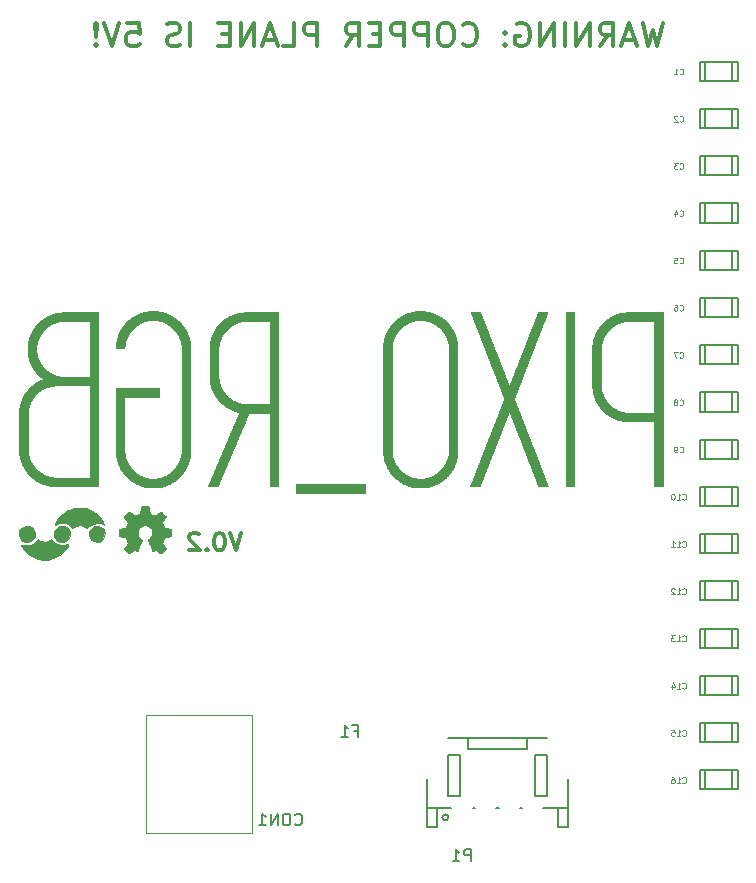
<source format=gbr>
G04 #@! TF.FileFunction,Legend,Bot*
%FSLAX46Y46*%
G04 Gerber Fmt 4.6, Leading zero omitted, Abs format (unit mm)*
G04 Created by KiCad (PCBNEW 4.0.7) date 05/12/18 12:12:21*
%MOMM*%
%LPD*%
G01*
G04 APERTURE LIST*
%ADD10C,0.100000*%
%ADD11C,0.300000*%
%ADD12C,0.010000*%
%ADD13C,0.127000*%
%ADD14C,0.150000*%
%ADD15C,0.119380*%
G04 APERTURE END LIST*
D10*
D11*
X124085714Y-143578571D02*
X123585714Y-145078571D01*
X123085714Y-143578571D01*
X122300000Y-143578571D02*
X122157143Y-143578571D01*
X122014286Y-143650000D01*
X121942857Y-143721429D01*
X121871428Y-143864286D01*
X121800000Y-144150000D01*
X121800000Y-144507143D01*
X121871428Y-144792857D01*
X121942857Y-144935714D01*
X122014286Y-145007143D01*
X122157143Y-145078571D01*
X122300000Y-145078571D01*
X122442857Y-145007143D01*
X122514286Y-144935714D01*
X122585714Y-144792857D01*
X122657143Y-144507143D01*
X122657143Y-144150000D01*
X122585714Y-143864286D01*
X122514286Y-143721429D01*
X122442857Y-143650000D01*
X122300000Y-143578571D01*
X121157143Y-144935714D02*
X121085715Y-145007143D01*
X121157143Y-145078571D01*
X121228572Y-145007143D01*
X121157143Y-144935714D01*
X121157143Y-145078571D01*
X120514286Y-143721429D02*
X120442857Y-143650000D01*
X120300000Y-143578571D01*
X119942857Y-143578571D01*
X119800000Y-143650000D01*
X119728571Y-143721429D01*
X119657143Y-143864286D01*
X119657143Y-144007143D01*
X119728571Y-144221429D01*
X120585714Y-145078571D01*
X119657143Y-145078571D01*
X159757145Y-100404762D02*
X159280954Y-102404762D01*
X158900002Y-100976190D01*
X158519049Y-102404762D01*
X158042859Y-100404762D01*
X157376193Y-101833333D02*
X156423812Y-101833333D01*
X157566669Y-102404762D02*
X156900002Y-100404762D01*
X156233335Y-102404762D01*
X154423811Y-102404762D02*
X155090478Y-101452381D01*
X155566669Y-102404762D02*
X155566669Y-100404762D01*
X154804764Y-100404762D01*
X154614288Y-100500000D01*
X154519049Y-100595238D01*
X154423811Y-100785714D01*
X154423811Y-101071429D01*
X154519049Y-101261905D01*
X154614288Y-101357143D01*
X154804764Y-101452381D01*
X155566669Y-101452381D01*
X153566669Y-102404762D02*
X153566669Y-100404762D01*
X152423811Y-102404762D01*
X152423811Y-100404762D01*
X151471431Y-102404762D02*
X151471431Y-100404762D01*
X150519050Y-102404762D02*
X150519050Y-100404762D01*
X149376192Y-102404762D01*
X149376192Y-100404762D01*
X147376192Y-100500000D02*
X147566669Y-100404762D01*
X147852383Y-100404762D01*
X148138097Y-100500000D01*
X148328573Y-100690476D01*
X148423812Y-100880952D01*
X148519050Y-101261905D01*
X148519050Y-101547619D01*
X148423812Y-101928571D01*
X148328573Y-102119048D01*
X148138097Y-102309524D01*
X147852383Y-102404762D01*
X147661907Y-102404762D01*
X147376192Y-102309524D01*
X147280954Y-102214286D01*
X147280954Y-101547619D01*
X147661907Y-101547619D01*
X146423812Y-102214286D02*
X146328573Y-102309524D01*
X146423812Y-102404762D01*
X146519050Y-102309524D01*
X146423812Y-102214286D01*
X146423812Y-102404762D01*
X146423812Y-101166667D02*
X146328573Y-101261905D01*
X146423812Y-101357143D01*
X146519050Y-101261905D01*
X146423812Y-101166667D01*
X146423812Y-101357143D01*
X142804763Y-102214286D02*
X142900001Y-102309524D01*
X143185716Y-102404762D01*
X143376192Y-102404762D01*
X143661906Y-102309524D01*
X143852382Y-102119048D01*
X143947621Y-101928571D01*
X144042859Y-101547619D01*
X144042859Y-101261905D01*
X143947621Y-100880952D01*
X143852382Y-100690476D01*
X143661906Y-100500000D01*
X143376192Y-100404762D01*
X143185716Y-100404762D01*
X142900001Y-100500000D01*
X142804763Y-100595238D01*
X141566668Y-100404762D02*
X141185716Y-100404762D01*
X140995240Y-100500000D01*
X140804763Y-100690476D01*
X140709525Y-101071429D01*
X140709525Y-101738095D01*
X140804763Y-102119048D01*
X140995240Y-102309524D01*
X141185716Y-102404762D01*
X141566668Y-102404762D01*
X141757144Y-102309524D01*
X141947621Y-102119048D01*
X142042859Y-101738095D01*
X142042859Y-101071429D01*
X141947621Y-100690476D01*
X141757144Y-100500000D01*
X141566668Y-100404762D01*
X139852383Y-102404762D02*
X139852383Y-100404762D01*
X139090478Y-100404762D01*
X138900002Y-100500000D01*
X138804763Y-100595238D01*
X138709525Y-100785714D01*
X138709525Y-101071429D01*
X138804763Y-101261905D01*
X138900002Y-101357143D01*
X139090478Y-101452381D01*
X139852383Y-101452381D01*
X137852383Y-102404762D02*
X137852383Y-100404762D01*
X137090478Y-100404762D01*
X136900002Y-100500000D01*
X136804763Y-100595238D01*
X136709525Y-100785714D01*
X136709525Y-101071429D01*
X136804763Y-101261905D01*
X136900002Y-101357143D01*
X137090478Y-101452381D01*
X137852383Y-101452381D01*
X135852383Y-101357143D02*
X135185716Y-101357143D01*
X134900002Y-102404762D02*
X135852383Y-102404762D01*
X135852383Y-100404762D01*
X134900002Y-100404762D01*
X132900001Y-102404762D02*
X133566668Y-101452381D01*
X134042859Y-102404762D02*
X134042859Y-100404762D01*
X133280954Y-100404762D01*
X133090478Y-100500000D01*
X132995239Y-100595238D01*
X132900001Y-100785714D01*
X132900001Y-101071429D01*
X132995239Y-101261905D01*
X133090478Y-101357143D01*
X133280954Y-101452381D01*
X134042859Y-101452381D01*
X130519049Y-102404762D02*
X130519049Y-100404762D01*
X129757144Y-100404762D01*
X129566668Y-100500000D01*
X129471429Y-100595238D01*
X129376191Y-100785714D01*
X129376191Y-101071429D01*
X129471429Y-101261905D01*
X129566668Y-101357143D01*
X129757144Y-101452381D01*
X130519049Y-101452381D01*
X127566668Y-102404762D02*
X128519049Y-102404762D01*
X128519049Y-100404762D01*
X126995239Y-101833333D02*
X126042858Y-101833333D01*
X127185715Y-102404762D02*
X126519048Y-100404762D01*
X125852381Y-102404762D01*
X125185715Y-102404762D02*
X125185715Y-100404762D01*
X124042857Y-102404762D01*
X124042857Y-100404762D01*
X123090477Y-101357143D02*
X122423810Y-101357143D01*
X122138096Y-102404762D02*
X123090477Y-102404762D01*
X123090477Y-100404762D01*
X122138096Y-100404762D01*
X119757143Y-102404762D02*
X119757143Y-100404762D01*
X118900000Y-102309524D02*
X118614285Y-102404762D01*
X118138095Y-102404762D01*
X117947619Y-102309524D01*
X117852381Y-102214286D01*
X117757142Y-102023810D01*
X117757142Y-101833333D01*
X117852381Y-101642857D01*
X117947619Y-101547619D01*
X118138095Y-101452381D01*
X118519047Y-101357143D01*
X118709523Y-101261905D01*
X118804762Y-101166667D01*
X118900000Y-100976190D01*
X118900000Y-100785714D01*
X118804762Y-100595238D01*
X118709523Y-100500000D01*
X118519047Y-100404762D01*
X118042857Y-100404762D01*
X117757142Y-100500000D01*
X114423809Y-100404762D02*
X115376190Y-100404762D01*
X115471428Y-101357143D01*
X115376190Y-101261905D01*
X115185713Y-101166667D01*
X114709523Y-101166667D01*
X114519047Y-101261905D01*
X114423809Y-101357143D01*
X114328570Y-101547619D01*
X114328570Y-102023810D01*
X114423809Y-102214286D01*
X114519047Y-102309524D01*
X114709523Y-102404762D01*
X115185713Y-102404762D01*
X115376190Y-102309524D01*
X115471428Y-102214286D01*
X113757142Y-100404762D02*
X113090475Y-102404762D01*
X112423808Y-100404762D01*
X111757142Y-102214286D02*
X111661903Y-102309524D01*
X111757142Y-102404762D01*
X111852380Y-102309524D01*
X111757142Y-102214286D01*
X111757142Y-102404762D01*
X111757142Y-101642857D02*
X111852380Y-100500000D01*
X111757142Y-100404762D01*
X111661903Y-100500000D01*
X111757142Y-101642857D01*
X111757142Y-100404762D01*
D12*
G36*
X128704514Y-139479557D02*
X128706013Y-139486463D01*
X128711914Y-139488590D01*
X128713585Y-139488629D01*
X128718781Y-139489147D01*
X128721486Y-139491885D01*
X128722508Y-139498619D01*
X128722657Y-139508586D01*
X128722421Y-139520016D01*
X128721177Y-139525967D01*
X128718116Y-139528216D01*
X128713585Y-139528543D01*
X128706680Y-139530042D01*
X128704552Y-139535943D01*
X128704514Y-139537615D01*
X128706013Y-139544520D01*
X128711914Y-139546648D01*
X128713585Y-139546686D01*
X128718781Y-139547204D01*
X128721486Y-139549942D01*
X128722508Y-139556676D01*
X128722657Y-139566643D01*
X128722421Y-139578073D01*
X128721177Y-139584024D01*
X128718116Y-139586273D01*
X128713585Y-139586600D01*
X128706680Y-139588099D01*
X128704552Y-139594000D01*
X128704514Y-139595672D01*
X128706013Y-139602577D01*
X128711914Y-139604705D01*
X128713585Y-139604743D01*
X128722657Y-139604743D01*
X128722657Y-139680943D01*
X128713585Y-139680943D01*
X128707102Y-139682115D01*
X128704731Y-139687095D01*
X128704514Y-139691829D01*
X128705490Y-139699609D01*
X128709641Y-139702455D01*
X128713585Y-139702715D01*
X128718969Y-139703303D01*
X128721655Y-139706305D01*
X128722571Y-139713576D01*
X128722657Y-139720857D01*
X128722363Y-139731625D01*
X128720862Y-139736997D01*
X128717226Y-139738828D01*
X128713585Y-139739000D01*
X128704514Y-139739000D01*
X128704514Y-139818829D01*
X128713585Y-139818829D01*
X128718969Y-139819417D01*
X128721655Y-139822419D01*
X128722571Y-139829690D01*
X128722657Y-139836972D01*
X128722363Y-139847739D01*
X128720862Y-139853111D01*
X128717226Y-139854943D01*
X128713585Y-139855115D01*
X128707102Y-139856286D01*
X128704731Y-139861266D01*
X128704514Y-139866000D01*
X128705490Y-139873780D01*
X128709641Y-139876626D01*
X128713585Y-139876886D01*
X128720491Y-139878385D01*
X128722618Y-139884286D01*
X128722657Y-139885957D01*
X128721158Y-139892863D01*
X128715257Y-139894990D01*
X128713585Y-139895029D01*
X128706680Y-139896527D01*
X128704552Y-139902428D01*
X128704514Y-139904100D01*
X128706013Y-139911005D01*
X128711914Y-139913133D01*
X128713585Y-139913172D01*
X128722657Y-139913172D01*
X128722657Y-139993000D01*
X128713585Y-139993000D01*
X128709086Y-139993310D01*
X128706392Y-139995225D01*
X128705041Y-140000226D01*
X128704569Y-140009795D01*
X128704514Y-140022029D01*
X128704611Y-140036426D01*
X128705209Y-140045046D01*
X128706772Y-140049371D01*
X128709762Y-140050881D01*
X128713585Y-140051057D01*
X128718969Y-140051646D01*
X128721655Y-140054648D01*
X128722571Y-140061919D01*
X128722657Y-140069200D01*
X128722363Y-140079968D01*
X128720862Y-140085340D01*
X128717226Y-140087171D01*
X128713585Y-140087343D01*
X128708390Y-140087861D01*
X128705685Y-140090599D01*
X128704663Y-140097333D01*
X128704514Y-140107300D01*
X128704749Y-140118730D01*
X128705994Y-140124682D01*
X128709055Y-140126930D01*
X128713585Y-140127257D01*
X128720491Y-140128756D01*
X128722618Y-140134657D01*
X128722657Y-140136329D01*
X128721158Y-140143234D01*
X128715257Y-140145362D01*
X128713585Y-140145400D01*
X128707102Y-140146572D01*
X128704731Y-140151552D01*
X128704514Y-140156286D01*
X128705490Y-140164066D01*
X128709641Y-140166912D01*
X128713585Y-140167172D01*
X128720491Y-140168670D01*
X128722618Y-140174571D01*
X128722657Y-140176243D01*
X128722657Y-140185315D01*
X134550142Y-140185315D01*
X134550142Y-139470486D01*
X128704514Y-139470486D01*
X128704514Y-139479557D01*
X128704514Y-139479557D01*
G37*
X128704514Y-139479557D02*
X128706013Y-139486463D01*
X128711914Y-139488590D01*
X128713585Y-139488629D01*
X128718781Y-139489147D01*
X128721486Y-139491885D01*
X128722508Y-139498619D01*
X128722657Y-139508586D01*
X128722421Y-139520016D01*
X128721177Y-139525967D01*
X128718116Y-139528216D01*
X128713585Y-139528543D01*
X128706680Y-139530042D01*
X128704552Y-139535943D01*
X128704514Y-139537615D01*
X128706013Y-139544520D01*
X128711914Y-139546648D01*
X128713585Y-139546686D01*
X128718781Y-139547204D01*
X128721486Y-139549942D01*
X128722508Y-139556676D01*
X128722657Y-139566643D01*
X128722421Y-139578073D01*
X128721177Y-139584024D01*
X128718116Y-139586273D01*
X128713585Y-139586600D01*
X128706680Y-139588099D01*
X128704552Y-139594000D01*
X128704514Y-139595672D01*
X128706013Y-139602577D01*
X128711914Y-139604705D01*
X128713585Y-139604743D01*
X128722657Y-139604743D01*
X128722657Y-139680943D01*
X128713585Y-139680943D01*
X128707102Y-139682115D01*
X128704731Y-139687095D01*
X128704514Y-139691829D01*
X128705490Y-139699609D01*
X128709641Y-139702455D01*
X128713585Y-139702715D01*
X128718969Y-139703303D01*
X128721655Y-139706305D01*
X128722571Y-139713576D01*
X128722657Y-139720857D01*
X128722363Y-139731625D01*
X128720862Y-139736997D01*
X128717226Y-139738828D01*
X128713585Y-139739000D01*
X128704514Y-139739000D01*
X128704514Y-139818829D01*
X128713585Y-139818829D01*
X128718969Y-139819417D01*
X128721655Y-139822419D01*
X128722571Y-139829690D01*
X128722657Y-139836972D01*
X128722363Y-139847739D01*
X128720862Y-139853111D01*
X128717226Y-139854943D01*
X128713585Y-139855115D01*
X128707102Y-139856286D01*
X128704731Y-139861266D01*
X128704514Y-139866000D01*
X128705490Y-139873780D01*
X128709641Y-139876626D01*
X128713585Y-139876886D01*
X128720491Y-139878385D01*
X128722618Y-139884286D01*
X128722657Y-139885957D01*
X128721158Y-139892863D01*
X128715257Y-139894990D01*
X128713585Y-139895029D01*
X128706680Y-139896527D01*
X128704552Y-139902428D01*
X128704514Y-139904100D01*
X128706013Y-139911005D01*
X128711914Y-139913133D01*
X128713585Y-139913172D01*
X128722657Y-139913172D01*
X128722657Y-139993000D01*
X128713585Y-139993000D01*
X128709086Y-139993310D01*
X128706392Y-139995225D01*
X128705041Y-140000226D01*
X128704569Y-140009795D01*
X128704514Y-140022029D01*
X128704611Y-140036426D01*
X128705209Y-140045046D01*
X128706772Y-140049371D01*
X128709762Y-140050881D01*
X128713585Y-140051057D01*
X128718969Y-140051646D01*
X128721655Y-140054648D01*
X128722571Y-140061919D01*
X128722657Y-140069200D01*
X128722363Y-140079968D01*
X128720862Y-140085340D01*
X128717226Y-140087171D01*
X128713585Y-140087343D01*
X128708390Y-140087861D01*
X128705685Y-140090599D01*
X128704663Y-140097333D01*
X128704514Y-140107300D01*
X128704749Y-140118730D01*
X128705994Y-140124682D01*
X128709055Y-140126930D01*
X128713585Y-140127257D01*
X128720491Y-140128756D01*
X128722618Y-140134657D01*
X128722657Y-140136329D01*
X128721158Y-140143234D01*
X128715257Y-140145362D01*
X128713585Y-140145400D01*
X128707102Y-140146572D01*
X128704731Y-140151552D01*
X128704514Y-140156286D01*
X128705490Y-140164066D01*
X128709641Y-140166912D01*
X128713585Y-140167172D01*
X128720491Y-140168670D01*
X128722618Y-140174571D01*
X128722657Y-140176243D01*
X128722657Y-140185315D01*
X134550142Y-140185315D01*
X134550142Y-139470486D01*
X128704514Y-139470486D01*
X128704514Y-139479557D01*
G36*
X138962485Y-124836457D02*
X138788314Y-124836457D01*
X138788314Y-124858229D01*
X138654057Y-124858229D01*
X138654057Y-124876372D01*
X138556085Y-124876372D01*
X138556085Y-124894515D01*
X138479885Y-124894515D01*
X138479885Y-124916286D01*
X138400057Y-124916286D01*
X138400057Y-124934429D01*
X138323857Y-124934429D01*
X138323857Y-124943500D01*
X138323547Y-124947999D01*
X138321632Y-124950693D01*
X138316631Y-124952045D01*
X138307062Y-124952517D01*
X138294828Y-124952572D01*
X138265800Y-124952572D01*
X138265800Y-124974343D01*
X138236771Y-124974343D01*
X138222374Y-124974440D01*
X138213753Y-124975038D01*
X138209429Y-124976601D01*
X138207919Y-124979591D01*
X138207742Y-124983415D01*
X138207433Y-124987914D01*
X138205518Y-124990607D01*
X138200516Y-124991959D01*
X138190948Y-124992431D01*
X138178714Y-124992486D01*
X138164317Y-124992583D01*
X138155696Y-124993181D01*
X138151371Y-124994744D01*
X138149861Y-124997734D01*
X138149685Y-125001557D01*
X138149167Y-125006753D01*
X138146429Y-125009458D01*
X138139695Y-125010480D01*
X138129728Y-125010629D01*
X138118319Y-125010812D01*
X138112381Y-125012009D01*
X138110127Y-125015197D01*
X138109771Y-125021348D01*
X138109771Y-125032400D01*
X138080742Y-125032400D01*
X138066346Y-125032497D01*
X138057725Y-125033095D01*
X138053400Y-125034658D01*
X138051890Y-125037649D01*
X138051714Y-125041472D01*
X138051126Y-125046855D01*
X138048124Y-125049541D01*
X138040852Y-125050457D01*
X138033571Y-125050543D01*
X138022803Y-125050837D01*
X138017432Y-125052338D01*
X138015600Y-125055974D01*
X138015428Y-125059615D01*
X138014910Y-125064810D01*
X138012172Y-125067515D01*
X138005438Y-125068537D01*
X137995471Y-125068686D01*
X137984062Y-125068869D01*
X137978123Y-125070067D01*
X137975870Y-125073254D01*
X137975514Y-125079405D01*
X137975514Y-125079572D01*
X137975179Y-125085795D01*
X137972983Y-125089034D01*
X137967139Y-125090263D01*
X137955862Y-125090457D01*
X137955557Y-125090457D01*
X137944127Y-125090693D01*
X137938175Y-125091937D01*
X137935927Y-125094998D01*
X137935600Y-125099529D01*
X137935290Y-125104028D01*
X137933375Y-125106722D01*
X137928374Y-125108073D01*
X137918805Y-125108545D01*
X137906571Y-125108600D01*
X137892174Y-125108697D01*
X137883553Y-125109295D01*
X137879229Y-125110858D01*
X137877719Y-125113849D01*
X137877542Y-125117672D01*
X137876954Y-125123055D01*
X137873952Y-125125741D01*
X137866681Y-125126657D01*
X137859400Y-125126743D01*
X137848660Y-125126981D01*
X137843304Y-125128443D01*
X137841461Y-125132253D01*
X137841257Y-125137629D01*
X137840922Y-125143852D01*
X137838725Y-125147091D01*
X137832882Y-125148320D01*
X137821605Y-125148514D01*
X137821300Y-125148515D01*
X137809870Y-125148750D01*
X137803918Y-125149995D01*
X137801669Y-125153055D01*
X137801342Y-125157586D01*
X137800824Y-125162781D01*
X137798086Y-125165487D01*
X137791352Y-125166509D01*
X137781385Y-125166657D01*
X137769955Y-125166893D01*
X137764004Y-125168137D01*
X137761755Y-125171198D01*
X137761428Y-125175729D01*
X137759930Y-125182634D01*
X137754029Y-125184762D01*
X137752357Y-125184800D01*
X137745874Y-125185972D01*
X137743502Y-125190952D01*
X137743285Y-125195686D01*
X137742950Y-125201909D01*
X137740754Y-125205148D01*
X137734911Y-125206378D01*
X137723633Y-125206572D01*
X137723328Y-125206572D01*
X137711898Y-125206807D01*
X137705947Y-125208052D01*
X137703698Y-125211113D01*
X137703371Y-125215643D01*
X137702783Y-125221027D01*
X137699781Y-125223713D01*
X137692509Y-125224629D01*
X137685228Y-125224715D01*
X137674461Y-125225009D01*
X137669089Y-125226510D01*
X137667257Y-125230145D01*
X137667085Y-125233786D01*
X137666567Y-125238981D01*
X137663829Y-125241687D01*
X137657095Y-125242709D01*
X137647128Y-125242857D01*
X137635719Y-125243040D01*
X137629781Y-125244238D01*
X137627527Y-125247425D01*
X137627171Y-125253577D01*
X137627171Y-125253743D01*
X137626195Y-125261523D01*
X137622044Y-125264369D01*
X137618100Y-125264629D01*
X137611194Y-125266127D01*
X137609067Y-125272028D01*
X137609028Y-125273700D01*
X137608510Y-125278896D01*
X137605772Y-125281601D01*
X137599038Y-125282623D01*
X137589071Y-125282772D01*
X137577641Y-125283007D01*
X137571690Y-125284252D01*
X137569441Y-125287313D01*
X137569114Y-125291843D01*
X137568596Y-125297038D01*
X137565858Y-125299744D01*
X137559124Y-125300766D01*
X137549157Y-125300915D01*
X137537748Y-125301097D01*
X137531809Y-125302295D01*
X137529555Y-125305483D01*
X137529200Y-125311634D01*
X137529200Y-125311800D01*
X137528223Y-125319580D01*
X137524073Y-125322426D01*
X137520128Y-125322686D01*
X137513223Y-125324185D01*
X137511095Y-125330086D01*
X137511057Y-125331757D01*
X137510539Y-125336953D01*
X137507801Y-125339658D01*
X137501067Y-125340680D01*
X137491100Y-125340829D01*
X137479670Y-125341064D01*
X137473718Y-125342309D01*
X137471469Y-125345370D01*
X137471142Y-125349900D01*
X137469644Y-125356805D01*
X137463743Y-125358933D01*
X137462071Y-125358972D01*
X137455588Y-125360143D01*
X137453216Y-125365124D01*
X137453000Y-125369857D01*
X137452023Y-125377637D01*
X137447873Y-125380483D01*
X137443928Y-125380743D01*
X137437023Y-125382242D01*
X137434895Y-125388143D01*
X137434857Y-125389815D01*
X137434339Y-125395010D01*
X137431601Y-125397715D01*
X137424867Y-125398737D01*
X137414900Y-125398886D01*
X137403470Y-125399121D01*
X137397518Y-125400366D01*
X137395269Y-125403427D01*
X137394942Y-125407957D01*
X137393444Y-125414863D01*
X137387543Y-125416990D01*
X137385871Y-125417029D01*
X137379388Y-125418200D01*
X137377016Y-125423181D01*
X137376800Y-125427915D01*
X137376465Y-125434138D01*
X137374268Y-125437377D01*
X137368425Y-125438606D01*
X137357148Y-125438800D01*
X137356842Y-125438800D01*
X137345413Y-125439036D01*
X137339461Y-125440280D01*
X137337212Y-125443341D01*
X137336885Y-125447872D01*
X137335387Y-125454777D01*
X137329486Y-125456905D01*
X137327814Y-125456943D01*
X137320909Y-125458442D01*
X137318781Y-125464343D01*
X137318742Y-125466015D01*
X137317571Y-125472498D01*
X137312591Y-125474869D01*
X137307857Y-125475086D01*
X137300146Y-125475985D01*
X137297305Y-125480226D01*
X137296971Y-125485972D01*
X137295995Y-125493751D01*
X137291844Y-125496597D01*
X137287900Y-125496857D01*
X137280994Y-125498356D01*
X137278867Y-125504257D01*
X137278828Y-125505929D01*
X137278310Y-125511124D01*
X137275572Y-125513829D01*
X137268838Y-125514852D01*
X137258871Y-125515000D01*
X137247441Y-125515236D01*
X137241490Y-125516480D01*
X137239241Y-125519541D01*
X137238914Y-125524072D01*
X137237415Y-125530977D01*
X137231514Y-125533105D01*
X137229842Y-125533143D01*
X137223359Y-125534315D01*
X137220988Y-125539295D01*
X137220771Y-125544029D01*
X137219795Y-125551809D01*
X137215644Y-125554655D01*
X137211700Y-125554915D01*
X137204794Y-125556413D01*
X137202667Y-125562314D01*
X137202628Y-125563986D01*
X137201457Y-125570469D01*
X137196476Y-125572841D01*
X137191742Y-125573057D01*
X137183963Y-125574034D01*
X137181117Y-125578184D01*
X137180857Y-125582129D01*
X137179358Y-125589034D01*
X137173457Y-125591162D01*
X137171785Y-125591200D01*
X137165302Y-125592372D01*
X137162931Y-125597352D01*
X137162714Y-125602086D01*
X137162379Y-125608309D01*
X137160183Y-125611548D01*
X137154339Y-125612778D01*
X137143062Y-125612972D01*
X137142757Y-125612972D01*
X137131327Y-125613207D01*
X137125375Y-125614452D01*
X137123127Y-125617513D01*
X137122800Y-125622043D01*
X137121301Y-125628948D01*
X137115400Y-125631076D01*
X137113728Y-125631115D01*
X137106823Y-125632613D01*
X137104695Y-125638514D01*
X137104657Y-125640186D01*
X137103158Y-125647091D01*
X137097257Y-125649219D01*
X137095585Y-125649257D01*
X137089102Y-125650429D01*
X137086731Y-125655409D01*
X137086514Y-125660143D01*
X137085615Y-125667853D01*
X137081374Y-125670695D01*
X137075628Y-125671029D01*
X137067848Y-125672005D01*
X137065002Y-125676155D01*
X137064742Y-125680100D01*
X137063244Y-125687005D01*
X137057343Y-125689133D01*
X137055671Y-125689172D01*
X137048766Y-125690670D01*
X137046638Y-125696571D01*
X137046600Y-125698243D01*
X137045101Y-125705148D01*
X137039200Y-125707276D01*
X137037528Y-125707315D01*
X137031045Y-125708486D01*
X137028673Y-125713466D01*
X137028457Y-125718200D01*
X137027558Y-125725911D01*
X137023317Y-125728752D01*
X137017571Y-125729086D01*
X137009791Y-125730062D01*
X137006945Y-125734213D01*
X137006685Y-125738157D01*
X137005187Y-125745063D01*
X136999286Y-125747190D01*
X136997614Y-125747229D01*
X136990709Y-125748727D01*
X136988581Y-125754628D01*
X136988542Y-125756300D01*
X136987044Y-125763205D01*
X136981143Y-125765333D01*
X136979471Y-125765372D01*
X136972988Y-125766543D01*
X136970616Y-125771524D01*
X136970400Y-125776257D01*
X136969501Y-125783968D01*
X136965259Y-125786810D01*
X136959514Y-125787143D01*
X136951734Y-125788119D01*
X136948888Y-125792270D01*
X136948628Y-125796215D01*
X136947130Y-125803120D01*
X136941229Y-125805248D01*
X136939557Y-125805286D01*
X136932652Y-125806785D01*
X136930524Y-125812686D01*
X136930485Y-125814357D01*
X136928987Y-125821263D01*
X136923086Y-125823390D01*
X136921414Y-125823429D01*
X136914931Y-125824600D01*
X136912559Y-125829581D01*
X136912342Y-125834315D01*
X136911443Y-125842025D01*
X136907202Y-125844867D01*
X136901457Y-125845200D01*
X136893677Y-125846177D01*
X136890831Y-125850327D01*
X136890571Y-125854272D01*
X136889072Y-125861177D01*
X136883171Y-125863305D01*
X136881500Y-125863343D01*
X136876304Y-125863861D01*
X136873599Y-125866599D01*
X136872577Y-125873333D01*
X136872428Y-125883300D01*
X136872193Y-125894730D01*
X136870948Y-125900682D01*
X136867887Y-125902930D01*
X136863357Y-125903257D01*
X136856452Y-125904756D01*
X136854324Y-125910657D01*
X136854285Y-125912329D01*
X136853114Y-125918812D01*
X136848133Y-125921184D01*
X136843400Y-125921400D01*
X136835620Y-125922377D01*
X136832774Y-125926527D01*
X136832514Y-125930472D01*
X136831015Y-125937377D01*
X136825114Y-125939505D01*
X136823442Y-125939543D01*
X136816959Y-125940715D01*
X136814588Y-125945695D01*
X136814371Y-125950429D01*
X136813395Y-125958209D01*
X136809244Y-125961055D01*
X136805300Y-125961315D01*
X136798394Y-125962813D01*
X136796267Y-125968714D01*
X136796228Y-125970386D01*
X136795057Y-125976869D01*
X136790076Y-125979241D01*
X136785342Y-125979457D01*
X136779119Y-125979792D01*
X136775880Y-125981989D01*
X136774651Y-125987832D01*
X136774457Y-125999109D01*
X136774457Y-125999415D01*
X136774221Y-126010844D01*
X136772977Y-126016796D01*
X136769916Y-126019045D01*
X136765385Y-126019372D01*
X136758480Y-126020870D01*
X136756352Y-126026771D01*
X136756314Y-126028443D01*
X136754815Y-126035348D01*
X136748914Y-126037476D01*
X136747242Y-126037515D01*
X136740337Y-126039013D01*
X136738209Y-126044914D01*
X136738171Y-126046586D01*
X136736999Y-126053069D01*
X136732019Y-126055441D01*
X136727285Y-126055657D01*
X136719575Y-126056556D01*
X136716733Y-126060798D01*
X136716400Y-126066543D01*
X136715423Y-126074323D01*
X136711273Y-126077169D01*
X136707328Y-126077429D01*
X136701944Y-126078017D01*
X136699259Y-126081019D01*
X136698343Y-126088290D01*
X136698257Y-126095572D01*
X136697963Y-126106339D01*
X136696462Y-126111711D01*
X136692826Y-126113543D01*
X136689185Y-126113715D01*
X136682702Y-126114886D01*
X136680331Y-126119866D01*
X136680114Y-126124600D01*
X136679215Y-126132311D01*
X136674974Y-126135152D01*
X136669228Y-126135486D01*
X136662784Y-126135882D01*
X136659571Y-126138319D01*
X136658465Y-126144669D01*
X136658342Y-126153629D01*
X136658048Y-126164396D01*
X136656547Y-126169768D01*
X136652912Y-126171600D01*
X136649271Y-126171772D01*
X136642788Y-126172943D01*
X136640416Y-126177924D01*
X136640200Y-126182657D01*
X136639223Y-126190437D01*
X136635073Y-126193283D01*
X136631128Y-126193543D01*
X136625744Y-126194131D01*
X136623059Y-126197133D01*
X136622143Y-126204405D01*
X136622057Y-126211686D01*
X136621819Y-126222426D01*
X136620357Y-126227782D01*
X136616547Y-126229625D01*
X136611171Y-126229829D01*
X136603461Y-126230728D01*
X136600619Y-126234969D01*
X136600285Y-126240715D01*
X136599309Y-126248494D01*
X136595159Y-126251340D01*
X136591214Y-126251600D01*
X136585830Y-126252188D01*
X136583144Y-126255190D01*
X136582228Y-126262462D01*
X136582142Y-126269743D01*
X136581848Y-126280511D01*
X136580347Y-126285882D01*
X136576712Y-126287714D01*
X136573071Y-126287886D01*
X136566588Y-126289058D01*
X136564216Y-126294038D01*
X136564000Y-126298772D01*
X136563101Y-126306482D01*
X136558859Y-126309324D01*
X136553114Y-126309657D01*
X136546670Y-126310054D01*
X136543456Y-126312491D01*
X136542350Y-126318841D01*
X136542228Y-126327800D01*
X136541934Y-126338568D01*
X136540433Y-126343940D01*
X136536797Y-126345771D01*
X136533157Y-126345943D01*
X136527961Y-126346461D01*
X136525256Y-126349199D01*
X136524234Y-126355933D01*
X136524085Y-126365900D01*
X136523850Y-126377330D01*
X136522605Y-126383282D01*
X136519544Y-126385530D01*
X136515014Y-126385857D01*
X136508109Y-126387356D01*
X136505981Y-126393257D01*
X136505942Y-126394929D01*
X136504771Y-126401412D01*
X136499791Y-126403784D01*
X136495057Y-126404000D01*
X136488834Y-126404335D01*
X136485594Y-126406532D01*
X136484365Y-126412375D01*
X136484171Y-126423652D01*
X136484171Y-126423957D01*
X136483936Y-126435387D01*
X136482691Y-126441339D01*
X136479630Y-126443588D01*
X136475100Y-126443915D01*
X136469904Y-126444433D01*
X136467199Y-126447171D01*
X136466177Y-126453905D01*
X136466028Y-126463872D01*
X136465793Y-126475302D01*
X136464548Y-126481253D01*
X136461487Y-126483502D01*
X136456957Y-126483829D01*
X136451573Y-126484417D01*
X136448887Y-126487419D01*
X136447971Y-126494690D01*
X136447885Y-126501972D01*
X136447648Y-126512712D01*
X136446185Y-126518067D01*
X136442375Y-126519911D01*
X136437000Y-126520115D01*
X136430776Y-126520450D01*
X136427537Y-126522646D01*
X136426308Y-126528489D01*
X136426114Y-126539766D01*
X136426114Y-126540072D01*
X136425878Y-126551502D01*
X136424634Y-126557453D01*
X136421573Y-126559702D01*
X136417042Y-126560029D01*
X136411847Y-126560547D01*
X136409142Y-126563285D01*
X136408120Y-126570019D01*
X136407971Y-126579986D01*
X136407736Y-126591416D01*
X136406491Y-126597367D01*
X136403430Y-126599616D01*
X136398900Y-126599943D01*
X136393516Y-126600531D01*
X136390830Y-126603533D01*
X136389914Y-126610805D01*
X136389828Y-126618086D01*
X136389590Y-126628826D01*
X136388128Y-126634182D01*
X136384318Y-126636025D01*
X136378942Y-126636229D01*
X136372719Y-126636564D01*
X136369480Y-126638760D01*
X136368251Y-126644604D01*
X136368057Y-126655881D01*
X136368057Y-126656186D01*
X136367821Y-126667616D01*
X136366577Y-126673567D01*
X136363516Y-126675816D01*
X136358985Y-126676143D01*
X136353790Y-126676661D01*
X136351085Y-126679399D01*
X136350063Y-126686133D01*
X136349914Y-126696100D01*
X136349678Y-126707530D01*
X136348434Y-126713482D01*
X136345373Y-126715730D01*
X136340842Y-126716057D01*
X136335459Y-126716646D01*
X136332773Y-126719648D01*
X136331857Y-126726919D01*
X136331771Y-126734200D01*
X136331533Y-126744940D01*
X136330071Y-126750296D01*
X136326261Y-126752139D01*
X136320885Y-126752343D01*
X136310000Y-126752343D01*
X136310000Y-126781372D01*
X136309903Y-126795769D01*
X136309304Y-126804389D01*
X136307741Y-126808714D01*
X136304751Y-126810224D01*
X136300928Y-126810400D01*
X136295733Y-126810918D01*
X136293028Y-126813656D01*
X136292005Y-126820390D01*
X136291857Y-126830357D01*
X136291621Y-126841787D01*
X136290377Y-126847739D01*
X136287316Y-126849988D01*
X136282785Y-126850315D01*
X136278286Y-126850624D01*
X136275592Y-126852539D01*
X136274241Y-126857541D01*
X136273769Y-126867109D01*
X136273714Y-126879343D01*
X136273714Y-126908372D01*
X136251942Y-126908372D01*
X136251942Y-126937400D01*
X136251846Y-126951797D01*
X136251247Y-126960418D01*
X136249684Y-126964743D01*
X136246694Y-126966253D01*
X136242871Y-126966429D01*
X136238372Y-126966738D01*
X136235678Y-126968653D01*
X136234327Y-126973655D01*
X136233855Y-126983224D01*
X136233800Y-126995457D01*
X136233703Y-127009854D01*
X136233104Y-127018475D01*
X136231541Y-127022800D01*
X136228551Y-127024310D01*
X136224728Y-127024486D01*
X136220229Y-127024795D01*
X136217535Y-127026710D01*
X136216184Y-127031712D01*
X136215712Y-127041281D01*
X136215657Y-127053515D01*
X136215657Y-127082543D01*
X136193885Y-127082543D01*
X136193885Y-127158743D01*
X136184814Y-127158743D01*
X136180315Y-127159052D01*
X136177621Y-127160968D01*
X136176269Y-127165969D01*
X136175798Y-127175538D01*
X136175742Y-127187772D01*
X136175646Y-127202169D01*
X136175047Y-127210789D01*
X136173484Y-127215114D01*
X136170494Y-127216624D01*
X136166671Y-127216800D01*
X136157600Y-127216800D01*
X136157600Y-127314772D01*
X136135828Y-127314772D01*
X136135828Y-127412743D01*
X136117685Y-127412743D01*
X136117685Y-127528857D01*
X136099542Y-127528857D01*
X136099542Y-127703029D01*
X136077771Y-127703029D01*
X136077771Y-136857915D01*
X136099542Y-136857915D01*
X136099542Y-137032086D01*
X136117685Y-137032086D01*
X136117685Y-137148200D01*
X136135828Y-137148200D01*
X136135828Y-137242543D01*
X136157600Y-137242543D01*
X136157600Y-137340515D01*
X136166671Y-137340515D01*
X136171170Y-137340824D01*
X136173864Y-137342739D01*
X136175216Y-137347741D01*
X136175687Y-137357309D01*
X136175742Y-137369543D01*
X136175839Y-137383940D01*
X136176438Y-137392561D01*
X136178001Y-137396886D01*
X136180991Y-137398396D01*
X136184814Y-137398572D01*
X136193885Y-137398572D01*
X136193885Y-137474772D01*
X136215657Y-137474772D01*
X136215657Y-137503800D01*
X136215753Y-137518197D01*
X136216352Y-137526818D01*
X136217915Y-137531143D01*
X136220905Y-137532653D01*
X136224728Y-137532829D01*
X136229227Y-137533138D01*
X136231921Y-137535053D01*
X136233273Y-137540055D01*
X136233745Y-137549624D01*
X136233800Y-137561857D01*
X136233896Y-137576254D01*
X136234495Y-137584875D01*
X136236058Y-137589200D01*
X136239048Y-137590710D01*
X136242871Y-137590886D01*
X136247370Y-137591195D01*
X136250064Y-137593110D01*
X136251416Y-137598112D01*
X136251887Y-137607681D01*
X136251942Y-137619915D01*
X136251942Y-137648943D01*
X136273714Y-137648943D01*
X136273714Y-137677972D01*
X136273811Y-137692369D01*
X136274409Y-137700989D01*
X136275972Y-137705314D01*
X136278962Y-137706824D01*
X136282785Y-137707000D01*
X136287981Y-137707518D01*
X136290686Y-137710256D01*
X136291708Y-137716990D01*
X136291857Y-137726957D01*
X136292092Y-137738387D01*
X136293337Y-137744339D01*
X136296398Y-137746588D01*
X136300928Y-137746915D01*
X136305427Y-137747224D01*
X136308121Y-137749139D01*
X136309473Y-137754141D01*
X136309945Y-137763709D01*
X136310000Y-137775943D01*
X136310000Y-137804972D01*
X136320885Y-137804972D01*
X136327109Y-137805307D01*
X136330348Y-137807503D01*
X136331577Y-137813346D01*
X136331771Y-137824624D01*
X136331771Y-137824929D01*
X136332007Y-137836359D01*
X136333251Y-137842310D01*
X136336312Y-137844559D01*
X136340842Y-137844886D01*
X136346226Y-137845474D01*
X136348912Y-137848476D01*
X136349828Y-137855748D01*
X136349914Y-137863029D01*
X136350208Y-137873796D01*
X136351709Y-137879168D01*
X136355345Y-137881000D01*
X136358985Y-137881172D01*
X136364181Y-137881690D01*
X136366886Y-137884428D01*
X136367908Y-137891162D01*
X136368057Y-137901129D01*
X136368240Y-137912538D01*
X136369437Y-137918476D01*
X136372625Y-137920730D01*
X136378776Y-137921086D01*
X136378942Y-137921086D01*
X136385166Y-137921421D01*
X136388405Y-137923617D01*
X136389634Y-137929461D01*
X136389828Y-137940738D01*
X136389828Y-137941043D01*
X136390064Y-137952473D01*
X136391308Y-137958424D01*
X136394369Y-137960673D01*
X136398900Y-137961000D01*
X136404283Y-137961588D01*
X136406969Y-137964590D01*
X136407885Y-137971862D01*
X136407971Y-137979143D01*
X136408265Y-137989911D01*
X136409766Y-137995282D01*
X136413402Y-137997114D01*
X136417042Y-137997286D01*
X136422238Y-137997804D01*
X136424943Y-138000542D01*
X136425965Y-138007276D01*
X136426114Y-138017243D01*
X136426297Y-138028652D01*
X136427495Y-138034591D01*
X136430682Y-138036845D01*
X136436833Y-138037200D01*
X136437000Y-138037200D01*
X136443223Y-138037535D01*
X136446462Y-138039732D01*
X136447691Y-138045575D01*
X136447885Y-138056852D01*
X136447885Y-138057157D01*
X136448121Y-138068587D01*
X136449365Y-138074539D01*
X136452426Y-138076788D01*
X136456957Y-138077115D01*
X136462341Y-138077703D01*
X136465026Y-138080705D01*
X136465942Y-138087976D01*
X136466028Y-138095257D01*
X136466322Y-138106025D01*
X136467823Y-138111397D01*
X136471459Y-138113228D01*
X136475100Y-138113400D01*
X136480295Y-138113918D01*
X136483000Y-138116656D01*
X136484022Y-138123390D01*
X136484171Y-138133357D01*
X136484354Y-138144767D01*
X136485552Y-138150705D01*
X136488739Y-138152959D01*
X136494890Y-138153314D01*
X136495057Y-138153315D01*
X136502837Y-138154291D01*
X136505683Y-138158441D01*
X136505942Y-138162386D01*
X136507441Y-138169291D01*
X136513342Y-138171419D01*
X136515014Y-138171457D01*
X136520209Y-138171975D01*
X136522915Y-138174713D01*
X136523937Y-138181448D01*
X136524085Y-138191415D01*
X136524321Y-138202844D01*
X136525565Y-138208796D01*
X136528626Y-138211045D01*
X136533157Y-138211372D01*
X136538352Y-138211890D01*
X136541057Y-138214628D01*
X136542080Y-138221362D01*
X136542228Y-138231329D01*
X136542411Y-138242738D01*
X136543609Y-138248676D01*
X136546796Y-138250930D01*
X136552947Y-138251286D01*
X136553114Y-138251286D01*
X136560894Y-138252262D01*
X136563740Y-138256413D01*
X136564000Y-138260357D01*
X136565498Y-138267263D01*
X136571399Y-138269390D01*
X136573071Y-138269429D01*
X136578266Y-138269947D01*
X136580972Y-138272685D01*
X136581994Y-138279419D01*
X136582142Y-138289386D01*
X136582378Y-138300816D01*
X136583623Y-138306767D01*
X136586683Y-138309016D01*
X136591214Y-138309343D01*
X136598119Y-138310842D01*
X136600247Y-138316743D01*
X136600285Y-138318415D01*
X136601457Y-138324898D01*
X136606437Y-138327269D01*
X136611171Y-138327486D01*
X136617394Y-138327821D01*
X136620633Y-138330017D01*
X136621863Y-138335861D01*
X136622057Y-138347138D01*
X136622057Y-138347443D01*
X136622292Y-138358873D01*
X136623537Y-138364824D01*
X136626598Y-138367073D01*
X136631128Y-138367400D01*
X136638033Y-138368899D01*
X136640161Y-138374800D01*
X136640200Y-138376472D01*
X136641698Y-138383377D01*
X136647599Y-138385505D01*
X136649271Y-138385543D01*
X136654466Y-138386061D01*
X136657172Y-138388799D01*
X136658194Y-138395533D01*
X136658342Y-138405500D01*
X136658525Y-138416909D01*
X136659723Y-138422848D01*
X136662911Y-138425102D01*
X136669062Y-138425457D01*
X136669228Y-138425457D01*
X136677008Y-138426434D01*
X136679854Y-138430584D01*
X136680114Y-138434529D01*
X136681613Y-138441434D01*
X136687514Y-138443562D01*
X136689185Y-138443600D01*
X136694381Y-138444118D01*
X136697086Y-138446856D01*
X136698108Y-138453590D01*
X136698257Y-138463557D01*
X136698492Y-138474987D01*
X136699737Y-138480939D01*
X136702798Y-138483188D01*
X136707328Y-138483515D01*
X136714233Y-138485013D01*
X136716361Y-138490914D01*
X136716400Y-138492586D01*
X136717571Y-138499069D01*
X136722552Y-138501441D01*
X136727285Y-138501657D01*
X136735065Y-138502634D01*
X136737911Y-138506784D01*
X136738171Y-138510729D01*
X136739670Y-138517634D01*
X136745571Y-138519762D01*
X136747242Y-138519800D01*
X136753726Y-138520972D01*
X136756097Y-138525952D01*
X136756314Y-138530686D01*
X136757290Y-138538466D01*
X136761441Y-138541312D01*
X136765385Y-138541572D01*
X136770769Y-138542160D01*
X136773455Y-138545162D01*
X136774371Y-138552433D01*
X136774457Y-138559715D01*
X136774695Y-138570455D01*
X136776157Y-138575810D01*
X136779967Y-138577654D01*
X136785342Y-138577857D01*
X136793053Y-138578756D01*
X136795895Y-138582998D01*
X136796228Y-138588743D01*
X136797205Y-138596523D01*
X136801355Y-138599369D01*
X136805300Y-138599629D01*
X136812205Y-138601127D01*
X136814333Y-138607028D01*
X136814371Y-138608700D01*
X136815870Y-138615605D01*
X136821771Y-138617733D01*
X136823442Y-138617772D01*
X136830348Y-138619270D01*
X136832476Y-138625171D01*
X136832514Y-138626843D01*
X136833686Y-138633326D01*
X136838666Y-138635698D01*
X136843400Y-138635915D01*
X136851110Y-138636814D01*
X136853952Y-138641055D01*
X136854285Y-138646800D01*
X136855262Y-138654580D01*
X136859412Y-138657426D01*
X136863357Y-138657686D01*
X136868741Y-138658274D01*
X136871426Y-138661276D01*
X136872342Y-138668548D01*
X136872428Y-138675829D01*
X136872722Y-138686596D01*
X136874223Y-138691968D01*
X136877859Y-138693800D01*
X136881500Y-138693972D01*
X136887983Y-138695143D01*
X136890354Y-138700124D01*
X136890571Y-138704857D01*
X136891470Y-138712568D01*
X136895711Y-138715410D01*
X136901457Y-138715743D01*
X136909237Y-138716719D01*
X136912083Y-138720870D01*
X136912342Y-138724815D01*
X136913841Y-138731720D01*
X136919742Y-138733848D01*
X136921414Y-138733886D01*
X136928319Y-138735385D01*
X136930447Y-138741286D01*
X136930485Y-138742957D01*
X136931984Y-138749863D01*
X136937885Y-138751990D01*
X136939557Y-138752029D01*
X136946040Y-138753200D01*
X136948412Y-138758181D01*
X136948628Y-138762915D01*
X136949527Y-138770625D01*
X136953768Y-138773467D01*
X136959514Y-138773800D01*
X136967294Y-138774777D01*
X136970140Y-138778927D01*
X136970400Y-138782872D01*
X136971898Y-138789777D01*
X136977799Y-138791905D01*
X136979471Y-138791943D01*
X136986376Y-138793442D01*
X136988504Y-138799343D01*
X136988542Y-138801015D01*
X136990041Y-138807920D01*
X136995942Y-138810048D01*
X136997614Y-138810086D01*
X137004097Y-138811258D01*
X137006469Y-138816238D01*
X137006685Y-138820972D01*
X137007584Y-138828682D01*
X137011826Y-138831524D01*
X137017571Y-138831857D01*
X137025351Y-138832834D01*
X137028197Y-138836984D01*
X137028457Y-138840929D01*
X137029955Y-138847834D01*
X137035856Y-138849962D01*
X137037528Y-138850000D01*
X137044433Y-138851499D01*
X137046561Y-138857400D01*
X137046600Y-138859072D01*
X137048098Y-138865977D01*
X137053999Y-138868105D01*
X137055671Y-138868143D01*
X137062154Y-138869315D01*
X137064526Y-138874295D01*
X137064742Y-138879029D01*
X137065642Y-138886739D01*
X137069883Y-138889581D01*
X137075628Y-138889915D01*
X137083408Y-138890891D01*
X137086254Y-138895041D01*
X137086514Y-138898986D01*
X137088013Y-138905891D01*
X137093914Y-138908019D01*
X137095585Y-138908057D01*
X137102491Y-138909556D01*
X137104618Y-138915457D01*
X137104657Y-138917129D01*
X137106155Y-138924034D01*
X137112056Y-138926162D01*
X137113728Y-138926200D01*
X137120211Y-138927372D01*
X137122583Y-138932352D01*
X137122800Y-138937086D01*
X137123135Y-138943309D01*
X137125331Y-138946548D01*
X137131174Y-138947778D01*
X137142452Y-138947972D01*
X137142757Y-138947972D01*
X137154187Y-138948207D01*
X137160138Y-138949452D01*
X137162387Y-138952513D01*
X137162714Y-138957043D01*
X137164213Y-138963948D01*
X137170114Y-138966076D01*
X137171785Y-138966115D01*
X137178691Y-138967613D01*
X137180818Y-138973514D01*
X137180857Y-138975186D01*
X137182028Y-138981669D01*
X137187009Y-138984041D01*
X137191742Y-138984257D01*
X137199453Y-138985156D01*
X137202295Y-138989398D01*
X137202628Y-138995143D01*
X137203605Y-139002923D01*
X137207755Y-139005769D01*
X137211700Y-139006029D01*
X137218605Y-139007527D01*
X137220733Y-139013428D01*
X137220771Y-139015100D01*
X137222270Y-139022005D01*
X137228171Y-139024133D01*
X137229842Y-139024172D01*
X137236748Y-139025670D01*
X137238876Y-139031571D01*
X137238914Y-139033243D01*
X137239432Y-139038438D01*
X137242170Y-139041144D01*
X137248904Y-139042166D01*
X137258871Y-139042315D01*
X137270280Y-139042497D01*
X137276219Y-139043695D01*
X137278473Y-139046883D01*
X137278828Y-139053034D01*
X137278828Y-139053200D01*
X137279805Y-139060980D01*
X137283955Y-139063826D01*
X137287900Y-139064086D01*
X137294805Y-139065585D01*
X137296933Y-139071486D01*
X137296971Y-139073157D01*
X137298143Y-139079640D01*
X137303123Y-139082012D01*
X137307857Y-139082229D01*
X137315637Y-139083205D01*
X137318483Y-139087355D01*
X137318742Y-139091300D01*
X137320241Y-139098205D01*
X137326142Y-139100333D01*
X137327814Y-139100372D01*
X137334297Y-139101543D01*
X137336669Y-139106524D01*
X137336885Y-139111257D01*
X137337220Y-139117481D01*
X137339417Y-139120720D01*
X137345260Y-139121949D01*
X137356537Y-139122143D01*
X137356842Y-139122143D01*
X137368272Y-139122379D01*
X137374224Y-139123623D01*
X137376473Y-139126684D01*
X137376800Y-139131215D01*
X137378298Y-139138120D01*
X137384199Y-139140248D01*
X137385871Y-139140286D01*
X137392776Y-139141785D01*
X137394904Y-139147686D01*
X137394942Y-139149357D01*
X137395461Y-139154553D01*
X137398199Y-139157258D01*
X137404933Y-139158280D01*
X137414900Y-139158429D01*
X137426309Y-139158612D01*
X137432247Y-139159809D01*
X137434501Y-139162997D01*
X137434857Y-139169148D01*
X137434857Y-139169315D01*
X137435833Y-139177094D01*
X137439983Y-139179940D01*
X137443928Y-139180200D01*
X137450833Y-139181699D01*
X137452961Y-139187600D01*
X137453000Y-139189272D01*
X137454498Y-139196177D01*
X137460399Y-139198305D01*
X137462071Y-139198343D01*
X137468976Y-139199842D01*
X137471104Y-139205743D01*
X137471142Y-139207415D01*
X137471661Y-139212610D01*
X137474399Y-139215315D01*
X137481133Y-139216337D01*
X137491100Y-139216486D01*
X137502509Y-139216669D01*
X137508447Y-139217867D01*
X137510701Y-139221054D01*
X137511057Y-139227205D01*
X137511057Y-139227372D01*
X137512033Y-139235151D01*
X137516183Y-139237997D01*
X137520128Y-139238257D01*
X137527033Y-139239756D01*
X137529161Y-139245657D01*
X137529200Y-139247329D01*
X137529718Y-139252524D01*
X137532456Y-139255229D01*
X137539190Y-139256252D01*
X137549157Y-139256400D01*
X137560587Y-139256636D01*
X137566538Y-139257880D01*
X137568787Y-139260941D01*
X137569114Y-139265472D01*
X137569632Y-139270667D01*
X137572370Y-139273372D01*
X137579104Y-139274394D01*
X137589071Y-139274543D01*
X137600480Y-139274726D01*
X137606419Y-139275924D01*
X137608673Y-139279111D01*
X137609028Y-139285262D01*
X137609028Y-139285429D01*
X137610005Y-139293209D01*
X137614155Y-139296055D01*
X137618100Y-139296315D01*
X137625005Y-139297813D01*
X137627133Y-139303714D01*
X137627171Y-139305386D01*
X137627689Y-139310581D01*
X137630427Y-139313287D01*
X137637161Y-139314309D01*
X137647128Y-139314457D01*
X137658558Y-139314693D01*
X137664510Y-139315937D01*
X137666758Y-139318998D01*
X137667085Y-139323529D01*
X137667674Y-139328913D01*
X137670676Y-139331598D01*
X137677947Y-139332514D01*
X137685228Y-139332600D01*
X137695968Y-139332838D01*
X137701324Y-139334300D01*
X137703167Y-139338110D01*
X137703371Y-139343486D01*
X137703706Y-139349709D01*
X137705902Y-139352948D01*
X137711746Y-139354178D01*
X137723023Y-139354372D01*
X137723328Y-139354372D01*
X137734758Y-139354607D01*
X137740710Y-139355852D01*
X137742958Y-139358913D01*
X137743285Y-139363443D01*
X137744784Y-139370348D01*
X137750685Y-139372476D01*
X137752357Y-139372515D01*
X137759262Y-139374013D01*
X137761390Y-139379914D01*
X137761428Y-139381586D01*
X137761946Y-139386781D01*
X137764684Y-139389487D01*
X137771418Y-139390509D01*
X137781385Y-139390657D01*
X137792795Y-139390840D01*
X137798733Y-139392038D01*
X137800987Y-139395225D01*
X137801342Y-139401377D01*
X137801342Y-139401543D01*
X137801678Y-139407766D01*
X137803874Y-139411005D01*
X137809717Y-139412235D01*
X137820994Y-139412429D01*
X137821300Y-139412429D01*
X137832730Y-139412664D01*
X137838681Y-139413909D01*
X137840930Y-139416970D01*
X137841257Y-139421500D01*
X137841845Y-139426884D01*
X137844847Y-139429570D01*
X137852118Y-139430486D01*
X137859400Y-139430572D01*
X137870167Y-139430866D01*
X137875539Y-139432367D01*
X137877371Y-139436002D01*
X137877542Y-139439643D01*
X137877852Y-139444142D01*
X137879767Y-139446836D01*
X137884769Y-139448188D01*
X137894337Y-139448659D01*
X137906571Y-139448715D01*
X137935600Y-139448715D01*
X137935600Y-139459600D01*
X137935935Y-139465823D01*
X137938131Y-139469063D01*
X137943974Y-139470292D01*
X137955252Y-139470486D01*
X137955557Y-139470486D01*
X137966987Y-139470721D01*
X137972938Y-139471966D01*
X137975187Y-139475027D01*
X137975514Y-139479557D01*
X137976032Y-139484753D01*
X137978770Y-139487458D01*
X137985504Y-139488480D01*
X137995471Y-139488629D01*
X138006901Y-139488864D01*
X138012852Y-139490109D01*
X138015101Y-139493170D01*
X138015428Y-139497700D01*
X138016016Y-139503084D01*
X138019018Y-139505770D01*
X138026290Y-139506686D01*
X138033571Y-139506772D01*
X138044311Y-139507009D01*
X138049667Y-139508472D01*
X138051510Y-139512282D01*
X138051714Y-139517657D01*
X138051714Y-139528543D01*
X138080742Y-139528543D01*
X138095139Y-139528640D01*
X138103760Y-139529238D01*
X138108085Y-139530801D01*
X138109595Y-139533791D01*
X138109771Y-139537615D01*
X138110289Y-139542810D01*
X138113027Y-139545515D01*
X138119761Y-139546537D01*
X138129728Y-139546686D01*
X138141158Y-139546921D01*
X138147110Y-139548166D01*
X138149358Y-139551227D01*
X138149685Y-139555757D01*
X138149995Y-139560256D01*
X138151910Y-139562950D01*
X138156911Y-139564302D01*
X138166480Y-139564774D01*
X138178714Y-139564829D01*
X138207742Y-139564829D01*
X138207742Y-139586600D01*
X138236771Y-139586600D01*
X138251168Y-139586697D01*
X138259789Y-139587295D01*
X138264114Y-139588858D01*
X138265624Y-139591849D01*
X138265800Y-139595672D01*
X138266109Y-139600171D01*
X138268024Y-139602865D01*
X138273026Y-139604216D01*
X138282594Y-139604688D01*
X138294828Y-139604743D01*
X138309225Y-139604840D01*
X138317846Y-139605438D01*
X138322171Y-139607001D01*
X138323681Y-139609991D01*
X138323857Y-139613815D01*
X138323857Y-139622886D01*
X138400057Y-139622886D01*
X138400057Y-139644657D01*
X138479885Y-139644657D01*
X138479885Y-139662800D01*
X138556085Y-139662800D01*
X138556085Y-139680943D01*
X138654057Y-139680943D01*
X138654057Y-139702715D01*
X138788314Y-139702715D01*
X138788314Y-139720857D01*
X138962485Y-139720857D01*
X138962485Y-139739000D01*
X139466857Y-139739000D01*
X139466857Y-139720857D01*
X139641028Y-139720857D01*
X139641028Y-139702715D01*
X139775285Y-139702715D01*
X139775285Y-139680943D01*
X139873257Y-139680943D01*
X139873257Y-139662800D01*
X139949457Y-139662800D01*
X139949457Y-139644657D01*
X140025657Y-139644657D01*
X140025657Y-139622886D01*
X140105485Y-139622886D01*
X140105485Y-139613815D01*
X140105795Y-139609315D01*
X140107710Y-139606622D01*
X140112711Y-139605270D01*
X140122280Y-139604798D01*
X140134514Y-139604743D01*
X140148911Y-139604646D01*
X140157532Y-139604048D01*
X140161856Y-139602485D01*
X140163366Y-139599495D01*
X140163542Y-139595672D01*
X140163852Y-139591173D01*
X140165767Y-139588479D01*
X140170769Y-139587127D01*
X140180337Y-139586655D01*
X140192571Y-139586600D01*
X140221600Y-139586600D01*
X140221600Y-139564829D01*
X140250628Y-139564829D01*
X140265025Y-139564732D01*
X140273646Y-139564134D01*
X140277971Y-139562571D01*
X140279481Y-139559580D01*
X140279657Y-139555757D01*
X140280245Y-139550374D01*
X140283247Y-139547688D01*
X140290518Y-139546772D01*
X140297800Y-139546686D01*
X140308567Y-139546392D01*
X140313939Y-139544891D01*
X140315771Y-139541255D01*
X140315942Y-139537615D01*
X140316252Y-139533115D01*
X140318167Y-139530422D01*
X140323169Y-139529070D01*
X140332737Y-139528598D01*
X140344971Y-139528543D01*
X140374000Y-139528543D01*
X140374000Y-139517657D01*
X140374335Y-139511434D01*
X140376531Y-139508195D01*
X140382374Y-139506966D01*
X140393652Y-139506772D01*
X140393957Y-139506772D01*
X140405387Y-139506536D01*
X140411338Y-139505292D01*
X140413587Y-139502231D01*
X140413914Y-139497700D01*
X140414223Y-139493201D01*
X140416138Y-139490507D01*
X140421140Y-139489156D01*
X140430709Y-139488684D01*
X140442942Y-139488629D01*
X140457339Y-139488532D01*
X140465960Y-139487934D01*
X140470285Y-139486371D01*
X140471795Y-139483380D01*
X140471971Y-139479557D01*
X140472489Y-139474362D01*
X140475227Y-139471657D01*
X140481961Y-139470635D01*
X140491928Y-139470486D01*
X140503337Y-139470303D01*
X140509276Y-139469105D01*
X140511530Y-139465918D01*
X140511885Y-139459767D01*
X140511885Y-139459600D01*
X140512282Y-139453156D01*
X140514719Y-139449943D01*
X140521069Y-139448837D01*
X140530028Y-139448715D01*
X140540796Y-139448420D01*
X140546168Y-139446919D01*
X140547999Y-139443284D01*
X140548171Y-139439643D01*
X140548689Y-139434448D01*
X140551427Y-139431742D01*
X140558161Y-139430720D01*
X140568128Y-139430572D01*
X140579558Y-139430336D01*
X140585510Y-139429092D01*
X140587758Y-139426031D01*
X140588085Y-139421500D01*
X140588603Y-139416305D01*
X140591341Y-139413600D01*
X140598076Y-139412577D01*
X140608042Y-139412429D01*
X140619452Y-139412246D01*
X140625390Y-139411048D01*
X140627644Y-139407861D01*
X140628000Y-139401710D01*
X140628000Y-139401543D01*
X140628396Y-139395099D01*
X140630833Y-139391886D01*
X140637183Y-139390780D01*
X140646142Y-139390657D01*
X140656910Y-139390363D01*
X140662282Y-139388862D01*
X140664113Y-139385227D01*
X140664285Y-139381586D01*
X140664803Y-139376391D01*
X140667541Y-139373685D01*
X140674276Y-139372663D01*
X140684242Y-139372515D01*
X140695672Y-139372279D01*
X140701624Y-139371034D01*
X140703873Y-139367974D01*
X140704200Y-139363443D01*
X140704718Y-139358248D01*
X140707456Y-139355542D01*
X140714190Y-139354520D01*
X140724157Y-139354372D01*
X140735566Y-139354189D01*
X140741504Y-139352991D01*
X140743758Y-139349804D01*
X140744114Y-139343652D01*
X140744114Y-139343486D01*
X140744510Y-139337042D01*
X140746947Y-139333828D01*
X140753297Y-139332722D01*
X140762257Y-139332600D01*
X140773024Y-139332306D01*
X140778396Y-139330805D01*
X140780228Y-139327169D01*
X140780400Y-139323529D01*
X140781571Y-139317046D01*
X140786552Y-139314674D01*
X140791285Y-139314457D01*
X140799065Y-139313481D01*
X140801911Y-139309331D01*
X140802171Y-139305386D01*
X140802759Y-139300002D01*
X140805761Y-139297316D01*
X140813033Y-139296400D01*
X140820314Y-139296315D01*
X140831054Y-139296077D01*
X140836410Y-139294614D01*
X140838253Y-139290804D01*
X140838457Y-139285429D01*
X140838792Y-139279206D01*
X140840988Y-139275966D01*
X140846832Y-139274737D01*
X140858109Y-139274543D01*
X140858414Y-139274543D01*
X140869844Y-139274308D01*
X140875795Y-139273063D01*
X140878044Y-139270002D01*
X140878371Y-139265472D01*
X140879870Y-139258566D01*
X140885771Y-139256439D01*
X140887442Y-139256400D01*
X140894348Y-139254902D01*
X140896476Y-139249001D01*
X140896514Y-139247329D01*
X140897032Y-139242133D01*
X140899770Y-139239428D01*
X140906504Y-139238406D01*
X140916471Y-139238257D01*
X140927880Y-139238075D01*
X140933819Y-139236877D01*
X140936073Y-139233689D01*
X140936428Y-139227538D01*
X140936428Y-139227372D01*
X140937405Y-139219592D01*
X140941555Y-139216746D01*
X140945500Y-139216486D01*
X140952405Y-139214987D01*
X140954533Y-139209086D01*
X140954571Y-139207415D01*
X140955089Y-139202219D01*
X140957827Y-139199514D01*
X140964561Y-139198492D01*
X140974528Y-139198343D01*
X140985958Y-139198108D01*
X140991910Y-139196863D01*
X140994158Y-139193802D01*
X140994485Y-139189272D01*
X140995984Y-139182366D01*
X141001885Y-139180239D01*
X141003557Y-139180200D01*
X141010040Y-139179029D01*
X141012412Y-139174048D01*
X141012628Y-139169315D01*
X141012963Y-139163091D01*
X141015160Y-139159852D01*
X141021003Y-139158623D01*
X141032280Y-139158429D01*
X141032585Y-139158429D01*
X141044015Y-139158193D01*
X141049967Y-139156949D01*
X141052216Y-139153888D01*
X141052542Y-139149357D01*
X141054041Y-139142452D01*
X141059942Y-139140324D01*
X141061614Y-139140286D01*
X141068519Y-139138787D01*
X141070647Y-139132886D01*
X141070685Y-139131215D01*
X141071857Y-139124731D01*
X141076837Y-139122360D01*
X141081571Y-139122143D01*
X141089281Y-139121244D01*
X141092123Y-139117003D01*
X141092457Y-139111257D01*
X141092853Y-139104813D01*
X141095290Y-139101600D01*
X141101640Y-139100494D01*
X141110600Y-139100372D01*
X141121367Y-139100078D01*
X141126739Y-139098577D01*
X141128571Y-139094941D01*
X141128742Y-139091300D01*
X141129914Y-139084817D01*
X141134894Y-139082445D01*
X141139628Y-139082229D01*
X141147408Y-139081252D01*
X141150254Y-139077102D01*
X141150514Y-139073157D01*
X141152013Y-139066252D01*
X141157914Y-139064124D01*
X141159585Y-139064086D01*
X141166068Y-139062914D01*
X141168440Y-139057934D01*
X141168657Y-139053200D01*
X141168992Y-139046977D01*
X141171188Y-139043738D01*
X141177032Y-139042509D01*
X141188309Y-139042315D01*
X141188614Y-139042315D01*
X141200044Y-139042079D01*
X141205995Y-139040834D01*
X141208244Y-139037774D01*
X141208571Y-139033243D01*
X141210070Y-139026338D01*
X141215971Y-139024210D01*
X141217642Y-139024172D01*
X141224548Y-139022673D01*
X141226676Y-139016772D01*
X141226714Y-139015100D01*
X141228213Y-139008195D01*
X141234114Y-139006067D01*
X141235785Y-139006029D01*
X141242268Y-139004857D01*
X141244640Y-138999877D01*
X141244857Y-138995143D01*
X141245756Y-138987433D01*
X141249997Y-138984591D01*
X141255742Y-138984257D01*
X141263522Y-138983281D01*
X141266368Y-138979131D01*
X141266628Y-138975186D01*
X141268127Y-138968281D01*
X141274028Y-138966153D01*
X141275700Y-138966115D01*
X141282605Y-138964616D01*
X141284733Y-138958715D01*
X141284771Y-138957043D01*
X141286270Y-138950138D01*
X141292171Y-138948010D01*
X141293842Y-138947972D01*
X141300326Y-138946800D01*
X141302697Y-138941820D01*
X141302914Y-138937086D01*
X141303249Y-138930863D01*
X141305445Y-138927624D01*
X141311289Y-138926394D01*
X141322566Y-138926200D01*
X141322871Y-138926200D01*
X141334301Y-138925965D01*
X141340252Y-138924720D01*
X141342501Y-138921659D01*
X141342828Y-138917129D01*
X141344327Y-138910224D01*
X141350228Y-138908096D01*
X141351900Y-138908057D01*
X141358805Y-138906559D01*
X141360933Y-138900658D01*
X141360971Y-138898986D01*
X141362143Y-138892503D01*
X141367123Y-138890131D01*
X141371857Y-138889915D01*
X141379567Y-138889015D01*
X141382409Y-138884774D01*
X141382742Y-138879029D01*
X141383719Y-138871249D01*
X141387869Y-138868403D01*
X141391814Y-138868143D01*
X141398719Y-138866644D01*
X141400847Y-138860743D01*
X141400885Y-138859072D01*
X141402384Y-138852166D01*
X141408285Y-138850039D01*
X141409957Y-138850000D01*
X141416862Y-138848502D01*
X141418990Y-138842601D01*
X141419028Y-138840929D01*
X141420200Y-138834446D01*
X141425180Y-138832074D01*
X141429914Y-138831857D01*
X141437624Y-138830958D01*
X141440466Y-138826717D01*
X141440800Y-138820972D01*
X141441776Y-138813192D01*
X141445926Y-138810346D01*
X141449871Y-138810086D01*
X141456776Y-138808587D01*
X141458904Y-138802686D01*
X141458942Y-138801015D01*
X141460441Y-138794109D01*
X141466342Y-138791981D01*
X141468014Y-138791943D01*
X141474919Y-138790444D01*
X141477047Y-138784543D01*
X141477085Y-138782872D01*
X141478257Y-138776389D01*
X141483237Y-138774017D01*
X141487971Y-138773800D01*
X141495681Y-138772901D01*
X141498523Y-138768660D01*
X141498857Y-138762915D01*
X141499833Y-138755135D01*
X141503983Y-138752289D01*
X141507928Y-138752029D01*
X141514833Y-138750530D01*
X141516961Y-138744629D01*
X141517000Y-138742957D01*
X141518498Y-138736052D01*
X141524399Y-138733924D01*
X141526071Y-138733886D01*
X141532976Y-138732387D01*
X141535104Y-138726486D01*
X141535142Y-138724815D01*
X141536314Y-138718331D01*
X141541294Y-138715960D01*
X141546028Y-138715743D01*
X141552251Y-138715408D01*
X141555491Y-138713212D01*
X141556720Y-138707368D01*
X141556914Y-138696091D01*
X141556914Y-138695786D01*
X141557149Y-138684356D01*
X141558394Y-138678405D01*
X141561455Y-138676156D01*
X141565985Y-138675829D01*
X141572891Y-138674330D01*
X141575018Y-138668429D01*
X141575057Y-138666757D01*
X141576555Y-138659852D01*
X141582456Y-138657724D01*
X141584128Y-138657686D01*
X141590611Y-138656514D01*
X141592983Y-138651534D01*
X141593200Y-138646800D01*
X141594099Y-138639090D01*
X141598340Y-138636248D01*
X141604085Y-138635915D01*
X141611865Y-138634938D01*
X141614711Y-138630788D01*
X141614971Y-138626843D01*
X141616470Y-138619938D01*
X141622371Y-138617810D01*
X141624042Y-138617772D01*
X141630948Y-138616273D01*
X141633076Y-138610372D01*
X141633114Y-138608700D01*
X141634613Y-138601795D01*
X141640514Y-138599667D01*
X141642185Y-138599629D01*
X141648668Y-138598457D01*
X141651040Y-138593477D01*
X141651257Y-138588743D01*
X141652156Y-138581033D01*
X141656397Y-138578191D01*
X141662142Y-138577857D01*
X141668587Y-138577461D01*
X141671800Y-138575024D01*
X141672906Y-138568674D01*
X141673028Y-138559715D01*
X141673322Y-138548947D01*
X141674823Y-138543575D01*
X141678459Y-138541744D01*
X141682100Y-138541572D01*
X141688583Y-138540400D01*
X141690954Y-138535420D01*
X141691171Y-138530686D01*
X141692147Y-138522906D01*
X141696298Y-138520060D01*
X141700242Y-138519800D01*
X141707148Y-138518302D01*
X141709276Y-138512401D01*
X141709314Y-138510729D01*
X141710486Y-138504246D01*
X141715466Y-138501874D01*
X141720200Y-138501657D01*
X141726423Y-138501322D01*
X141729662Y-138499126D01*
X141730891Y-138493283D01*
X141731085Y-138482005D01*
X141731085Y-138481700D01*
X141731321Y-138470270D01*
X141732565Y-138464319D01*
X141735626Y-138462070D01*
X141740157Y-138461743D01*
X141747062Y-138460244D01*
X141749190Y-138454343D01*
X141749228Y-138452672D01*
X141750727Y-138445766D01*
X141756628Y-138443639D01*
X141758300Y-138443600D01*
X141765205Y-138442102D01*
X141767333Y-138436201D01*
X141767371Y-138434529D01*
X141768543Y-138428046D01*
X141773523Y-138425674D01*
X141778257Y-138425457D01*
X141784480Y-138425122D01*
X141787719Y-138422926D01*
X141788948Y-138417083D01*
X141789142Y-138405805D01*
X141789142Y-138405500D01*
X141789378Y-138394070D01*
X141790623Y-138388119D01*
X141793683Y-138385870D01*
X141798214Y-138385543D01*
X141805119Y-138384044D01*
X141807247Y-138378143D01*
X141807285Y-138376472D01*
X141808784Y-138369566D01*
X141814685Y-138367439D01*
X141816357Y-138367400D01*
X141821552Y-138366882D01*
X141824257Y-138364144D01*
X141825280Y-138357410D01*
X141825428Y-138347443D01*
X141825611Y-138336034D01*
X141826809Y-138330095D01*
X141829996Y-138327842D01*
X141836147Y-138327486D01*
X141836314Y-138327486D01*
X141844094Y-138326510D01*
X141846940Y-138322359D01*
X141847200Y-138318415D01*
X141848698Y-138311509D01*
X141854599Y-138309381D01*
X141856271Y-138309343D01*
X141861466Y-138308825D01*
X141864172Y-138306087D01*
X141865194Y-138299353D01*
X141865342Y-138289386D01*
X141865578Y-138277956D01*
X141866823Y-138272005D01*
X141869883Y-138269756D01*
X141874414Y-138269429D01*
X141881319Y-138267930D01*
X141883447Y-138262029D01*
X141883485Y-138260357D01*
X141884657Y-138253874D01*
X141889637Y-138251503D01*
X141894371Y-138251286D01*
X141900594Y-138250951D01*
X141903833Y-138248755D01*
X141905063Y-138242911D01*
X141905257Y-138231634D01*
X141905257Y-138231329D01*
X141905492Y-138219899D01*
X141906737Y-138213947D01*
X141909798Y-138211699D01*
X141914328Y-138211372D01*
X141919524Y-138210854D01*
X141922229Y-138208116D01*
X141923251Y-138201381D01*
X141923400Y-138191415D01*
X141923635Y-138179985D01*
X141924880Y-138174033D01*
X141927941Y-138171784D01*
X141932471Y-138171457D01*
X141939376Y-138169959D01*
X141941504Y-138164058D01*
X141941542Y-138162386D01*
X141942714Y-138155903D01*
X141947694Y-138153531D01*
X141952428Y-138153315D01*
X141958651Y-138152979D01*
X141961891Y-138150783D01*
X141963120Y-138144940D01*
X141963314Y-138133663D01*
X141963314Y-138133357D01*
X141963549Y-138121927D01*
X141964794Y-138115976D01*
X141967855Y-138113727D01*
X141972385Y-138113400D01*
X141977769Y-138112812D01*
X141980455Y-138109810D01*
X141981371Y-138102539D01*
X141981457Y-138095257D01*
X141981751Y-138084490D01*
X141983252Y-138079118D01*
X141986888Y-138077286D01*
X141990528Y-138077115D01*
X141995724Y-138076596D01*
X141998429Y-138073858D01*
X141999451Y-138067124D01*
X141999600Y-138057157D01*
X141999782Y-138045748D01*
X142000980Y-138039810D01*
X142004168Y-138037556D01*
X142010319Y-138037200D01*
X142010485Y-138037200D01*
X142016709Y-138036865D01*
X142019948Y-138034669D01*
X142021177Y-138028825D01*
X142021371Y-138017548D01*
X142021371Y-138017243D01*
X142021607Y-138005813D01*
X142022851Y-137999862D01*
X142025912Y-137997613D01*
X142030442Y-137997286D01*
X142035826Y-137996698D01*
X142038512Y-137993696D01*
X142039428Y-137986424D01*
X142039514Y-137979143D01*
X142039808Y-137968375D01*
X142041309Y-137963004D01*
X142044945Y-137961172D01*
X142048585Y-137961000D01*
X142053781Y-137960482D01*
X142056486Y-137957744D01*
X142057508Y-137951010D01*
X142057657Y-137941043D01*
X142057840Y-137929634D01*
X142059037Y-137923695D01*
X142062225Y-137921442D01*
X142068376Y-137921086D01*
X142068542Y-137921086D01*
X142074766Y-137920751D01*
X142078005Y-137918555D01*
X142079234Y-137912711D01*
X142079428Y-137901434D01*
X142079428Y-137901129D01*
X142079664Y-137889699D01*
X142080908Y-137883747D01*
X142083969Y-137881499D01*
X142088500Y-137881172D01*
X142093883Y-137880583D01*
X142096569Y-137877581D01*
X142097485Y-137870310D01*
X142097571Y-137863029D01*
X142097865Y-137852261D01*
X142099366Y-137846889D01*
X142103002Y-137845058D01*
X142106642Y-137844886D01*
X142111142Y-137844577D01*
X142113835Y-137842661D01*
X142115187Y-137837660D01*
X142115659Y-137828091D01*
X142115714Y-137815857D01*
X142115714Y-137786829D01*
X142126600Y-137786829D01*
X142132823Y-137786494D01*
X142136062Y-137784297D01*
X142137291Y-137778454D01*
X142137485Y-137767177D01*
X142137485Y-137766872D01*
X142137721Y-137755442D01*
X142138965Y-137749490D01*
X142142026Y-137747241D01*
X142146557Y-137746915D01*
X142151056Y-137746605D01*
X142153750Y-137744690D01*
X142155101Y-137739688D01*
X142155573Y-137730120D01*
X142155628Y-137717886D01*
X142155725Y-137703489D01*
X142156323Y-137694868D01*
X142157886Y-137690543D01*
X142160877Y-137689033D01*
X142164700Y-137688857D01*
X142169895Y-137688339D01*
X142172600Y-137685601D01*
X142173622Y-137678867D01*
X142173771Y-137668900D01*
X142173954Y-137657491D01*
X142175152Y-137651553D01*
X142178339Y-137649299D01*
X142184490Y-137648943D01*
X142195542Y-137648943D01*
X142195542Y-137619915D01*
X142195639Y-137605518D01*
X142196238Y-137596897D01*
X142197801Y-137592572D01*
X142200791Y-137591062D01*
X142204614Y-137590886D01*
X142209113Y-137590577D01*
X142211807Y-137588661D01*
X142213158Y-137583660D01*
X142213630Y-137574091D01*
X142213685Y-137561857D01*
X142213782Y-137547460D01*
X142214381Y-137538840D01*
X142215944Y-137534515D01*
X142218934Y-137533005D01*
X142222757Y-137532829D01*
X142227256Y-137532519D01*
X142229950Y-137530604D01*
X142231301Y-137525603D01*
X142231773Y-137516034D01*
X142231828Y-137503800D01*
X142231828Y-137474772D01*
X142253600Y-137474772D01*
X142253600Y-137398572D01*
X142271742Y-137398572D01*
X142271742Y-137322372D01*
X142289885Y-137322372D01*
X142289885Y-137242543D01*
X142311657Y-137242543D01*
X142311657Y-137148200D01*
X142329800Y-137148200D01*
X142329800Y-137010315D01*
X142347942Y-137010315D01*
X142347942Y-136818000D01*
X142369714Y-136818000D01*
X142369714Y-127779229D01*
X141651257Y-127779229D01*
X141651257Y-136778086D01*
X141633114Y-136778086D01*
X141633114Y-136952257D01*
X141614971Y-136952257D01*
X141614971Y-137050229D01*
X141593200Y-137050229D01*
X141593200Y-137148200D01*
X141575057Y-137148200D01*
X141575057Y-137224400D01*
X141565985Y-137224400D01*
X141561486Y-137224710D01*
X141558792Y-137226625D01*
X141557441Y-137231626D01*
X141556969Y-137241195D01*
X141556914Y-137253429D01*
X141556914Y-137282457D01*
X141535142Y-137282457D01*
X141535142Y-137311486D01*
X141535046Y-137325883D01*
X141534447Y-137334504D01*
X141532884Y-137338828D01*
X141529894Y-137340338D01*
X141526071Y-137340515D01*
X141521572Y-137340824D01*
X141518878Y-137342739D01*
X141517527Y-137347741D01*
X141517055Y-137357309D01*
X141517000Y-137369543D01*
X141516903Y-137383940D01*
X141516304Y-137392561D01*
X141514741Y-137396886D01*
X141511751Y-137398396D01*
X141507928Y-137398572D01*
X141503429Y-137398881D01*
X141500735Y-137400796D01*
X141499384Y-137405798D01*
X141498912Y-137415366D01*
X141498857Y-137427600D01*
X141498857Y-137456629D01*
X141487971Y-137456629D01*
X141481748Y-137456964D01*
X141478509Y-137459160D01*
X141477279Y-137465004D01*
X141477085Y-137476281D01*
X141477085Y-137476586D01*
X141476850Y-137488016D01*
X141475605Y-137493967D01*
X141472544Y-137496216D01*
X141468014Y-137496543D01*
X141462630Y-137497131D01*
X141459944Y-137500133D01*
X141459028Y-137507405D01*
X141458942Y-137514686D01*
X141458648Y-137525454D01*
X141457147Y-137530825D01*
X141453512Y-137532657D01*
X141449871Y-137532829D01*
X141445372Y-137533138D01*
X141442678Y-137535053D01*
X141441327Y-137540055D01*
X141440855Y-137549624D01*
X141440800Y-137561857D01*
X141440800Y-137590886D01*
X141429914Y-137590886D01*
X141423691Y-137591221D01*
X141420452Y-137593417D01*
X141419222Y-137599261D01*
X141419028Y-137610538D01*
X141419028Y-137610843D01*
X141418793Y-137622273D01*
X141417548Y-137628224D01*
X141414487Y-137630473D01*
X141409957Y-137630800D01*
X141404761Y-137631318D01*
X141402056Y-137634056D01*
X141401034Y-137640790D01*
X141400885Y-137650757D01*
X141400650Y-137662187D01*
X141399405Y-137668139D01*
X141396344Y-137670388D01*
X141391814Y-137670715D01*
X141386430Y-137671303D01*
X141383744Y-137674305D01*
X141382828Y-137681576D01*
X141382742Y-137688857D01*
X141382505Y-137699597D01*
X141381042Y-137704953D01*
X141377232Y-137706796D01*
X141371857Y-137707000D01*
X141365634Y-137707335D01*
X141362394Y-137709532D01*
X141361165Y-137715375D01*
X141360971Y-137726652D01*
X141360971Y-137726957D01*
X141360736Y-137738387D01*
X141359491Y-137744339D01*
X141356430Y-137746588D01*
X141351900Y-137746915D01*
X141344994Y-137748413D01*
X141342867Y-137754314D01*
X141342828Y-137755986D01*
X141341330Y-137762891D01*
X141335429Y-137765019D01*
X141333757Y-137765057D01*
X141328561Y-137765575D01*
X141325856Y-137768313D01*
X141324834Y-137775048D01*
X141324685Y-137785015D01*
X141324503Y-137796424D01*
X141323305Y-137802362D01*
X141320117Y-137804616D01*
X141313966Y-137804972D01*
X141313800Y-137804972D01*
X141307576Y-137805307D01*
X141304337Y-137807503D01*
X141303108Y-137813346D01*
X141302914Y-137824624D01*
X141302914Y-137824929D01*
X141302678Y-137836359D01*
X141301434Y-137842310D01*
X141298373Y-137844559D01*
X141293842Y-137844886D01*
X141286937Y-137846385D01*
X141284809Y-137852286D01*
X141284771Y-137853957D01*
X141283272Y-137860863D01*
X141277371Y-137862990D01*
X141275700Y-137863029D01*
X141270504Y-137863547D01*
X141267799Y-137866285D01*
X141266777Y-137873019D01*
X141266628Y-137882986D01*
X141266445Y-137894395D01*
X141265248Y-137900334D01*
X141262060Y-137902587D01*
X141255909Y-137902943D01*
X141255742Y-137902943D01*
X141249298Y-137903339D01*
X141246085Y-137905777D01*
X141244979Y-137912127D01*
X141244857Y-137921086D01*
X141244563Y-137931854D01*
X141243062Y-137937225D01*
X141239426Y-137939057D01*
X141235785Y-137939229D01*
X141229302Y-137940400D01*
X141226931Y-137945381D01*
X141226714Y-137950115D01*
X141225738Y-137957894D01*
X141221587Y-137960740D01*
X141217642Y-137961000D01*
X141210737Y-137962499D01*
X141208609Y-137968400D01*
X141208571Y-137970072D01*
X141207399Y-137976555D01*
X141202419Y-137978926D01*
X141197685Y-137979143D01*
X141191462Y-137979478D01*
X141188223Y-137981674D01*
X141186994Y-137987518D01*
X141186800Y-137998795D01*
X141186800Y-137999100D01*
X141186564Y-138010530D01*
X141185320Y-138016482D01*
X141182259Y-138018730D01*
X141177728Y-138019057D01*
X141170823Y-138020556D01*
X141168695Y-138026457D01*
X141168657Y-138028129D01*
X141167158Y-138035034D01*
X141161257Y-138037162D01*
X141159585Y-138037200D01*
X141154390Y-138037718D01*
X141151685Y-138040456D01*
X141150663Y-138047190D01*
X141150514Y-138057157D01*
X141150331Y-138068567D01*
X141149133Y-138074505D01*
X141145946Y-138076759D01*
X141139795Y-138077114D01*
X141139628Y-138077115D01*
X141131848Y-138078091D01*
X141129002Y-138082241D01*
X141128742Y-138086186D01*
X141127244Y-138093091D01*
X141121343Y-138095219D01*
X141119671Y-138095257D01*
X141112766Y-138096756D01*
X141110638Y-138102657D01*
X141110600Y-138104329D01*
X141109101Y-138111234D01*
X141103200Y-138113362D01*
X141101528Y-138113400D01*
X141095045Y-138114572D01*
X141092673Y-138119552D01*
X141092457Y-138124286D01*
X141091558Y-138131996D01*
X141087317Y-138134838D01*
X141081571Y-138135172D01*
X141075127Y-138135568D01*
X141071914Y-138138005D01*
X141070808Y-138144355D01*
X141070685Y-138153315D01*
X141070391Y-138164082D01*
X141068890Y-138169454D01*
X141065255Y-138171285D01*
X141061614Y-138171457D01*
X141055131Y-138172629D01*
X141052759Y-138177609D01*
X141052542Y-138182343D01*
X141051566Y-138190123D01*
X141047416Y-138192969D01*
X141043471Y-138193229D01*
X141036566Y-138194727D01*
X141034438Y-138200628D01*
X141034400Y-138202300D01*
X141033228Y-138208783D01*
X141028248Y-138211155D01*
X141023514Y-138211372D01*
X141015734Y-138212348D01*
X141012888Y-138216498D01*
X141012628Y-138220443D01*
X141011130Y-138227348D01*
X141005229Y-138229476D01*
X141003557Y-138229515D01*
X140997074Y-138230686D01*
X140994702Y-138235666D01*
X140994485Y-138240400D01*
X140993509Y-138248180D01*
X140989359Y-138251026D01*
X140985414Y-138251286D01*
X140978509Y-138252785D01*
X140976381Y-138258686D01*
X140976342Y-138260357D01*
X140975171Y-138266840D01*
X140970191Y-138269212D01*
X140965457Y-138269429D01*
X140957677Y-138270405D01*
X140954831Y-138274555D01*
X140954571Y-138278500D01*
X140953072Y-138285405D01*
X140947171Y-138287533D01*
X140945500Y-138287572D01*
X140939017Y-138288743D01*
X140936645Y-138293724D01*
X140936428Y-138298457D01*
X140935452Y-138306237D01*
X140931302Y-138309083D01*
X140927357Y-138309343D01*
X140920452Y-138310842D01*
X140918324Y-138316743D01*
X140918285Y-138318415D01*
X140917114Y-138324898D01*
X140912133Y-138327269D01*
X140907400Y-138327486D01*
X140899620Y-138328462D01*
X140896774Y-138332613D01*
X140896514Y-138336557D01*
X140895015Y-138343463D01*
X140889114Y-138345590D01*
X140887442Y-138345629D01*
X140880959Y-138346800D01*
X140878588Y-138351781D01*
X140878371Y-138356515D01*
X140877395Y-138364294D01*
X140873244Y-138367140D01*
X140869300Y-138367400D01*
X140862394Y-138368899D01*
X140860267Y-138374800D01*
X140860228Y-138376472D01*
X140859057Y-138382955D01*
X140854076Y-138385326D01*
X140849342Y-138385543D01*
X140841563Y-138386519D01*
X140838717Y-138390670D01*
X140838457Y-138394615D01*
X140836958Y-138401520D01*
X140831057Y-138403648D01*
X140829385Y-138403686D01*
X140822902Y-138404858D01*
X140820531Y-138409838D01*
X140820314Y-138414572D01*
X140819338Y-138422351D01*
X140815187Y-138425197D01*
X140811242Y-138425457D01*
X140804337Y-138426956D01*
X140802209Y-138432857D01*
X140802171Y-138434529D01*
X140801653Y-138439724D01*
X140798915Y-138442429D01*
X140792181Y-138443452D01*
X140782214Y-138443600D01*
X140770784Y-138443836D01*
X140764833Y-138445080D01*
X140762584Y-138448141D01*
X140762257Y-138452672D01*
X140760758Y-138459577D01*
X140754857Y-138461705D01*
X140753185Y-138461743D01*
X140746702Y-138462915D01*
X140744331Y-138467895D01*
X140744114Y-138472629D01*
X140743215Y-138480339D01*
X140738974Y-138483181D01*
X140733228Y-138483515D01*
X140725448Y-138484491D01*
X140722602Y-138488641D01*
X140722342Y-138492586D01*
X140720844Y-138499491D01*
X140714943Y-138501619D01*
X140713271Y-138501657D01*
X140706366Y-138503156D01*
X140704238Y-138509057D01*
X140704200Y-138510729D01*
X140703682Y-138515924D01*
X140700944Y-138518629D01*
X140694209Y-138519652D01*
X140684242Y-138519800D01*
X140672833Y-138519983D01*
X140666895Y-138521181D01*
X140664641Y-138524368D01*
X140664285Y-138530519D01*
X140664285Y-138530686D01*
X140663309Y-138538466D01*
X140659159Y-138541312D01*
X140655214Y-138541572D01*
X140648309Y-138543070D01*
X140646181Y-138548971D01*
X140646142Y-138550643D01*
X140644644Y-138557548D01*
X140638743Y-138559676D01*
X140637071Y-138559715D01*
X140630166Y-138561213D01*
X140628038Y-138567114D01*
X140628000Y-138568786D01*
X140627482Y-138573981D01*
X140624744Y-138576687D01*
X140618009Y-138577709D01*
X140608042Y-138577857D01*
X140596633Y-138578040D01*
X140590695Y-138579238D01*
X140588441Y-138582425D01*
X140588085Y-138588577D01*
X140588085Y-138588743D01*
X140587109Y-138596523D01*
X140582959Y-138599369D01*
X140579014Y-138599629D01*
X140572109Y-138601127D01*
X140569981Y-138607028D01*
X140569942Y-138608700D01*
X140569424Y-138613896D01*
X140566686Y-138616601D01*
X140559952Y-138617623D01*
X140549985Y-138617772D01*
X140538555Y-138618007D01*
X140532604Y-138619252D01*
X140530355Y-138622313D01*
X140530028Y-138626843D01*
X140528530Y-138633748D01*
X140522629Y-138635876D01*
X140520957Y-138635915D01*
X140514474Y-138637086D01*
X140512102Y-138642066D01*
X140511885Y-138646800D01*
X140511550Y-138653023D01*
X140509354Y-138656263D01*
X140503511Y-138657492D01*
X140492233Y-138657686D01*
X140491928Y-138657686D01*
X140480498Y-138657921D01*
X140474547Y-138659166D01*
X140472298Y-138662227D01*
X140471971Y-138666757D01*
X140471453Y-138671953D01*
X140468715Y-138674658D01*
X140461981Y-138675680D01*
X140452014Y-138675829D01*
X140440584Y-138676064D01*
X140434633Y-138677309D01*
X140432384Y-138680370D01*
X140432057Y-138684900D01*
X140430558Y-138691805D01*
X140424657Y-138693933D01*
X140422985Y-138693972D01*
X140416502Y-138695143D01*
X140414131Y-138700124D01*
X140413914Y-138704857D01*
X140413579Y-138711081D01*
X140411383Y-138714320D01*
X140405539Y-138715549D01*
X140394262Y-138715743D01*
X140393957Y-138715743D01*
X140382527Y-138715979D01*
X140376575Y-138717223D01*
X140374327Y-138720284D01*
X140374000Y-138724815D01*
X140373411Y-138730198D01*
X140370409Y-138732884D01*
X140363138Y-138733800D01*
X140355857Y-138733886D01*
X140345089Y-138734180D01*
X140339717Y-138735681D01*
X140337886Y-138739317D01*
X140337714Y-138742957D01*
X140337196Y-138748153D01*
X140334458Y-138750858D01*
X140327724Y-138751880D01*
X140317757Y-138752029D01*
X140306348Y-138752212D01*
X140300409Y-138753409D01*
X140298155Y-138756597D01*
X140297800Y-138762748D01*
X140297800Y-138762915D01*
X140297465Y-138769138D01*
X140295268Y-138772377D01*
X140289425Y-138773606D01*
X140278148Y-138773800D01*
X140277842Y-138773800D01*
X140266413Y-138774036D01*
X140260461Y-138775280D01*
X140258212Y-138778341D01*
X140257885Y-138782872D01*
X140257297Y-138788255D01*
X140254295Y-138790941D01*
X140247024Y-138791857D01*
X140239742Y-138791943D01*
X140228975Y-138792237D01*
X140223603Y-138793738D01*
X140221772Y-138797374D01*
X140221600Y-138801015D01*
X140221082Y-138806210D01*
X140218344Y-138808915D01*
X140211609Y-138809937D01*
X140201642Y-138810086D01*
X140190233Y-138810269D01*
X140184295Y-138811467D01*
X140182041Y-138814654D01*
X140181685Y-138820805D01*
X140181685Y-138831857D01*
X140152657Y-138831857D01*
X140138260Y-138831954D01*
X140129639Y-138832553D01*
X140125314Y-138834116D01*
X140123804Y-138837106D01*
X140123628Y-138840929D01*
X140123110Y-138846124D01*
X140120372Y-138848829D01*
X140113638Y-138849852D01*
X140103671Y-138850000D01*
X140092241Y-138850236D01*
X140086290Y-138851480D01*
X140084041Y-138854541D01*
X140083714Y-138859072D01*
X140083405Y-138863571D01*
X140081489Y-138866265D01*
X140076488Y-138867616D01*
X140066919Y-138868088D01*
X140054685Y-138868143D01*
X140025657Y-138868143D01*
X140025657Y-138889915D01*
X139996628Y-138889915D01*
X139982231Y-138890011D01*
X139973611Y-138890610D01*
X139969286Y-138892173D01*
X139967776Y-138895163D01*
X139967600Y-138898986D01*
X139967011Y-138904370D01*
X139964009Y-138907056D01*
X139956738Y-138907971D01*
X139949457Y-138908057D01*
X139938689Y-138908351D01*
X139933317Y-138909852D01*
X139931486Y-138913488D01*
X139931314Y-138917129D01*
X139931314Y-138926200D01*
X139851485Y-138926200D01*
X139851485Y-138947972D01*
X139775285Y-138947972D01*
X139775285Y-138966115D01*
X139699085Y-138966115D01*
X139699085Y-138984257D01*
X139582971Y-138984257D01*
X139582971Y-139006029D01*
X139426942Y-139006029D01*
X139426942Y-139024172D01*
X139002400Y-139024172D01*
X139002400Y-139006029D01*
X138828228Y-139006029D01*
X138828228Y-138984257D01*
X138730257Y-138984257D01*
X138730257Y-138966115D01*
X138654057Y-138966115D01*
X138654057Y-138947972D01*
X138574228Y-138947972D01*
X138574228Y-138926200D01*
X138545200Y-138926200D01*
X138530803Y-138926104D01*
X138522182Y-138925505D01*
X138517857Y-138923942D01*
X138516347Y-138920952D01*
X138516171Y-138917129D01*
X138515862Y-138912630D01*
X138513947Y-138909936D01*
X138508945Y-138908584D01*
X138499376Y-138908112D01*
X138487142Y-138908057D01*
X138472746Y-138907961D01*
X138464125Y-138907362D01*
X138459800Y-138905799D01*
X138458290Y-138902809D01*
X138458114Y-138898986D01*
X138457805Y-138894487D01*
X138455889Y-138891793D01*
X138450888Y-138890441D01*
X138441319Y-138889970D01*
X138429085Y-138889915D01*
X138400057Y-138889915D01*
X138400057Y-138868143D01*
X138371028Y-138868143D01*
X138356631Y-138868046D01*
X138348011Y-138867448D01*
X138343686Y-138865885D01*
X138342176Y-138862895D01*
X138342000Y-138859072D01*
X138341411Y-138853688D01*
X138338409Y-138851002D01*
X138331138Y-138850086D01*
X138323857Y-138850000D01*
X138313089Y-138849706D01*
X138307717Y-138848205D01*
X138305886Y-138844569D01*
X138305714Y-138840929D01*
X138305196Y-138835733D01*
X138302458Y-138833028D01*
X138295724Y-138832006D01*
X138285757Y-138831857D01*
X138274348Y-138831675D01*
X138268409Y-138830477D01*
X138266155Y-138827289D01*
X138265800Y-138821138D01*
X138265800Y-138820972D01*
X138265465Y-138814748D01*
X138263268Y-138811509D01*
X138257425Y-138810280D01*
X138246148Y-138810086D01*
X138245842Y-138810086D01*
X138234413Y-138809850D01*
X138228461Y-138808606D01*
X138226212Y-138805545D01*
X138225885Y-138801015D01*
X138225576Y-138796515D01*
X138223661Y-138793822D01*
X138218659Y-138792470D01*
X138209091Y-138791998D01*
X138196857Y-138791943D01*
X138182460Y-138791846D01*
X138173839Y-138791248D01*
X138169514Y-138789685D01*
X138168004Y-138786695D01*
X138167828Y-138782872D01*
X138166330Y-138775966D01*
X138160429Y-138773839D01*
X138158757Y-138773800D01*
X138152274Y-138772629D01*
X138149902Y-138767648D01*
X138149685Y-138762915D01*
X138149350Y-138756691D01*
X138147154Y-138753452D01*
X138141311Y-138752223D01*
X138130033Y-138752029D01*
X138129728Y-138752029D01*
X138118298Y-138751793D01*
X138112347Y-138750549D01*
X138110098Y-138747488D01*
X138109771Y-138742957D01*
X138109183Y-138737574D01*
X138106181Y-138734888D01*
X138098909Y-138733972D01*
X138091628Y-138733886D01*
X138080861Y-138733592D01*
X138075489Y-138732091D01*
X138073657Y-138728455D01*
X138073485Y-138724815D01*
X138072967Y-138719619D01*
X138070229Y-138716914D01*
X138063495Y-138715892D01*
X138053528Y-138715743D01*
X138042119Y-138715560D01*
X138036181Y-138714362D01*
X138033927Y-138711175D01*
X138033571Y-138705024D01*
X138033571Y-138704857D01*
X138033236Y-138698634D01*
X138031040Y-138695395D01*
X138025196Y-138694166D01*
X138013919Y-138693972D01*
X138013614Y-138693972D01*
X138002184Y-138693736D01*
X137996233Y-138692492D01*
X137993984Y-138689431D01*
X137993657Y-138684900D01*
X137992158Y-138677995D01*
X137986257Y-138675867D01*
X137984585Y-138675829D01*
X137977680Y-138674330D01*
X137975552Y-138668429D01*
X137975514Y-138666757D01*
X137974996Y-138661562D01*
X137972258Y-138658857D01*
X137965524Y-138657835D01*
X137955557Y-138657686D01*
X137944148Y-138657503D01*
X137938209Y-138656305D01*
X137935955Y-138653118D01*
X137935600Y-138646967D01*
X137935600Y-138646800D01*
X137934623Y-138639020D01*
X137930473Y-138636174D01*
X137926528Y-138635915D01*
X137919623Y-138634416D01*
X137917495Y-138628515D01*
X137917457Y-138626843D01*
X137916939Y-138621648D01*
X137914201Y-138618942D01*
X137907467Y-138617920D01*
X137897500Y-138617772D01*
X137886070Y-138617536D01*
X137880118Y-138616292D01*
X137877869Y-138613231D01*
X137877542Y-138608700D01*
X137876044Y-138601795D01*
X137870143Y-138599667D01*
X137868471Y-138599629D01*
X137861988Y-138598457D01*
X137859616Y-138593477D01*
X137859400Y-138588743D01*
X137859065Y-138582520D01*
X137856868Y-138579281D01*
X137851025Y-138578051D01*
X137839748Y-138577857D01*
X137839442Y-138577857D01*
X137828013Y-138577622D01*
X137822061Y-138576377D01*
X137819812Y-138573316D01*
X137819485Y-138568786D01*
X137817987Y-138561881D01*
X137812086Y-138559753D01*
X137810414Y-138559715D01*
X137803509Y-138558216D01*
X137801381Y-138552315D01*
X137801342Y-138550643D01*
X137800824Y-138545448D01*
X137798086Y-138542742D01*
X137791352Y-138541720D01*
X137781385Y-138541572D01*
X137769976Y-138541389D01*
X137764038Y-138540191D01*
X137761784Y-138537004D01*
X137761428Y-138530852D01*
X137761428Y-138530686D01*
X137760452Y-138522906D01*
X137756302Y-138520060D01*
X137752357Y-138519800D01*
X137745452Y-138518302D01*
X137743324Y-138512401D01*
X137743285Y-138510729D01*
X137741787Y-138503824D01*
X137735886Y-138501696D01*
X137734214Y-138501657D01*
X137727309Y-138500159D01*
X137725181Y-138494258D01*
X137725142Y-138492586D01*
X137723971Y-138486103D01*
X137718991Y-138483731D01*
X137714257Y-138483515D01*
X137706546Y-138482615D01*
X137703705Y-138478374D01*
X137703371Y-138472629D01*
X137702975Y-138466185D01*
X137700538Y-138462971D01*
X137694188Y-138461865D01*
X137685228Y-138461743D01*
X137674461Y-138461449D01*
X137669089Y-138459948D01*
X137667257Y-138456312D01*
X137667085Y-138452672D01*
X137665914Y-138446189D01*
X137660933Y-138443817D01*
X137656200Y-138443600D01*
X137648420Y-138442624D01*
X137645574Y-138438474D01*
X137645314Y-138434529D01*
X137643815Y-138427624D01*
X137637914Y-138425496D01*
X137636242Y-138425457D01*
X137629759Y-138424286D01*
X137627388Y-138419305D01*
X137627171Y-138414572D01*
X137626195Y-138406792D01*
X137622044Y-138403946D01*
X137618100Y-138403686D01*
X137611194Y-138402187D01*
X137609067Y-138396286D01*
X137609028Y-138394615D01*
X137607857Y-138388131D01*
X137602876Y-138385760D01*
X137598142Y-138385543D01*
X137590363Y-138384567D01*
X137587517Y-138380416D01*
X137587257Y-138376472D01*
X137585758Y-138369566D01*
X137579857Y-138367439D01*
X137578185Y-138367400D01*
X137571702Y-138366229D01*
X137569331Y-138361248D01*
X137569114Y-138356515D01*
X137568138Y-138348735D01*
X137563987Y-138345889D01*
X137560042Y-138345629D01*
X137553137Y-138344130D01*
X137551009Y-138338229D01*
X137550971Y-138336557D01*
X137549799Y-138330074D01*
X137544819Y-138327703D01*
X137540085Y-138327486D01*
X137532306Y-138326510D01*
X137529460Y-138322359D01*
X137529200Y-138318415D01*
X137527701Y-138311509D01*
X137521800Y-138309381D01*
X137520128Y-138309343D01*
X137513645Y-138308171D01*
X137511273Y-138303191D01*
X137511057Y-138298457D01*
X137510080Y-138290678D01*
X137505930Y-138287832D01*
X137501985Y-138287572D01*
X137495080Y-138286073D01*
X137492952Y-138280172D01*
X137492914Y-138278500D01*
X137491742Y-138272017D01*
X137486762Y-138269645D01*
X137482028Y-138269429D01*
X137474248Y-138268452D01*
X137471402Y-138264302D01*
X137471142Y-138260357D01*
X137469644Y-138253452D01*
X137463743Y-138251324D01*
X137462071Y-138251286D01*
X137455588Y-138250114D01*
X137453216Y-138245134D01*
X137453000Y-138240400D01*
X137452023Y-138232620D01*
X137447873Y-138229774D01*
X137443928Y-138229515D01*
X137437023Y-138228016D01*
X137434895Y-138222115D01*
X137434857Y-138220443D01*
X137433685Y-138213960D01*
X137428705Y-138211588D01*
X137423971Y-138211372D01*
X137416191Y-138210395D01*
X137413345Y-138206245D01*
X137413085Y-138202300D01*
X137411587Y-138195395D01*
X137405686Y-138193267D01*
X137404014Y-138193229D01*
X137397531Y-138192057D01*
X137395159Y-138187077D01*
X137394942Y-138182343D01*
X137393966Y-138174563D01*
X137389816Y-138171717D01*
X137385871Y-138171457D01*
X137380487Y-138170869D01*
X137377801Y-138167867D01*
X137376886Y-138160596D01*
X137376800Y-138153315D01*
X137376562Y-138142574D01*
X137375100Y-138137219D01*
X137371290Y-138135375D01*
X137365914Y-138135172D01*
X137358204Y-138134273D01*
X137355362Y-138130031D01*
X137355028Y-138124286D01*
X137354052Y-138116506D01*
X137349902Y-138113660D01*
X137345957Y-138113400D01*
X137339052Y-138111902D01*
X137336924Y-138106001D01*
X137336885Y-138104329D01*
X137335387Y-138097424D01*
X137329486Y-138095296D01*
X137327814Y-138095257D01*
X137320909Y-138093759D01*
X137318781Y-138087858D01*
X137318742Y-138086186D01*
X137317571Y-138079703D01*
X137312591Y-138077331D01*
X137307857Y-138077115D01*
X137301634Y-138076779D01*
X137298394Y-138074583D01*
X137297165Y-138068740D01*
X137296971Y-138057463D01*
X137296971Y-138057157D01*
X137296736Y-138045727D01*
X137295491Y-138039776D01*
X137292430Y-138037527D01*
X137287900Y-138037200D01*
X137280994Y-138035702D01*
X137278867Y-138029801D01*
X137278828Y-138028129D01*
X137277330Y-138021224D01*
X137271429Y-138019096D01*
X137269757Y-138019057D01*
X137263274Y-138017886D01*
X137260902Y-138012905D01*
X137260685Y-138008172D01*
X137259786Y-138000461D01*
X137255545Y-137997619D01*
X137249800Y-137997286D01*
X137243356Y-137996890D01*
X137240142Y-137994452D01*
X137239036Y-137988102D01*
X137238914Y-137979143D01*
X137238620Y-137968375D01*
X137237119Y-137963004D01*
X137233483Y-137961172D01*
X137229842Y-137961000D01*
X137223359Y-137959829D01*
X137220988Y-137954848D01*
X137220771Y-137950115D01*
X137219795Y-137942335D01*
X137215644Y-137939489D01*
X137211700Y-137939229D01*
X137206316Y-137938641D01*
X137203630Y-137935639D01*
X137202714Y-137928367D01*
X137202628Y-137921086D01*
X137202390Y-137910346D01*
X137200928Y-137904990D01*
X137197118Y-137903147D01*
X137191742Y-137902943D01*
X137184032Y-137902044D01*
X137181190Y-137897803D01*
X137180857Y-137892057D01*
X137179880Y-137884278D01*
X137175730Y-137881432D01*
X137171785Y-137881172D01*
X137166402Y-137880583D01*
X137163716Y-137877581D01*
X137162800Y-137870310D01*
X137162714Y-137863029D01*
X137162420Y-137852261D01*
X137160919Y-137846889D01*
X137157283Y-137845058D01*
X137153642Y-137844886D01*
X137148447Y-137844368D01*
X137145742Y-137841630D01*
X137144720Y-137834896D01*
X137144571Y-137824929D01*
X137144388Y-137813520D01*
X137143190Y-137807581D01*
X137140003Y-137805327D01*
X137133852Y-137804972D01*
X137133685Y-137804972D01*
X137125906Y-137803995D01*
X137123060Y-137799845D01*
X137122800Y-137795900D01*
X137121301Y-137788995D01*
X137115400Y-137786867D01*
X137113728Y-137786829D01*
X137108533Y-137786311D01*
X137105828Y-137783573D01*
X137104805Y-137776839D01*
X137104657Y-137766872D01*
X137104421Y-137755442D01*
X137103177Y-137749490D01*
X137100116Y-137747241D01*
X137095585Y-137746915D01*
X137090390Y-137746396D01*
X137087685Y-137743658D01*
X137086663Y-137736924D01*
X137086514Y-137726957D01*
X137086331Y-137715548D01*
X137085133Y-137709610D01*
X137081946Y-137707356D01*
X137075795Y-137707000D01*
X137075628Y-137707000D01*
X137069184Y-137706604D01*
X137065971Y-137704167D01*
X137064865Y-137697817D01*
X137064742Y-137688857D01*
X137064448Y-137678090D01*
X137062947Y-137672718D01*
X137059312Y-137670886D01*
X137055671Y-137670715D01*
X137050476Y-137670196D01*
X137047770Y-137667458D01*
X137046748Y-137660724D01*
X137046600Y-137650757D01*
X137046364Y-137639327D01*
X137045120Y-137633376D01*
X137042059Y-137631127D01*
X137037528Y-137630800D01*
X137032333Y-137630282D01*
X137029628Y-137627544D01*
X137028605Y-137620810D01*
X137028457Y-137610843D01*
X137028274Y-137599434D01*
X137027076Y-137593495D01*
X137023889Y-137591242D01*
X137017738Y-137590886D01*
X137017571Y-137590886D01*
X137011127Y-137590490D01*
X137007914Y-137588052D01*
X137006808Y-137581702D01*
X137006685Y-137572743D01*
X137006391Y-137561975D01*
X137004890Y-137556604D01*
X137001255Y-137554772D01*
X136997614Y-137554600D01*
X136993115Y-137554291D01*
X136990421Y-137552376D01*
X136989069Y-137547374D01*
X136988598Y-137537805D01*
X136988542Y-137525572D01*
X136988446Y-137511175D01*
X136987847Y-137502554D01*
X136986284Y-137498229D01*
X136983294Y-137496719D01*
X136979471Y-137496543D01*
X136974276Y-137496025D01*
X136971570Y-137493287D01*
X136970548Y-137486553D01*
X136970400Y-137476586D01*
X136970217Y-137465177D01*
X136969019Y-137459238D01*
X136965832Y-137456984D01*
X136959680Y-137456629D01*
X136948628Y-137456629D01*
X136948628Y-137427600D01*
X136948532Y-137413203D01*
X136947933Y-137404583D01*
X136946370Y-137400258D01*
X136943380Y-137398748D01*
X136939557Y-137398572D01*
X136934361Y-137398054D01*
X136931656Y-137395316D01*
X136930634Y-137388581D01*
X136930485Y-137378615D01*
X136930250Y-137367185D01*
X136929005Y-137361233D01*
X136925944Y-137358984D01*
X136921414Y-137358657D01*
X136916915Y-137358348D01*
X136914221Y-137356433D01*
X136912869Y-137351431D01*
X136912398Y-137341863D01*
X136912342Y-137329629D01*
X136912342Y-137300600D01*
X136890571Y-137300600D01*
X136890571Y-137224400D01*
X136872428Y-137224400D01*
X136872428Y-137148200D01*
X136854285Y-137148200D01*
X136854285Y-137068372D01*
X136832514Y-137068372D01*
X136832514Y-136952257D01*
X136814371Y-136952257D01*
X136814371Y-136799857D01*
X136796228Y-136799857D01*
X136796228Y-127761086D01*
X136814371Y-127761086D01*
X136814371Y-127605057D01*
X136832514Y-127605057D01*
X136832514Y-127488943D01*
X136854285Y-127488943D01*
X136854285Y-127412743D01*
X136872428Y-127412743D01*
X136872428Y-127332915D01*
X136881500Y-127332915D01*
X136885999Y-127332605D01*
X136888693Y-127330690D01*
X136890044Y-127325688D01*
X136890516Y-127316120D01*
X136890571Y-127303886D01*
X136890571Y-127274857D01*
X136912342Y-127274857D01*
X136912342Y-127245829D01*
X136912439Y-127231432D01*
X136913038Y-127222811D01*
X136914601Y-127218486D01*
X136917591Y-127216976D01*
X136921414Y-127216800D01*
X136925913Y-127216491D01*
X136928607Y-127214576D01*
X136929958Y-127209574D01*
X136930430Y-127200005D01*
X136930485Y-127187772D01*
X136930582Y-127173375D01*
X136931181Y-127164754D01*
X136932744Y-127160429D01*
X136935734Y-127158919D01*
X136939557Y-127158743D01*
X136944056Y-127158434D01*
X136946750Y-127156519D01*
X136948101Y-127151517D01*
X136948573Y-127141948D01*
X136948628Y-127129715D01*
X136948628Y-127100686D01*
X136959514Y-127100686D01*
X136965958Y-127100290D01*
X136969171Y-127097852D01*
X136970277Y-127091502D01*
X136970400Y-127082543D01*
X136970694Y-127071775D01*
X136972195Y-127066404D01*
X136975830Y-127064572D01*
X136979471Y-127064400D01*
X136984666Y-127063882D01*
X136987372Y-127061144D01*
X136988394Y-127054410D01*
X136988542Y-127044443D01*
X136988778Y-127033013D01*
X136990023Y-127027062D01*
X136993083Y-127024813D01*
X136997614Y-127024486D01*
X137002809Y-127023968D01*
X137005515Y-127021230D01*
X137006537Y-127014496D01*
X137006685Y-127004529D01*
X137006868Y-126993120D01*
X137008066Y-126987181D01*
X137011253Y-126984927D01*
X137017405Y-126984572D01*
X137017571Y-126984572D01*
X137024015Y-126984175D01*
X137027229Y-126981738D01*
X137028335Y-126975388D01*
X137028457Y-126966429D01*
X137028751Y-126955661D01*
X137030252Y-126950289D01*
X137033888Y-126948458D01*
X137037528Y-126948286D01*
X137042724Y-126947768D01*
X137045429Y-126945030D01*
X137046451Y-126938296D01*
X137046600Y-126928329D01*
X137046835Y-126916899D01*
X137048080Y-126910947D01*
X137051141Y-126908699D01*
X137055671Y-126908372D01*
X137060866Y-126907854D01*
X137063572Y-126905116D01*
X137064594Y-126898381D01*
X137064742Y-126888415D01*
X137064925Y-126877005D01*
X137066123Y-126871067D01*
X137069311Y-126868813D01*
X137075462Y-126868457D01*
X137075628Y-126868457D01*
X137082072Y-126868061D01*
X137085286Y-126865624D01*
X137086392Y-126859274D01*
X137086514Y-126850315D01*
X137086808Y-126839547D01*
X137088309Y-126834175D01*
X137091945Y-126832344D01*
X137095585Y-126832172D01*
X137100781Y-126831654D01*
X137103486Y-126828916D01*
X137104508Y-126822181D01*
X137104657Y-126812215D01*
X137104892Y-126800785D01*
X137106137Y-126794833D01*
X137109198Y-126792584D01*
X137113728Y-126792257D01*
X137118924Y-126791739D01*
X137121629Y-126789001D01*
X137122651Y-126782267D01*
X137122800Y-126772300D01*
X137122982Y-126760891D01*
X137124180Y-126754953D01*
X137127368Y-126752699D01*
X137133519Y-126752343D01*
X137133685Y-126752343D01*
X137141465Y-126751367D01*
X137144311Y-126747216D01*
X137144571Y-126743272D01*
X137146070Y-126736366D01*
X137151971Y-126734239D01*
X137153642Y-126734200D01*
X137158838Y-126733682D01*
X137161543Y-126730944D01*
X137162565Y-126724210D01*
X137162714Y-126714243D01*
X137162949Y-126702813D01*
X137164194Y-126696862D01*
X137167255Y-126694613D01*
X137171785Y-126694286D01*
X137178691Y-126692787D01*
X137180818Y-126686886D01*
X137180857Y-126685215D01*
X137182028Y-126678731D01*
X137187009Y-126676360D01*
X137191742Y-126676143D01*
X137197966Y-126675808D01*
X137201205Y-126673612D01*
X137202434Y-126667768D01*
X137202628Y-126656491D01*
X137202628Y-126656186D01*
X137202864Y-126644756D01*
X137204108Y-126638805D01*
X137207169Y-126636556D01*
X137211700Y-126636229D01*
X137218605Y-126634730D01*
X137220733Y-126628829D01*
X137220771Y-126627157D01*
X137222270Y-126620252D01*
X137228171Y-126618124D01*
X137229842Y-126618086D01*
X137235038Y-126617568D01*
X137237743Y-126614830D01*
X137238765Y-126608096D01*
X137238914Y-126598129D01*
X137239097Y-126586720D01*
X137240295Y-126580781D01*
X137243482Y-126578527D01*
X137249633Y-126578172D01*
X137249800Y-126578172D01*
X137257579Y-126577195D01*
X137260425Y-126573045D01*
X137260685Y-126569100D01*
X137262184Y-126562195D01*
X137268085Y-126560067D01*
X137269757Y-126560029D01*
X137276662Y-126558530D01*
X137278790Y-126552629D01*
X137278828Y-126550957D01*
X137280327Y-126544052D01*
X137286228Y-126541924D01*
X137287900Y-126541886D01*
X137293095Y-126541368D01*
X137295800Y-126538630D01*
X137296822Y-126531896D01*
X137296971Y-126521929D01*
X137297154Y-126510520D01*
X137298352Y-126504581D01*
X137301539Y-126502327D01*
X137307690Y-126501972D01*
X137307857Y-126501972D01*
X137315637Y-126500995D01*
X137318483Y-126496845D01*
X137318742Y-126492900D01*
X137320241Y-126485995D01*
X137326142Y-126483867D01*
X137327814Y-126483829D01*
X137334297Y-126482657D01*
X137336669Y-126477677D01*
X137336885Y-126472943D01*
X137337862Y-126465163D01*
X137342012Y-126462317D01*
X137345957Y-126462057D01*
X137352862Y-126460559D01*
X137354990Y-126454658D01*
X137355028Y-126452986D01*
X137356200Y-126446503D01*
X137361180Y-126444131D01*
X137365914Y-126443915D01*
X137372137Y-126443579D01*
X137375376Y-126441383D01*
X137376606Y-126435540D01*
X137376800Y-126424263D01*
X137376800Y-126423957D01*
X137377035Y-126412527D01*
X137378280Y-126406576D01*
X137381341Y-126404327D01*
X137385871Y-126404000D01*
X137392776Y-126402502D01*
X137394904Y-126396601D01*
X137394942Y-126394929D01*
X137396441Y-126388024D01*
X137402342Y-126385896D01*
X137404014Y-126385857D01*
X137410919Y-126384359D01*
X137413047Y-126378458D01*
X137413085Y-126376786D01*
X137414257Y-126370303D01*
X137419237Y-126367931D01*
X137423971Y-126367715D01*
X137431681Y-126366815D01*
X137434523Y-126362574D01*
X137434857Y-126356829D01*
X137435833Y-126349049D01*
X137439983Y-126346203D01*
X137443928Y-126345943D01*
X137450833Y-126344444D01*
X137452961Y-126338543D01*
X137453000Y-126336872D01*
X137454498Y-126329966D01*
X137460399Y-126327839D01*
X137462071Y-126327800D01*
X137468976Y-126326302D01*
X137471104Y-126320401D01*
X137471142Y-126318729D01*
X137472314Y-126312246D01*
X137477294Y-126309874D01*
X137482028Y-126309657D01*
X137489739Y-126308758D01*
X137492580Y-126304517D01*
X137492914Y-126298772D01*
X137493890Y-126290992D01*
X137498041Y-126288146D01*
X137501985Y-126287886D01*
X137508891Y-126286387D01*
X137511018Y-126280486D01*
X137511057Y-126278815D01*
X137512555Y-126271909D01*
X137518456Y-126269781D01*
X137520128Y-126269743D01*
X137527033Y-126268244D01*
X137529161Y-126262343D01*
X137529200Y-126260672D01*
X137530371Y-126254189D01*
X137535352Y-126251817D01*
X137540085Y-126251600D01*
X137547796Y-126250701D01*
X137550638Y-126246460D01*
X137550971Y-126240715D01*
X137551947Y-126232935D01*
X137556098Y-126230089D01*
X137560042Y-126229829D01*
X137566948Y-126228330D01*
X137569076Y-126222429D01*
X137569114Y-126220757D01*
X137570613Y-126213852D01*
X137576514Y-126211724D01*
X137578185Y-126211686D01*
X137585091Y-126210187D01*
X137587218Y-126204286D01*
X137587257Y-126202615D01*
X137588428Y-126196131D01*
X137593409Y-126193760D01*
X137598142Y-126193543D01*
X137605853Y-126192644D01*
X137608695Y-126188403D01*
X137609028Y-126182657D01*
X137610005Y-126174878D01*
X137614155Y-126172032D01*
X137618100Y-126171772D01*
X137625005Y-126170273D01*
X137627133Y-126164372D01*
X137627171Y-126162700D01*
X137628670Y-126155795D01*
X137634571Y-126153667D01*
X137636242Y-126153629D01*
X137643148Y-126152130D01*
X137645276Y-126146229D01*
X137645314Y-126144557D01*
X137646486Y-126138074D01*
X137651466Y-126135703D01*
X137656200Y-126135486D01*
X137663910Y-126134587D01*
X137666752Y-126130346D01*
X137667085Y-126124600D01*
X137667482Y-126118156D01*
X137669919Y-126114943D01*
X137676269Y-126113837D01*
X137685228Y-126113715D01*
X137695996Y-126113420D01*
X137701368Y-126111919D01*
X137703199Y-126108284D01*
X137703371Y-126104643D01*
X137704543Y-126098160D01*
X137709523Y-126095788D01*
X137714257Y-126095572D01*
X137722037Y-126094595D01*
X137724883Y-126090445D01*
X137725142Y-126086500D01*
X137726641Y-126079595D01*
X137732542Y-126077467D01*
X137734214Y-126077429D01*
X137740697Y-126076257D01*
X137743069Y-126071277D01*
X137743285Y-126066543D01*
X137744262Y-126058763D01*
X137748412Y-126055917D01*
X137752357Y-126055657D01*
X137759262Y-126054159D01*
X137761390Y-126048258D01*
X137761428Y-126046586D01*
X137761946Y-126041391D01*
X137764684Y-126038685D01*
X137771418Y-126037663D01*
X137781385Y-126037515D01*
X137792815Y-126037279D01*
X137798767Y-126036034D01*
X137801016Y-126032974D01*
X137801342Y-126028443D01*
X137802841Y-126021538D01*
X137808742Y-126019410D01*
X137810414Y-126019372D01*
X137816897Y-126018200D01*
X137819269Y-126013220D01*
X137819485Y-126008486D01*
X137819820Y-126002263D01*
X137822017Y-125999024D01*
X137827860Y-125997794D01*
X137839137Y-125997600D01*
X137839442Y-125997600D01*
X137850872Y-125997365D01*
X137856824Y-125996120D01*
X137859073Y-125993059D01*
X137859400Y-125988529D01*
X137860898Y-125981624D01*
X137866799Y-125979496D01*
X137868471Y-125979457D01*
X137875376Y-125977959D01*
X137877504Y-125972058D01*
X137877542Y-125970386D01*
X137878061Y-125965191D01*
X137880799Y-125962485D01*
X137887533Y-125961463D01*
X137897500Y-125961315D01*
X137908909Y-125961132D01*
X137914847Y-125959934D01*
X137917101Y-125956746D01*
X137917457Y-125950595D01*
X137917457Y-125950429D01*
X137918433Y-125942649D01*
X137922583Y-125939803D01*
X137926528Y-125939543D01*
X137933433Y-125938044D01*
X137935561Y-125932143D01*
X137935600Y-125930472D01*
X137936118Y-125925276D01*
X137938856Y-125922571D01*
X137945590Y-125921549D01*
X137955557Y-125921400D01*
X137966987Y-125921165D01*
X137972938Y-125919920D01*
X137975187Y-125916859D01*
X137975514Y-125912329D01*
X137977013Y-125905424D01*
X137982914Y-125903296D01*
X137984585Y-125903257D01*
X137991068Y-125902086D01*
X137993440Y-125897105D01*
X137993657Y-125892372D01*
X137993992Y-125886148D01*
X137996188Y-125882909D01*
X138002032Y-125881680D01*
X138013309Y-125881486D01*
X138013614Y-125881486D01*
X138025044Y-125881250D01*
X138030995Y-125880006D01*
X138033244Y-125876945D01*
X138033571Y-125872415D01*
X138034089Y-125867219D01*
X138036827Y-125864514D01*
X138043561Y-125863492D01*
X138053528Y-125863343D01*
X138064958Y-125863108D01*
X138070910Y-125861863D01*
X138073158Y-125858802D01*
X138073485Y-125854272D01*
X138074074Y-125848888D01*
X138077076Y-125846202D01*
X138084347Y-125845286D01*
X138091628Y-125845200D01*
X138102368Y-125844962D01*
X138107724Y-125843500D01*
X138109567Y-125839690D01*
X138109771Y-125834315D01*
X138110106Y-125828091D01*
X138112302Y-125824852D01*
X138118146Y-125823623D01*
X138129423Y-125823429D01*
X138129728Y-125823429D01*
X138141158Y-125823193D01*
X138147110Y-125821949D01*
X138149358Y-125818888D01*
X138149685Y-125814357D01*
X138150203Y-125809162D01*
X138152941Y-125806457D01*
X138159676Y-125805435D01*
X138169642Y-125805286D01*
X138181072Y-125805050D01*
X138187024Y-125803806D01*
X138189273Y-125800745D01*
X138189600Y-125796215D01*
X138190188Y-125790831D01*
X138193190Y-125788145D01*
X138200461Y-125787229D01*
X138207742Y-125787143D01*
X138218483Y-125786905D01*
X138223838Y-125785443D01*
X138225682Y-125781633D01*
X138225885Y-125776257D01*
X138226220Y-125770034D01*
X138228417Y-125766795D01*
X138234260Y-125765566D01*
X138245537Y-125765372D01*
X138245842Y-125765372D01*
X138257272Y-125765136D01*
X138263224Y-125763892D01*
X138265473Y-125760831D01*
X138265800Y-125756300D01*
X138266318Y-125751105D01*
X138269056Y-125748400D01*
X138275790Y-125747377D01*
X138285757Y-125747229D01*
X138297187Y-125746993D01*
X138303138Y-125745749D01*
X138305387Y-125742688D01*
X138305714Y-125738157D01*
X138306302Y-125732774D01*
X138309304Y-125730088D01*
X138316576Y-125729172D01*
X138323857Y-125729086D01*
X138334597Y-125728848D01*
X138339953Y-125727386D01*
X138341796Y-125723576D01*
X138342000Y-125718200D01*
X138342000Y-125707315D01*
X138371028Y-125707315D01*
X138385425Y-125707218D01*
X138394046Y-125706619D01*
X138398371Y-125705056D01*
X138399881Y-125702066D01*
X138400057Y-125698243D01*
X138400366Y-125693744D01*
X138402281Y-125691050D01*
X138407283Y-125689699D01*
X138416852Y-125689227D01*
X138429085Y-125689172D01*
X138443482Y-125689075D01*
X138452103Y-125688476D01*
X138456428Y-125686913D01*
X138457938Y-125683923D01*
X138458114Y-125680100D01*
X138458423Y-125675601D01*
X138460338Y-125672907D01*
X138465340Y-125671556D01*
X138474909Y-125671084D01*
X138487142Y-125671029D01*
X138516171Y-125671029D01*
X138516171Y-125649257D01*
X138545200Y-125649257D01*
X138559597Y-125649161D01*
X138568217Y-125648562D01*
X138572542Y-125646999D01*
X138574052Y-125644009D01*
X138574228Y-125640186D01*
X138574228Y-125631115D01*
X138654057Y-125631115D01*
X138654057Y-125612972D01*
X138730257Y-125612972D01*
X138730257Y-125591200D01*
X138828228Y-125591200D01*
X138828228Y-125573057D01*
X139002400Y-125573057D01*
X139002400Y-125554915D01*
X139426942Y-125554915D01*
X139426942Y-125573057D01*
X139582971Y-125573057D01*
X139582971Y-125591200D01*
X139699085Y-125591200D01*
X139699085Y-125612972D01*
X139775285Y-125612972D01*
X139775285Y-125631115D01*
X139851485Y-125631115D01*
X139851485Y-125649257D01*
X139931314Y-125649257D01*
X139931314Y-125660143D01*
X139931710Y-125666587D01*
X139934147Y-125669801D01*
X139940497Y-125670907D01*
X139949457Y-125671029D01*
X139960224Y-125671323D01*
X139965596Y-125672824D01*
X139967428Y-125676460D01*
X139967600Y-125680100D01*
X139967909Y-125684599D01*
X139969824Y-125687293D01*
X139974826Y-125688645D01*
X139984394Y-125689117D01*
X139996628Y-125689172D01*
X140011025Y-125689268D01*
X140019646Y-125689867D01*
X140023971Y-125691430D01*
X140025481Y-125694420D01*
X140025657Y-125698243D01*
X140025966Y-125702742D01*
X140027881Y-125705436D01*
X140032883Y-125706788D01*
X140042452Y-125707259D01*
X140054685Y-125707315D01*
X140083714Y-125707315D01*
X140083714Y-125718200D01*
X140084049Y-125724423D01*
X140086245Y-125727663D01*
X140092089Y-125728892D01*
X140103366Y-125729086D01*
X140103671Y-125729086D01*
X140115101Y-125729321D01*
X140121052Y-125730566D01*
X140123301Y-125733627D01*
X140123628Y-125738157D01*
X140123938Y-125742656D01*
X140125853Y-125745350D01*
X140130854Y-125746702D01*
X140140423Y-125747174D01*
X140152657Y-125747229D01*
X140167054Y-125747325D01*
X140175674Y-125747924D01*
X140179999Y-125749487D01*
X140181509Y-125752477D01*
X140181685Y-125756300D01*
X140182203Y-125761496D01*
X140184941Y-125764201D01*
X140191676Y-125765223D01*
X140201642Y-125765372D01*
X140213052Y-125765554D01*
X140218990Y-125766752D01*
X140221244Y-125769940D01*
X140221600Y-125776091D01*
X140221600Y-125776257D01*
X140221996Y-125782701D01*
X140224433Y-125785915D01*
X140230783Y-125787021D01*
X140239742Y-125787143D01*
X140250510Y-125787437D01*
X140255882Y-125788938D01*
X140257713Y-125792574D01*
X140257885Y-125796215D01*
X140258403Y-125801410D01*
X140261141Y-125804115D01*
X140267876Y-125805137D01*
X140277842Y-125805286D01*
X140289272Y-125805521D01*
X140295224Y-125806766D01*
X140297473Y-125809827D01*
X140297800Y-125814357D01*
X140298318Y-125819553D01*
X140301056Y-125822258D01*
X140307790Y-125823280D01*
X140317757Y-125823429D01*
X140329166Y-125823612D01*
X140335104Y-125824809D01*
X140337358Y-125827997D01*
X140337714Y-125834148D01*
X140337714Y-125834315D01*
X140338110Y-125840759D01*
X140340547Y-125843972D01*
X140346897Y-125845078D01*
X140355857Y-125845200D01*
X140366624Y-125845494D01*
X140371996Y-125846995D01*
X140373828Y-125850631D01*
X140374000Y-125854272D01*
X140375171Y-125860755D01*
X140380152Y-125863126D01*
X140384885Y-125863343D01*
X140392665Y-125864319D01*
X140395511Y-125868470D01*
X140395771Y-125872415D01*
X140396359Y-125877798D01*
X140399361Y-125880484D01*
X140406633Y-125881400D01*
X140413914Y-125881486D01*
X140424654Y-125881724D01*
X140430010Y-125883186D01*
X140431853Y-125886996D01*
X140432057Y-125892372D01*
X140432392Y-125898595D01*
X140434588Y-125901834D01*
X140440432Y-125903063D01*
X140451709Y-125903257D01*
X140452014Y-125903257D01*
X140463444Y-125903493D01*
X140469395Y-125904737D01*
X140471644Y-125907798D01*
X140471971Y-125912329D01*
X140472489Y-125917524D01*
X140475227Y-125920229D01*
X140481961Y-125921252D01*
X140491928Y-125921400D01*
X140503358Y-125921636D01*
X140509310Y-125922880D01*
X140511558Y-125925941D01*
X140511885Y-125930472D01*
X140513384Y-125937377D01*
X140519285Y-125939505D01*
X140520957Y-125939543D01*
X140527440Y-125940715D01*
X140529812Y-125945695D01*
X140530028Y-125950429D01*
X140530363Y-125956652D01*
X140532560Y-125959891D01*
X140538403Y-125961120D01*
X140549680Y-125961314D01*
X140549985Y-125961315D01*
X140561415Y-125961550D01*
X140567367Y-125962795D01*
X140569616Y-125965855D01*
X140569942Y-125970386D01*
X140571441Y-125977291D01*
X140577342Y-125979419D01*
X140579014Y-125979457D01*
X140585919Y-125980956D01*
X140588047Y-125986857D01*
X140588085Y-125988529D01*
X140588603Y-125993724D01*
X140591341Y-125996429D01*
X140598076Y-125997452D01*
X140608042Y-125997600D01*
X140619452Y-125997783D01*
X140625390Y-125998981D01*
X140627644Y-126002168D01*
X140628000Y-126008319D01*
X140628000Y-126008486D01*
X140628976Y-126016266D01*
X140633126Y-126019112D01*
X140637071Y-126019372D01*
X140643976Y-126020870D01*
X140646104Y-126026771D01*
X140646142Y-126028443D01*
X140647641Y-126035348D01*
X140653542Y-126037476D01*
X140655214Y-126037515D01*
X140662119Y-126039013D01*
X140664247Y-126044914D01*
X140664285Y-126046586D01*
X140664803Y-126051781D01*
X140667541Y-126054487D01*
X140674276Y-126055509D01*
X140684242Y-126055657D01*
X140695652Y-126055840D01*
X140701590Y-126057038D01*
X140703844Y-126060225D01*
X140704200Y-126066377D01*
X140704200Y-126066543D01*
X140705176Y-126074323D01*
X140709326Y-126077169D01*
X140713271Y-126077429D01*
X140720176Y-126078927D01*
X140722304Y-126084828D01*
X140722342Y-126086500D01*
X140723514Y-126092983D01*
X140728494Y-126095355D01*
X140733228Y-126095572D01*
X140741008Y-126096548D01*
X140743854Y-126100698D01*
X140744114Y-126104643D01*
X140745613Y-126111548D01*
X140751514Y-126113676D01*
X140753185Y-126113715D01*
X140759668Y-126114886D01*
X140762040Y-126119866D01*
X140762257Y-126124600D01*
X140762592Y-126130823D01*
X140764788Y-126134063D01*
X140770632Y-126135292D01*
X140781909Y-126135486D01*
X140782214Y-126135486D01*
X140793644Y-126135721D01*
X140799595Y-126136966D01*
X140801844Y-126140027D01*
X140802171Y-126144557D01*
X140803670Y-126151463D01*
X140809571Y-126153590D01*
X140811242Y-126153629D01*
X140818148Y-126155127D01*
X140820276Y-126161028D01*
X140820314Y-126162700D01*
X140821813Y-126169605D01*
X140827714Y-126171733D01*
X140829385Y-126171772D01*
X140835868Y-126172943D01*
X140838240Y-126177924D01*
X140838457Y-126182657D01*
X140839356Y-126190368D01*
X140843597Y-126193210D01*
X140849342Y-126193543D01*
X140857122Y-126194519D01*
X140859968Y-126198670D01*
X140860228Y-126202615D01*
X140861727Y-126209520D01*
X140867628Y-126211648D01*
X140869300Y-126211686D01*
X140876205Y-126213185D01*
X140878333Y-126219086D01*
X140878371Y-126220757D01*
X140879870Y-126227663D01*
X140885771Y-126229790D01*
X140887442Y-126229829D01*
X140893926Y-126231000D01*
X140896297Y-126235981D01*
X140896514Y-126240715D01*
X140897413Y-126248425D01*
X140901654Y-126251267D01*
X140907400Y-126251600D01*
X140915179Y-126252577D01*
X140918025Y-126256727D01*
X140918285Y-126260672D01*
X140919784Y-126267577D01*
X140925685Y-126269705D01*
X140927357Y-126269743D01*
X140934262Y-126271242D01*
X140936390Y-126277143D01*
X140936428Y-126278815D01*
X140937927Y-126285720D01*
X140943828Y-126287848D01*
X140945500Y-126287886D01*
X140951983Y-126289058D01*
X140954354Y-126294038D01*
X140954571Y-126298772D01*
X140955470Y-126306482D01*
X140959711Y-126309324D01*
X140965457Y-126309657D01*
X140973237Y-126310634D01*
X140976083Y-126314784D01*
X140976342Y-126318729D01*
X140977841Y-126325634D01*
X140983742Y-126327762D01*
X140985414Y-126327800D01*
X140992319Y-126329299D01*
X140994447Y-126335200D01*
X140994485Y-126336872D01*
X140995984Y-126343777D01*
X141001885Y-126345905D01*
X141003557Y-126345943D01*
X141010040Y-126347115D01*
X141012412Y-126352095D01*
X141012628Y-126356829D01*
X141013527Y-126364539D01*
X141017768Y-126367381D01*
X141023514Y-126367715D01*
X141031294Y-126368691D01*
X141034140Y-126372841D01*
X141034400Y-126376786D01*
X141035898Y-126383691D01*
X141041799Y-126385819D01*
X141043471Y-126385857D01*
X141048666Y-126386375D01*
X141051372Y-126389113D01*
X141052394Y-126395848D01*
X141052542Y-126405815D01*
X141052778Y-126417244D01*
X141054023Y-126423196D01*
X141057083Y-126425445D01*
X141061614Y-126425772D01*
X141068519Y-126427270D01*
X141070647Y-126433171D01*
X141070685Y-126434843D01*
X141071857Y-126441326D01*
X141076837Y-126443698D01*
X141081571Y-126443915D01*
X141089351Y-126444891D01*
X141092197Y-126449041D01*
X141092457Y-126452986D01*
X141093955Y-126459891D01*
X141099856Y-126462019D01*
X141101528Y-126462057D01*
X141108011Y-126463229D01*
X141110383Y-126468209D01*
X141110600Y-126472943D01*
X141111576Y-126480723D01*
X141115726Y-126483569D01*
X141119671Y-126483829D01*
X141126576Y-126485327D01*
X141128704Y-126491228D01*
X141128742Y-126492900D01*
X141129914Y-126499383D01*
X141134894Y-126501755D01*
X141139628Y-126501972D01*
X141145851Y-126502307D01*
X141149091Y-126504503D01*
X141150320Y-126510346D01*
X141150514Y-126521624D01*
X141150514Y-126521929D01*
X141150749Y-126533359D01*
X141151994Y-126539310D01*
X141155055Y-126541559D01*
X141159585Y-126541886D01*
X141166491Y-126543385D01*
X141168618Y-126549286D01*
X141168657Y-126550957D01*
X141170155Y-126557863D01*
X141176056Y-126559990D01*
X141177728Y-126560029D01*
X141184633Y-126561527D01*
X141186761Y-126567428D01*
X141186800Y-126569100D01*
X141187971Y-126575583D01*
X141192952Y-126577955D01*
X141197685Y-126578172D01*
X141203909Y-126578507D01*
X141207148Y-126580703D01*
X141208377Y-126586546D01*
X141208571Y-126597824D01*
X141208571Y-126598129D01*
X141208807Y-126609559D01*
X141210051Y-126615510D01*
X141213112Y-126617759D01*
X141217642Y-126618086D01*
X141224548Y-126619585D01*
X141226676Y-126625486D01*
X141226714Y-126627157D01*
X141228213Y-126634063D01*
X141234114Y-126636190D01*
X141235785Y-126636229D01*
X141240981Y-126636747D01*
X141243686Y-126639485D01*
X141244708Y-126646219D01*
X141244857Y-126656186D01*
X141245040Y-126667595D01*
X141246237Y-126673534D01*
X141249425Y-126675787D01*
X141255576Y-126676143D01*
X141255742Y-126676143D01*
X141263522Y-126677119D01*
X141266368Y-126681270D01*
X141266628Y-126685215D01*
X141268127Y-126692120D01*
X141274028Y-126694248D01*
X141275700Y-126694286D01*
X141280895Y-126694804D01*
X141283600Y-126697542D01*
X141284622Y-126704276D01*
X141284771Y-126714243D01*
X141285007Y-126725673D01*
X141286251Y-126731624D01*
X141289312Y-126733873D01*
X141293842Y-126734200D01*
X141299038Y-126734718D01*
X141301743Y-126737456D01*
X141302765Y-126744190D01*
X141302914Y-126754157D01*
X141303097Y-126765567D01*
X141304295Y-126771505D01*
X141307482Y-126773759D01*
X141313633Y-126774114D01*
X141313800Y-126774115D01*
X141321579Y-126775091D01*
X141324425Y-126779241D01*
X141324685Y-126783186D01*
X141326184Y-126790091D01*
X141332085Y-126792219D01*
X141333757Y-126792257D01*
X141338952Y-126792775D01*
X141341657Y-126795513D01*
X141342680Y-126802248D01*
X141342828Y-126812215D01*
X141343064Y-126823644D01*
X141344308Y-126829596D01*
X141347369Y-126831845D01*
X141351900Y-126832172D01*
X141357283Y-126832760D01*
X141359969Y-126835762D01*
X141360885Y-126843033D01*
X141360971Y-126850315D01*
X141361209Y-126861055D01*
X141362671Y-126866410D01*
X141366481Y-126868254D01*
X141371857Y-126868457D01*
X141378080Y-126868792D01*
X141381319Y-126870989D01*
X141382548Y-126876832D01*
X141382742Y-126888109D01*
X141382742Y-126888415D01*
X141382978Y-126899844D01*
X141384223Y-126905796D01*
X141387283Y-126908045D01*
X141391814Y-126908372D01*
X141397009Y-126908890D01*
X141399715Y-126911628D01*
X141400737Y-126918362D01*
X141400885Y-126928329D01*
X141401121Y-126939759D01*
X141402365Y-126945710D01*
X141405426Y-126947959D01*
X141409957Y-126948286D01*
X141415341Y-126948874D01*
X141418026Y-126951876D01*
X141418942Y-126959148D01*
X141419028Y-126966429D01*
X141419266Y-126977169D01*
X141420728Y-126982525D01*
X141424538Y-126984368D01*
X141429914Y-126984572D01*
X141436137Y-126984907D01*
X141439376Y-126987103D01*
X141440606Y-126992946D01*
X141440800Y-127004224D01*
X141440800Y-127004529D01*
X141441035Y-127015959D01*
X141442280Y-127021910D01*
X141445341Y-127024159D01*
X141449871Y-127024486D01*
X141455066Y-127025004D01*
X141457772Y-127027742D01*
X141458794Y-127034476D01*
X141458942Y-127044443D01*
X141459178Y-127055873D01*
X141460423Y-127061824D01*
X141463483Y-127064073D01*
X141468014Y-127064400D01*
X141472513Y-127064710D01*
X141475207Y-127066625D01*
X141476558Y-127071626D01*
X141477030Y-127081195D01*
X141477085Y-127093429D01*
X141477085Y-127122457D01*
X141487971Y-127122457D01*
X141494415Y-127122854D01*
X141497629Y-127125291D01*
X141498735Y-127131641D01*
X141498857Y-127140600D01*
X141499151Y-127151368D01*
X141500652Y-127156740D01*
X141504288Y-127158571D01*
X141507928Y-127158743D01*
X141512427Y-127159052D01*
X141515121Y-127160968D01*
X141516473Y-127165969D01*
X141516945Y-127175538D01*
X141517000Y-127187772D01*
X141517096Y-127202169D01*
X141517695Y-127210789D01*
X141519258Y-127215114D01*
X141522248Y-127216624D01*
X141526071Y-127216800D01*
X141530570Y-127217110D01*
X141533264Y-127219025D01*
X141534616Y-127224026D01*
X141535087Y-127233595D01*
X141535142Y-127245829D01*
X141535142Y-127274857D01*
X141556914Y-127274857D01*
X141556914Y-127303886D01*
X141557011Y-127318283D01*
X141557609Y-127326904D01*
X141559172Y-127331228D01*
X141562162Y-127332738D01*
X141565985Y-127332915D01*
X141575057Y-127332915D01*
X141575057Y-127412743D01*
X141593200Y-127412743D01*
X141593200Y-127507086D01*
X141614971Y-127507086D01*
X141614971Y-127605057D01*
X141633114Y-127605057D01*
X141633114Y-127779229D01*
X141651257Y-127779229D01*
X142369714Y-127779229D01*
X142369714Y-127739315D01*
X142347942Y-127739315D01*
X142347942Y-127547000D01*
X142329800Y-127547000D01*
X142329800Y-127412743D01*
X142311657Y-127412743D01*
X142311657Y-127314772D01*
X142289885Y-127314772D01*
X142289885Y-127238572D01*
X142271742Y-127238572D01*
X142271742Y-127158743D01*
X142253600Y-127158743D01*
X142253600Y-127082543D01*
X142231828Y-127082543D01*
X142231828Y-127053515D01*
X142231732Y-127039118D01*
X142231133Y-127030497D01*
X142229570Y-127026172D01*
X142226580Y-127024662D01*
X142222757Y-127024486D01*
X142218258Y-127024177D01*
X142215564Y-127022261D01*
X142214212Y-127017260D01*
X142213740Y-127007691D01*
X142213685Y-126995457D01*
X142213589Y-126981060D01*
X142212990Y-126972440D01*
X142211427Y-126968115D01*
X142208437Y-126966605D01*
X142204614Y-126966429D01*
X142200115Y-126966119D01*
X142197421Y-126964204D01*
X142196069Y-126959203D01*
X142195598Y-126949634D01*
X142195542Y-126937400D01*
X142195542Y-126908372D01*
X142184657Y-126908372D01*
X142178434Y-126908037D01*
X142175194Y-126905840D01*
X142173965Y-126899997D01*
X142173771Y-126888720D01*
X142173771Y-126888415D01*
X142173536Y-126876985D01*
X142172291Y-126871033D01*
X142169230Y-126868784D01*
X142164700Y-126868457D01*
X142160201Y-126868148D01*
X142157507Y-126866233D01*
X142156155Y-126861231D01*
X142155683Y-126851663D01*
X142155628Y-126839429D01*
X142155532Y-126825032D01*
X142154933Y-126816411D01*
X142153370Y-126812086D01*
X142150380Y-126810576D01*
X142146557Y-126810400D01*
X142141173Y-126809812D01*
X142138487Y-126806810D01*
X142137571Y-126799539D01*
X142137485Y-126792257D01*
X142137248Y-126781517D01*
X142135785Y-126776162D01*
X142131975Y-126774318D01*
X142126600Y-126774115D01*
X142115714Y-126774115D01*
X142115714Y-126745086D01*
X142115617Y-126730689D01*
X142115019Y-126722068D01*
X142113456Y-126717743D01*
X142110466Y-126716233D01*
X142106642Y-126716057D01*
X142101447Y-126715539D01*
X142098742Y-126712801D01*
X142097720Y-126706067D01*
X142097571Y-126696100D01*
X142097336Y-126684670D01*
X142096091Y-126678719D01*
X142093030Y-126676470D01*
X142088500Y-126676143D01*
X142083304Y-126675625D01*
X142080599Y-126672887D01*
X142079577Y-126666153D01*
X142079428Y-126656186D01*
X142079245Y-126644777D01*
X142078048Y-126638838D01*
X142074860Y-126636584D01*
X142068709Y-126636229D01*
X142068542Y-126636229D01*
X142062098Y-126635832D01*
X142058885Y-126633395D01*
X142057779Y-126627045D01*
X142057657Y-126618086D01*
X142057363Y-126607318D01*
X142055862Y-126601947D01*
X142052226Y-126600115D01*
X142048585Y-126599943D01*
X142043390Y-126599425D01*
X142040685Y-126596687D01*
X142039663Y-126589953D01*
X142039514Y-126579986D01*
X142039278Y-126568556D01*
X142038034Y-126562605D01*
X142034973Y-126560356D01*
X142030442Y-126560029D01*
X142025247Y-126559511D01*
X142022542Y-126556773D01*
X142021520Y-126550039D01*
X142021371Y-126540072D01*
X142021188Y-126528662D01*
X142019990Y-126522724D01*
X142016803Y-126520470D01*
X142010652Y-126520115D01*
X142010485Y-126520115D01*
X142004041Y-126519718D01*
X142000828Y-126517281D01*
X141999722Y-126510931D01*
X141999600Y-126501972D01*
X141999306Y-126491204D01*
X141997805Y-126485832D01*
X141994169Y-126484001D01*
X141990528Y-126483829D01*
X141985333Y-126483311D01*
X141982628Y-126480573D01*
X141981605Y-126473839D01*
X141981457Y-126463872D01*
X141981221Y-126452442D01*
X141979977Y-126446490D01*
X141976916Y-126444241D01*
X141972385Y-126443915D01*
X141967190Y-126443396D01*
X141964485Y-126440658D01*
X141963463Y-126433924D01*
X141963314Y-126423957D01*
X141963131Y-126412548D01*
X141961933Y-126406610D01*
X141958746Y-126404356D01*
X141952595Y-126404000D01*
X141952428Y-126404000D01*
X141944648Y-126403024D01*
X141941802Y-126398874D01*
X141941542Y-126394929D01*
X141940044Y-126388024D01*
X141934143Y-126385896D01*
X141932471Y-126385857D01*
X141927276Y-126385339D01*
X141924570Y-126382601D01*
X141923548Y-126375867D01*
X141923400Y-126365900D01*
X141923164Y-126354470D01*
X141921920Y-126348519D01*
X141918859Y-126346270D01*
X141914328Y-126345943D01*
X141908944Y-126345355D01*
X141906259Y-126342353D01*
X141905343Y-126335081D01*
X141905257Y-126327800D01*
X141905019Y-126317060D01*
X141903557Y-126311704D01*
X141899747Y-126309861D01*
X141894371Y-126309657D01*
X141886661Y-126308758D01*
X141883819Y-126304517D01*
X141883485Y-126298772D01*
X141882509Y-126290992D01*
X141878359Y-126288146D01*
X141874414Y-126287886D01*
X141869030Y-126287298D01*
X141866344Y-126284296D01*
X141865428Y-126277024D01*
X141865342Y-126269743D01*
X141865048Y-126258975D01*
X141863547Y-126253604D01*
X141859912Y-126251772D01*
X141856271Y-126251600D01*
X141849788Y-126250429D01*
X141847416Y-126245448D01*
X141847200Y-126240715D01*
X141846301Y-126233004D01*
X141842059Y-126230162D01*
X141836314Y-126229829D01*
X141829870Y-126229432D01*
X141826656Y-126226995D01*
X141825550Y-126220645D01*
X141825428Y-126211686D01*
X141825134Y-126200918D01*
X141823633Y-126195547D01*
X141819997Y-126193715D01*
X141816357Y-126193543D01*
X141809874Y-126192371D01*
X141807502Y-126187391D01*
X141807285Y-126182657D01*
X141806309Y-126174878D01*
X141802159Y-126172032D01*
X141798214Y-126171772D01*
X141792830Y-126171183D01*
X141790144Y-126168181D01*
X141789228Y-126160910D01*
X141789142Y-126153629D01*
X141788905Y-126142889D01*
X141787442Y-126137533D01*
X141783632Y-126135690D01*
X141778257Y-126135486D01*
X141770546Y-126134587D01*
X141767705Y-126130346D01*
X141767371Y-126124600D01*
X141766395Y-126116820D01*
X141762244Y-126113974D01*
X141758300Y-126113715D01*
X141751394Y-126112216D01*
X141749267Y-126106315D01*
X141749228Y-126104643D01*
X141747730Y-126097738D01*
X141741829Y-126095610D01*
X141740157Y-126095572D01*
X141734961Y-126095054D01*
X141732256Y-126092316D01*
X141731234Y-126085581D01*
X141731085Y-126075615D01*
X141730903Y-126064205D01*
X141729705Y-126058267D01*
X141726517Y-126056013D01*
X141720366Y-126055657D01*
X141720200Y-126055657D01*
X141712420Y-126054681D01*
X141709574Y-126050531D01*
X141709314Y-126046586D01*
X141707815Y-126039681D01*
X141701914Y-126037553D01*
X141700242Y-126037515D01*
X141693337Y-126036016D01*
X141691209Y-126030115D01*
X141691171Y-126028443D01*
X141689672Y-126021538D01*
X141683771Y-126019410D01*
X141682100Y-126019372D01*
X141676904Y-126018854D01*
X141674199Y-126016116D01*
X141673177Y-126009381D01*
X141673028Y-125999415D01*
X141672845Y-125988005D01*
X141671648Y-125982067D01*
X141668460Y-125979813D01*
X141662309Y-125979457D01*
X141662142Y-125979457D01*
X141654363Y-125978481D01*
X141651517Y-125974331D01*
X141651257Y-125970386D01*
X141649758Y-125963481D01*
X141643857Y-125961353D01*
X141642185Y-125961315D01*
X141635702Y-125960143D01*
X141633331Y-125955163D01*
X141633114Y-125950429D01*
X141632138Y-125942649D01*
X141627987Y-125939803D01*
X141624042Y-125939543D01*
X141617137Y-125938044D01*
X141615009Y-125932143D01*
X141614971Y-125930472D01*
X141613799Y-125923989D01*
X141608819Y-125921617D01*
X141604085Y-125921400D01*
X141596306Y-125920424D01*
X141593460Y-125916274D01*
X141593200Y-125912329D01*
X141591701Y-125905424D01*
X141585800Y-125903296D01*
X141584128Y-125903257D01*
X141577645Y-125902086D01*
X141575273Y-125897105D01*
X141575057Y-125892372D01*
X141574080Y-125884592D01*
X141569930Y-125881746D01*
X141565985Y-125881486D01*
X141560602Y-125880898D01*
X141557916Y-125877896D01*
X141557000Y-125870624D01*
X141556914Y-125863343D01*
X141556676Y-125852603D01*
X141555214Y-125847247D01*
X141551404Y-125845404D01*
X141546028Y-125845200D01*
X141538318Y-125844301D01*
X141535476Y-125840060D01*
X141535142Y-125834315D01*
X141534166Y-125826535D01*
X141530016Y-125823689D01*
X141526071Y-125823429D01*
X141519166Y-125821930D01*
X141517038Y-125816029D01*
X141517000Y-125814357D01*
X141515501Y-125807452D01*
X141509600Y-125805324D01*
X141507928Y-125805286D01*
X141501023Y-125803787D01*
X141498895Y-125797886D01*
X141498857Y-125796215D01*
X141497685Y-125789731D01*
X141492705Y-125787360D01*
X141487971Y-125787143D01*
X141480261Y-125786244D01*
X141477419Y-125782003D01*
X141477085Y-125776257D01*
X141476109Y-125768478D01*
X141471959Y-125765632D01*
X141468014Y-125765372D01*
X141461109Y-125763873D01*
X141458981Y-125757972D01*
X141458942Y-125756300D01*
X141457444Y-125749395D01*
X141451543Y-125747267D01*
X141449871Y-125747229D01*
X141442966Y-125745730D01*
X141440838Y-125739829D01*
X141440800Y-125738157D01*
X141439628Y-125731674D01*
X141434648Y-125729303D01*
X141429914Y-125729086D01*
X141422204Y-125728187D01*
X141419362Y-125723946D01*
X141419028Y-125718200D01*
X141418052Y-125710420D01*
X141413902Y-125707574D01*
X141409957Y-125707315D01*
X141403052Y-125705816D01*
X141400924Y-125699915D01*
X141400885Y-125698243D01*
X141399387Y-125691338D01*
X141393486Y-125689210D01*
X141391814Y-125689172D01*
X141384909Y-125687673D01*
X141382781Y-125681772D01*
X141382742Y-125680100D01*
X141381571Y-125673617D01*
X141376591Y-125671245D01*
X141371857Y-125671029D01*
X141364146Y-125670130D01*
X141361305Y-125665889D01*
X141360971Y-125660143D01*
X141359995Y-125652363D01*
X141355844Y-125649517D01*
X141351900Y-125649257D01*
X141344994Y-125647759D01*
X141342867Y-125641858D01*
X141342828Y-125640186D01*
X141342310Y-125634991D01*
X141339572Y-125632285D01*
X141332838Y-125631263D01*
X141322871Y-125631115D01*
X141311441Y-125630879D01*
X141305490Y-125629634D01*
X141303241Y-125626574D01*
X141302914Y-125622043D01*
X141301415Y-125615138D01*
X141295514Y-125613010D01*
X141293842Y-125612972D01*
X141287359Y-125611800D01*
X141284988Y-125606820D01*
X141284771Y-125602086D01*
X141283795Y-125594306D01*
X141279644Y-125591460D01*
X141275700Y-125591200D01*
X141268794Y-125589702D01*
X141266667Y-125583801D01*
X141266628Y-125582129D01*
X141265457Y-125575646D01*
X141260476Y-125573274D01*
X141255742Y-125573057D01*
X141247963Y-125572081D01*
X141245117Y-125567931D01*
X141244857Y-125563986D01*
X141243358Y-125557081D01*
X141237457Y-125554953D01*
X141235785Y-125554915D01*
X141229302Y-125553743D01*
X141226931Y-125548763D01*
X141226714Y-125544029D01*
X141225738Y-125536249D01*
X141221587Y-125533403D01*
X141217642Y-125533143D01*
X141210737Y-125531644D01*
X141208609Y-125525743D01*
X141208571Y-125524072D01*
X141208053Y-125518876D01*
X141205315Y-125516171D01*
X141198581Y-125515149D01*
X141188614Y-125515000D01*
X141177184Y-125514765D01*
X141171233Y-125513520D01*
X141168984Y-125510459D01*
X141168657Y-125505929D01*
X141167158Y-125499024D01*
X141161257Y-125496896D01*
X141159585Y-125496857D01*
X141153102Y-125495686D01*
X141150731Y-125490705D01*
X141150514Y-125485972D01*
X141149615Y-125478261D01*
X141145374Y-125475419D01*
X141139628Y-125475086D01*
X141131848Y-125474110D01*
X141129002Y-125469959D01*
X141128742Y-125466015D01*
X141128154Y-125460631D01*
X141125152Y-125457945D01*
X141117881Y-125457029D01*
X141110600Y-125456943D01*
X141099832Y-125456649D01*
X141094460Y-125455148D01*
X141092629Y-125451512D01*
X141092457Y-125447872D01*
X141091285Y-125441389D01*
X141086305Y-125439017D01*
X141081571Y-125438800D01*
X141073861Y-125437901D01*
X141071019Y-125433660D01*
X141070685Y-125427915D01*
X141069709Y-125420135D01*
X141065559Y-125417289D01*
X141061614Y-125417029D01*
X141054709Y-125415530D01*
X141052581Y-125409629D01*
X141052542Y-125407957D01*
X141052024Y-125402762D01*
X141049286Y-125400057D01*
X141042552Y-125399035D01*
X141032585Y-125398886D01*
X141021155Y-125398650D01*
X141015204Y-125397406D01*
X141012955Y-125394345D01*
X141012628Y-125389815D01*
X141011130Y-125382909D01*
X141005229Y-125380781D01*
X141003557Y-125380743D01*
X140997074Y-125379571D01*
X140994702Y-125374591D01*
X140994485Y-125369857D01*
X140994150Y-125363634D01*
X140991954Y-125360395D01*
X140986111Y-125359166D01*
X140974833Y-125358972D01*
X140974528Y-125358972D01*
X140963098Y-125358736D01*
X140957147Y-125357492D01*
X140954898Y-125354431D01*
X140954571Y-125349900D01*
X140953072Y-125342995D01*
X140947171Y-125340867D01*
X140945500Y-125340829D01*
X140938594Y-125339330D01*
X140936467Y-125333429D01*
X140936428Y-125331757D01*
X140935910Y-125326562D01*
X140933172Y-125323857D01*
X140926438Y-125322835D01*
X140916471Y-125322686D01*
X140905062Y-125322503D01*
X140899123Y-125321305D01*
X140896870Y-125318118D01*
X140896514Y-125311967D01*
X140896514Y-125311800D01*
X140895538Y-125304020D01*
X140891387Y-125301174D01*
X140887442Y-125300915D01*
X140880537Y-125299416D01*
X140878409Y-125293515D01*
X140878371Y-125291843D01*
X140877853Y-125286648D01*
X140875115Y-125283942D01*
X140868381Y-125282920D01*
X140858414Y-125282772D01*
X140846984Y-125282536D01*
X140841033Y-125281292D01*
X140838784Y-125278231D01*
X140838457Y-125273700D01*
X140837869Y-125268316D01*
X140834867Y-125265631D01*
X140827595Y-125264715D01*
X140820314Y-125264629D01*
X140809574Y-125264391D01*
X140804218Y-125262929D01*
X140802375Y-125259119D01*
X140802171Y-125253743D01*
X140801272Y-125246033D01*
X140797031Y-125243191D01*
X140791285Y-125242857D01*
X140783506Y-125241881D01*
X140780660Y-125237731D01*
X140780400Y-125233786D01*
X140779811Y-125228402D01*
X140776809Y-125225716D01*
X140769538Y-125224800D01*
X140762257Y-125224715D01*
X140751489Y-125224420D01*
X140746117Y-125222919D01*
X140744286Y-125219284D01*
X140744114Y-125215643D01*
X140743596Y-125210448D01*
X140740858Y-125207742D01*
X140734124Y-125206720D01*
X140724157Y-125206572D01*
X140712748Y-125206389D01*
X140706809Y-125205191D01*
X140704555Y-125202004D01*
X140704200Y-125195852D01*
X140704200Y-125195686D01*
X140703865Y-125189463D01*
X140701668Y-125186224D01*
X140695825Y-125184994D01*
X140684548Y-125184800D01*
X140684242Y-125184800D01*
X140672813Y-125184565D01*
X140666861Y-125183320D01*
X140664612Y-125180259D01*
X140664285Y-125175729D01*
X140663697Y-125170345D01*
X140660695Y-125167659D01*
X140653424Y-125166743D01*
X140646142Y-125166657D01*
X140635375Y-125166363D01*
X140630003Y-125164862D01*
X140628172Y-125161227D01*
X140628000Y-125157586D01*
X140627482Y-125152391D01*
X140624744Y-125149685D01*
X140618009Y-125148663D01*
X140608042Y-125148515D01*
X140596633Y-125148332D01*
X140590695Y-125147134D01*
X140588441Y-125143946D01*
X140588085Y-125137795D01*
X140588085Y-125137629D01*
X140587750Y-125131406D01*
X140585554Y-125128166D01*
X140579711Y-125126937D01*
X140568433Y-125126743D01*
X140568128Y-125126743D01*
X140556698Y-125126508D01*
X140550747Y-125125263D01*
X140548498Y-125122202D01*
X140548171Y-125117672D01*
X140547583Y-125112288D01*
X140544581Y-125109602D01*
X140537309Y-125108686D01*
X140530028Y-125108600D01*
X140519261Y-125108306D01*
X140513889Y-125106805D01*
X140512057Y-125103169D01*
X140511885Y-125099529D01*
X140511367Y-125094333D01*
X140508629Y-125091628D01*
X140501895Y-125090606D01*
X140491928Y-125090457D01*
X140480519Y-125090275D01*
X140474581Y-125089077D01*
X140472327Y-125085889D01*
X140471971Y-125079738D01*
X140471971Y-125068686D01*
X140442942Y-125068686D01*
X140428546Y-125068589D01*
X140419925Y-125067991D01*
X140415600Y-125066428D01*
X140414090Y-125063438D01*
X140413914Y-125059615D01*
X140413396Y-125054419D01*
X140410658Y-125051714D01*
X140403924Y-125050692D01*
X140393957Y-125050543D01*
X140382527Y-125050308D01*
X140376575Y-125049063D01*
X140374327Y-125046002D01*
X140374000Y-125041472D01*
X140373690Y-125036973D01*
X140371775Y-125034279D01*
X140366774Y-125032927D01*
X140357205Y-125032455D01*
X140344971Y-125032400D01*
X140315942Y-125032400D01*
X140315942Y-125021515D01*
X140315546Y-125015070D01*
X140313109Y-125011857D01*
X140306759Y-125010751D01*
X140297800Y-125010629D01*
X140287032Y-125010335D01*
X140281660Y-125008834D01*
X140279829Y-125005198D01*
X140279657Y-125001557D01*
X140279347Y-124997058D01*
X140277432Y-124994364D01*
X140272431Y-124993013D01*
X140262862Y-124992541D01*
X140250628Y-124992486D01*
X140236231Y-124992389D01*
X140227611Y-124991791D01*
X140223286Y-124990228D01*
X140221776Y-124987238D01*
X140221600Y-124983415D01*
X140221290Y-124978915D01*
X140219375Y-124976222D01*
X140214374Y-124974870D01*
X140204805Y-124974398D01*
X140192571Y-124974343D01*
X140163542Y-124974343D01*
X140163542Y-124952572D01*
X140134514Y-124952572D01*
X140120117Y-124952475D01*
X140111496Y-124951876D01*
X140107171Y-124950313D01*
X140105661Y-124947323D01*
X140105485Y-124943500D01*
X140105485Y-124934429D01*
X140025657Y-124934429D01*
X140025657Y-124916286D01*
X139949457Y-124916286D01*
X139949457Y-124894515D01*
X139873257Y-124894515D01*
X139873257Y-124876372D01*
X139775285Y-124876372D01*
X139775285Y-124858229D01*
X139641028Y-124858229D01*
X139641028Y-124836457D01*
X139466857Y-124836457D01*
X139466857Y-124818315D01*
X138962485Y-124818315D01*
X138962485Y-124836457D01*
X138962485Y-124836457D01*
G37*
X138962485Y-124836457D02*
X138788314Y-124836457D01*
X138788314Y-124858229D01*
X138654057Y-124858229D01*
X138654057Y-124876372D01*
X138556085Y-124876372D01*
X138556085Y-124894515D01*
X138479885Y-124894515D01*
X138479885Y-124916286D01*
X138400057Y-124916286D01*
X138400057Y-124934429D01*
X138323857Y-124934429D01*
X138323857Y-124943500D01*
X138323547Y-124947999D01*
X138321632Y-124950693D01*
X138316631Y-124952045D01*
X138307062Y-124952517D01*
X138294828Y-124952572D01*
X138265800Y-124952572D01*
X138265800Y-124974343D01*
X138236771Y-124974343D01*
X138222374Y-124974440D01*
X138213753Y-124975038D01*
X138209429Y-124976601D01*
X138207919Y-124979591D01*
X138207742Y-124983415D01*
X138207433Y-124987914D01*
X138205518Y-124990607D01*
X138200516Y-124991959D01*
X138190948Y-124992431D01*
X138178714Y-124992486D01*
X138164317Y-124992583D01*
X138155696Y-124993181D01*
X138151371Y-124994744D01*
X138149861Y-124997734D01*
X138149685Y-125001557D01*
X138149167Y-125006753D01*
X138146429Y-125009458D01*
X138139695Y-125010480D01*
X138129728Y-125010629D01*
X138118319Y-125010812D01*
X138112381Y-125012009D01*
X138110127Y-125015197D01*
X138109771Y-125021348D01*
X138109771Y-125032400D01*
X138080742Y-125032400D01*
X138066346Y-125032497D01*
X138057725Y-125033095D01*
X138053400Y-125034658D01*
X138051890Y-125037649D01*
X138051714Y-125041472D01*
X138051126Y-125046855D01*
X138048124Y-125049541D01*
X138040852Y-125050457D01*
X138033571Y-125050543D01*
X138022803Y-125050837D01*
X138017432Y-125052338D01*
X138015600Y-125055974D01*
X138015428Y-125059615D01*
X138014910Y-125064810D01*
X138012172Y-125067515D01*
X138005438Y-125068537D01*
X137995471Y-125068686D01*
X137984062Y-125068869D01*
X137978123Y-125070067D01*
X137975870Y-125073254D01*
X137975514Y-125079405D01*
X137975514Y-125079572D01*
X137975179Y-125085795D01*
X137972983Y-125089034D01*
X137967139Y-125090263D01*
X137955862Y-125090457D01*
X137955557Y-125090457D01*
X137944127Y-125090693D01*
X137938175Y-125091937D01*
X137935927Y-125094998D01*
X137935600Y-125099529D01*
X137935290Y-125104028D01*
X137933375Y-125106722D01*
X137928374Y-125108073D01*
X137918805Y-125108545D01*
X137906571Y-125108600D01*
X137892174Y-125108697D01*
X137883553Y-125109295D01*
X137879229Y-125110858D01*
X137877719Y-125113849D01*
X137877542Y-125117672D01*
X137876954Y-125123055D01*
X137873952Y-125125741D01*
X137866681Y-125126657D01*
X137859400Y-125126743D01*
X137848660Y-125126981D01*
X137843304Y-125128443D01*
X137841461Y-125132253D01*
X137841257Y-125137629D01*
X137840922Y-125143852D01*
X137838725Y-125147091D01*
X137832882Y-125148320D01*
X137821605Y-125148514D01*
X137821300Y-125148515D01*
X137809870Y-125148750D01*
X137803918Y-125149995D01*
X137801669Y-125153055D01*
X137801342Y-125157586D01*
X137800824Y-125162781D01*
X137798086Y-125165487D01*
X137791352Y-125166509D01*
X137781385Y-125166657D01*
X137769955Y-125166893D01*
X137764004Y-125168137D01*
X137761755Y-125171198D01*
X137761428Y-125175729D01*
X137759930Y-125182634D01*
X137754029Y-125184762D01*
X137752357Y-125184800D01*
X137745874Y-125185972D01*
X137743502Y-125190952D01*
X137743285Y-125195686D01*
X137742950Y-125201909D01*
X137740754Y-125205148D01*
X137734911Y-125206378D01*
X137723633Y-125206572D01*
X137723328Y-125206572D01*
X137711898Y-125206807D01*
X137705947Y-125208052D01*
X137703698Y-125211113D01*
X137703371Y-125215643D01*
X137702783Y-125221027D01*
X137699781Y-125223713D01*
X137692509Y-125224629D01*
X137685228Y-125224715D01*
X137674461Y-125225009D01*
X137669089Y-125226510D01*
X137667257Y-125230145D01*
X137667085Y-125233786D01*
X137666567Y-125238981D01*
X137663829Y-125241687D01*
X137657095Y-125242709D01*
X137647128Y-125242857D01*
X137635719Y-125243040D01*
X137629781Y-125244238D01*
X137627527Y-125247425D01*
X137627171Y-125253577D01*
X137627171Y-125253743D01*
X137626195Y-125261523D01*
X137622044Y-125264369D01*
X137618100Y-125264629D01*
X137611194Y-125266127D01*
X137609067Y-125272028D01*
X137609028Y-125273700D01*
X137608510Y-125278896D01*
X137605772Y-125281601D01*
X137599038Y-125282623D01*
X137589071Y-125282772D01*
X137577641Y-125283007D01*
X137571690Y-125284252D01*
X137569441Y-125287313D01*
X137569114Y-125291843D01*
X137568596Y-125297038D01*
X137565858Y-125299744D01*
X137559124Y-125300766D01*
X137549157Y-125300915D01*
X137537748Y-125301097D01*
X137531809Y-125302295D01*
X137529555Y-125305483D01*
X137529200Y-125311634D01*
X137529200Y-125311800D01*
X137528223Y-125319580D01*
X137524073Y-125322426D01*
X137520128Y-125322686D01*
X137513223Y-125324185D01*
X137511095Y-125330086D01*
X137511057Y-125331757D01*
X137510539Y-125336953D01*
X137507801Y-125339658D01*
X137501067Y-125340680D01*
X137491100Y-125340829D01*
X137479670Y-125341064D01*
X137473718Y-125342309D01*
X137471469Y-125345370D01*
X137471142Y-125349900D01*
X137469644Y-125356805D01*
X137463743Y-125358933D01*
X137462071Y-125358972D01*
X137455588Y-125360143D01*
X137453216Y-125365124D01*
X137453000Y-125369857D01*
X137452023Y-125377637D01*
X137447873Y-125380483D01*
X137443928Y-125380743D01*
X137437023Y-125382242D01*
X137434895Y-125388143D01*
X137434857Y-125389815D01*
X137434339Y-125395010D01*
X137431601Y-125397715D01*
X137424867Y-125398737D01*
X137414900Y-125398886D01*
X137403470Y-125399121D01*
X137397518Y-125400366D01*
X137395269Y-125403427D01*
X137394942Y-125407957D01*
X137393444Y-125414863D01*
X137387543Y-125416990D01*
X137385871Y-125417029D01*
X137379388Y-125418200D01*
X137377016Y-125423181D01*
X137376800Y-125427915D01*
X137376465Y-125434138D01*
X137374268Y-125437377D01*
X137368425Y-125438606D01*
X137357148Y-125438800D01*
X137356842Y-125438800D01*
X137345413Y-125439036D01*
X137339461Y-125440280D01*
X137337212Y-125443341D01*
X137336885Y-125447872D01*
X137335387Y-125454777D01*
X137329486Y-125456905D01*
X137327814Y-125456943D01*
X137320909Y-125458442D01*
X137318781Y-125464343D01*
X137318742Y-125466015D01*
X137317571Y-125472498D01*
X137312591Y-125474869D01*
X137307857Y-125475086D01*
X137300146Y-125475985D01*
X137297305Y-125480226D01*
X137296971Y-125485972D01*
X137295995Y-125493751D01*
X137291844Y-125496597D01*
X137287900Y-125496857D01*
X137280994Y-125498356D01*
X137278867Y-125504257D01*
X137278828Y-125505929D01*
X137278310Y-125511124D01*
X137275572Y-125513829D01*
X137268838Y-125514852D01*
X137258871Y-125515000D01*
X137247441Y-125515236D01*
X137241490Y-125516480D01*
X137239241Y-125519541D01*
X137238914Y-125524072D01*
X137237415Y-125530977D01*
X137231514Y-125533105D01*
X137229842Y-125533143D01*
X137223359Y-125534315D01*
X137220988Y-125539295D01*
X137220771Y-125544029D01*
X137219795Y-125551809D01*
X137215644Y-125554655D01*
X137211700Y-125554915D01*
X137204794Y-125556413D01*
X137202667Y-125562314D01*
X137202628Y-125563986D01*
X137201457Y-125570469D01*
X137196476Y-125572841D01*
X137191742Y-125573057D01*
X137183963Y-125574034D01*
X137181117Y-125578184D01*
X137180857Y-125582129D01*
X137179358Y-125589034D01*
X137173457Y-125591162D01*
X137171785Y-125591200D01*
X137165302Y-125592372D01*
X137162931Y-125597352D01*
X137162714Y-125602086D01*
X137162379Y-125608309D01*
X137160183Y-125611548D01*
X137154339Y-125612778D01*
X137143062Y-125612972D01*
X137142757Y-125612972D01*
X137131327Y-125613207D01*
X137125375Y-125614452D01*
X137123127Y-125617513D01*
X137122800Y-125622043D01*
X137121301Y-125628948D01*
X137115400Y-125631076D01*
X137113728Y-125631115D01*
X137106823Y-125632613D01*
X137104695Y-125638514D01*
X137104657Y-125640186D01*
X137103158Y-125647091D01*
X137097257Y-125649219D01*
X137095585Y-125649257D01*
X137089102Y-125650429D01*
X137086731Y-125655409D01*
X137086514Y-125660143D01*
X137085615Y-125667853D01*
X137081374Y-125670695D01*
X137075628Y-125671029D01*
X137067848Y-125672005D01*
X137065002Y-125676155D01*
X137064742Y-125680100D01*
X137063244Y-125687005D01*
X137057343Y-125689133D01*
X137055671Y-125689172D01*
X137048766Y-125690670D01*
X137046638Y-125696571D01*
X137046600Y-125698243D01*
X137045101Y-125705148D01*
X137039200Y-125707276D01*
X137037528Y-125707315D01*
X137031045Y-125708486D01*
X137028673Y-125713466D01*
X137028457Y-125718200D01*
X137027558Y-125725911D01*
X137023317Y-125728752D01*
X137017571Y-125729086D01*
X137009791Y-125730062D01*
X137006945Y-125734213D01*
X137006685Y-125738157D01*
X137005187Y-125745063D01*
X136999286Y-125747190D01*
X136997614Y-125747229D01*
X136990709Y-125748727D01*
X136988581Y-125754628D01*
X136988542Y-125756300D01*
X136987044Y-125763205D01*
X136981143Y-125765333D01*
X136979471Y-125765372D01*
X136972988Y-125766543D01*
X136970616Y-125771524D01*
X136970400Y-125776257D01*
X136969501Y-125783968D01*
X136965259Y-125786810D01*
X136959514Y-125787143D01*
X136951734Y-125788119D01*
X136948888Y-125792270D01*
X136948628Y-125796215D01*
X136947130Y-125803120D01*
X136941229Y-125805248D01*
X136939557Y-125805286D01*
X136932652Y-125806785D01*
X136930524Y-125812686D01*
X136930485Y-125814357D01*
X136928987Y-125821263D01*
X136923086Y-125823390D01*
X136921414Y-125823429D01*
X136914931Y-125824600D01*
X136912559Y-125829581D01*
X136912342Y-125834315D01*
X136911443Y-125842025D01*
X136907202Y-125844867D01*
X136901457Y-125845200D01*
X136893677Y-125846177D01*
X136890831Y-125850327D01*
X136890571Y-125854272D01*
X136889072Y-125861177D01*
X136883171Y-125863305D01*
X136881500Y-125863343D01*
X136876304Y-125863861D01*
X136873599Y-125866599D01*
X136872577Y-125873333D01*
X136872428Y-125883300D01*
X136872193Y-125894730D01*
X136870948Y-125900682D01*
X136867887Y-125902930D01*
X136863357Y-125903257D01*
X136856452Y-125904756D01*
X136854324Y-125910657D01*
X136854285Y-125912329D01*
X136853114Y-125918812D01*
X136848133Y-125921184D01*
X136843400Y-125921400D01*
X136835620Y-125922377D01*
X136832774Y-125926527D01*
X136832514Y-125930472D01*
X136831015Y-125937377D01*
X136825114Y-125939505D01*
X136823442Y-125939543D01*
X136816959Y-125940715D01*
X136814588Y-125945695D01*
X136814371Y-125950429D01*
X136813395Y-125958209D01*
X136809244Y-125961055D01*
X136805300Y-125961315D01*
X136798394Y-125962813D01*
X136796267Y-125968714D01*
X136796228Y-125970386D01*
X136795057Y-125976869D01*
X136790076Y-125979241D01*
X136785342Y-125979457D01*
X136779119Y-125979792D01*
X136775880Y-125981989D01*
X136774651Y-125987832D01*
X136774457Y-125999109D01*
X136774457Y-125999415D01*
X136774221Y-126010844D01*
X136772977Y-126016796D01*
X136769916Y-126019045D01*
X136765385Y-126019372D01*
X136758480Y-126020870D01*
X136756352Y-126026771D01*
X136756314Y-126028443D01*
X136754815Y-126035348D01*
X136748914Y-126037476D01*
X136747242Y-126037515D01*
X136740337Y-126039013D01*
X136738209Y-126044914D01*
X136738171Y-126046586D01*
X136736999Y-126053069D01*
X136732019Y-126055441D01*
X136727285Y-126055657D01*
X136719575Y-126056556D01*
X136716733Y-126060798D01*
X136716400Y-126066543D01*
X136715423Y-126074323D01*
X136711273Y-126077169D01*
X136707328Y-126077429D01*
X136701944Y-126078017D01*
X136699259Y-126081019D01*
X136698343Y-126088290D01*
X136698257Y-126095572D01*
X136697963Y-126106339D01*
X136696462Y-126111711D01*
X136692826Y-126113543D01*
X136689185Y-126113715D01*
X136682702Y-126114886D01*
X136680331Y-126119866D01*
X136680114Y-126124600D01*
X136679215Y-126132311D01*
X136674974Y-126135152D01*
X136669228Y-126135486D01*
X136662784Y-126135882D01*
X136659571Y-126138319D01*
X136658465Y-126144669D01*
X136658342Y-126153629D01*
X136658048Y-126164396D01*
X136656547Y-126169768D01*
X136652912Y-126171600D01*
X136649271Y-126171772D01*
X136642788Y-126172943D01*
X136640416Y-126177924D01*
X136640200Y-126182657D01*
X136639223Y-126190437D01*
X136635073Y-126193283D01*
X136631128Y-126193543D01*
X136625744Y-126194131D01*
X136623059Y-126197133D01*
X136622143Y-126204405D01*
X136622057Y-126211686D01*
X136621819Y-126222426D01*
X136620357Y-126227782D01*
X136616547Y-126229625D01*
X136611171Y-126229829D01*
X136603461Y-126230728D01*
X136600619Y-126234969D01*
X136600285Y-126240715D01*
X136599309Y-126248494D01*
X136595159Y-126251340D01*
X136591214Y-126251600D01*
X136585830Y-126252188D01*
X136583144Y-126255190D01*
X136582228Y-126262462D01*
X136582142Y-126269743D01*
X136581848Y-126280511D01*
X136580347Y-126285882D01*
X136576712Y-126287714D01*
X136573071Y-126287886D01*
X136566588Y-126289058D01*
X136564216Y-126294038D01*
X136564000Y-126298772D01*
X136563101Y-126306482D01*
X136558859Y-126309324D01*
X136553114Y-126309657D01*
X136546670Y-126310054D01*
X136543456Y-126312491D01*
X136542350Y-126318841D01*
X136542228Y-126327800D01*
X136541934Y-126338568D01*
X136540433Y-126343940D01*
X136536797Y-126345771D01*
X136533157Y-126345943D01*
X136527961Y-126346461D01*
X136525256Y-126349199D01*
X136524234Y-126355933D01*
X136524085Y-126365900D01*
X136523850Y-126377330D01*
X136522605Y-126383282D01*
X136519544Y-126385530D01*
X136515014Y-126385857D01*
X136508109Y-126387356D01*
X136505981Y-126393257D01*
X136505942Y-126394929D01*
X136504771Y-126401412D01*
X136499791Y-126403784D01*
X136495057Y-126404000D01*
X136488834Y-126404335D01*
X136485594Y-126406532D01*
X136484365Y-126412375D01*
X136484171Y-126423652D01*
X136484171Y-126423957D01*
X136483936Y-126435387D01*
X136482691Y-126441339D01*
X136479630Y-126443588D01*
X136475100Y-126443915D01*
X136469904Y-126444433D01*
X136467199Y-126447171D01*
X136466177Y-126453905D01*
X136466028Y-126463872D01*
X136465793Y-126475302D01*
X136464548Y-126481253D01*
X136461487Y-126483502D01*
X136456957Y-126483829D01*
X136451573Y-126484417D01*
X136448887Y-126487419D01*
X136447971Y-126494690D01*
X136447885Y-126501972D01*
X136447648Y-126512712D01*
X136446185Y-126518067D01*
X136442375Y-126519911D01*
X136437000Y-126520115D01*
X136430776Y-126520450D01*
X136427537Y-126522646D01*
X136426308Y-126528489D01*
X136426114Y-126539766D01*
X136426114Y-126540072D01*
X136425878Y-126551502D01*
X136424634Y-126557453D01*
X136421573Y-126559702D01*
X136417042Y-126560029D01*
X136411847Y-126560547D01*
X136409142Y-126563285D01*
X136408120Y-126570019D01*
X136407971Y-126579986D01*
X136407736Y-126591416D01*
X136406491Y-126597367D01*
X136403430Y-126599616D01*
X136398900Y-126599943D01*
X136393516Y-126600531D01*
X136390830Y-126603533D01*
X136389914Y-126610805D01*
X136389828Y-126618086D01*
X136389590Y-126628826D01*
X136388128Y-126634182D01*
X136384318Y-126636025D01*
X136378942Y-126636229D01*
X136372719Y-126636564D01*
X136369480Y-126638760D01*
X136368251Y-126644604D01*
X136368057Y-126655881D01*
X136368057Y-126656186D01*
X136367821Y-126667616D01*
X136366577Y-126673567D01*
X136363516Y-126675816D01*
X136358985Y-126676143D01*
X136353790Y-126676661D01*
X136351085Y-126679399D01*
X136350063Y-126686133D01*
X136349914Y-126696100D01*
X136349678Y-126707530D01*
X136348434Y-126713482D01*
X136345373Y-126715730D01*
X136340842Y-126716057D01*
X136335459Y-126716646D01*
X136332773Y-126719648D01*
X136331857Y-126726919D01*
X136331771Y-126734200D01*
X136331533Y-126744940D01*
X136330071Y-126750296D01*
X136326261Y-126752139D01*
X136320885Y-126752343D01*
X136310000Y-126752343D01*
X136310000Y-126781372D01*
X136309903Y-126795769D01*
X136309304Y-126804389D01*
X136307741Y-126808714D01*
X136304751Y-126810224D01*
X136300928Y-126810400D01*
X136295733Y-126810918D01*
X136293028Y-126813656D01*
X136292005Y-126820390D01*
X136291857Y-126830357D01*
X136291621Y-126841787D01*
X136290377Y-126847739D01*
X136287316Y-126849988D01*
X136282785Y-126850315D01*
X136278286Y-126850624D01*
X136275592Y-126852539D01*
X136274241Y-126857541D01*
X136273769Y-126867109D01*
X136273714Y-126879343D01*
X136273714Y-126908372D01*
X136251942Y-126908372D01*
X136251942Y-126937400D01*
X136251846Y-126951797D01*
X136251247Y-126960418D01*
X136249684Y-126964743D01*
X136246694Y-126966253D01*
X136242871Y-126966429D01*
X136238372Y-126966738D01*
X136235678Y-126968653D01*
X136234327Y-126973655D01*
X136233855Y-126983224D01*
X136233800Y-126995457D01*
X136233703Y-127009854D01*
X136233104Y-127018475D01*
X136231541Y-127022800D01*
X136228551Y-127024310D01*
X136224728Y-127024486D01*
X136220229Y-127024795D01*
X136217535Y-127026710D01*
X136216184Y-127031712D01*
X136215712Y-127041281D01*
X136215657Y-127053515D01*
X136215657Y-127082543D01*
X136193885Y-127082543D01*
X136193885Y-127158743D01*
X136184814Y-127158743D01*
X136180315Y-127159052D01*
X136177621Y-127160968D01*
X136176269Y-127165969D01*
X136175798Y-127175538D01*
X136175742Y-127187772D01*
X136175646Y-127202169D01*
X136175047Y-127210789D01*
X136173484Y-127215114D01*
X136170494Y-127216624D01*
X136166671Y-127216800D01*
X136157600Y-127216800D01*
X136157600Y-127314772D01*
X136135828Y-127314772D01*
X136135828Y-127412743D01*
X136117685Y-127412743D01*
X136117685Y-127528857D01*
X136099542Y-127528857D01*
X136099542Y-127703029D01*
X136077771Y-127703029D01*
X136077771Y-136857915D01*
X136099542Y-136857915D01*
X136099542Y-137032086D01*
X136117685Y-137032086D01*
X136117685Y-137148200D01*
X136135828Y-137148200D01*
X136135828Y-137242543D01*
X136157600Y-137242543D01*
X136157600Y-137340515D01*
X136166671Y-137340515D01*
X136171170Y-137340824D01*
X136173864Y-137342739D01*
X136175216Y-137347741D01*
X136175687Y-137357309D01*
X136175742Y-137369543D01*
X136175839Y-137383940D01*
X136176438Y-137392561D01*
X136178001Y-137396886D01*
X136180991Y-137398396D01*
X136184814Y-137398572D01*
X136193885Y-137398572D01*
X136193885Y-137474772D01*
X136215657Y-137474772D01*
X136215657Y-137503800D01*
X136215753Y-137518197D01*
X136216352Y-137526818D01*
X136217915Y-137531143D01*
X136220905Y-137532653D01*
X136224728Y-137532829D01*
X136229227Y-137533138D01*
X136231921Y-137535053D01*
X136233273Y-137540055D01*
X136233745Y-137549624D01*
X136233800Y-137561857D01*
X136233896Y-137576254D01*
X136234495Y-137584875D01*
X136236058Y-137589200D01*
X136239048Y-137590710D01*
X136242871Y-137590886D01*
X136247370Y-137591195D01*
X136250064Y-137593110D01*
X136251416Y-137598112D01*
X136251887Y-137607681D01*
X136251942Y-137619915D01*
X136251942Y-137648943D01*
X136273714Y-137648943D01*
X136273714Y-137677972D01*
X136273811Y-137692369D01*
X136274409Y-137700989D01*
X136275972Y-137705314D01*
X136278962Y-137706824D01*
X136282785Y-137707000D01*
X136287981Y-137707518D01*
X136290686Y-137710256D01*
X136291708Y-137716990D01*
X136291857Y-137726957D01*
X136292092Y-137738387D01*
X136293337Y-137744339D01*
X136296398Y-137746588D01*
X136300928Y-137746915D01*
X136305427Y-137747224D01*
X136308121Y-137749139D01*
X136309473Y-137754141D01*
X136309945Y-137763709D01*
X136310000Y-137775943D01*
X136310000Y-137804972D01*
X136320885Y-137804972D01*
X136327109Y-137805307D01*
X136330348Y-137807503D01*
X136331577Y-137813346D01*
X136331771Y-137824624D01*
X136331771Y-137824929D01*
X136332007Y-137836359D01*
X136333251Y-137842310D01*
X136336312Y-137844559D01*
X136340842Y-137844886D01*
X136346226Y-137845474D01*
X136348912Y-137848476D01*
X136349828Y-137855748D01*
X136349914Y-137863029D01*
X136350208Y-137873796D01*
X136351709Y-137879168D01*
X136355345Y-137881000D01*
X136358985Y-137881172D01*
X136364181Y-137881690D01*
X136366886Y-137884428D01*
X136367908Y-137891162D01*
X136368057Y-137901129D01*
X136368240Y-137912538D01*
X136369437Y-137918476D01*
X136372625Y-137920730D01*
X136378776Y-137921086D01*
X136378942Y-137921086D01*
X136385166Y-137921421D01*
X136388405Y-137923617D01*
X136389634Y-137929461D01*
X136389828Y-137940738D01*
X136389828Y-137941043D01*
X136390064Y-137952473D01*
X136391308Y-137958424D01*
X136394369Y-137960673D01*
X136398900Y-137961000D01*
X136404283Y-137961588D01*
X136406969Y-137964590D01*
X136407885Y-137971862D01*
X136407971Y-137979143D01*
X136408265Y-137989911D01*
X136409766Y-137995282D01*
X136413402Y-137997114D01*
X136417042Y-137997286D01*
X136422238Y-137997804D01*
X136424943Y-138000542D01*
X136425965Y-138007276D01*
X136426114Y-138017243D01*
X136426297Y-138028652D01*
X136427495Y-138034591D01*
X136430682Y-138036845D01*
X136436833Y-138037200D01*
X136437000Y-138037200D01*
X136443223Y-138037535D01*
X136446462Y-138039732D01*
X136447691Y-138045575D01*
X136447885Y-138056852D01*
X136447885Y-138057157D01*
X136448121Y-138068587D01*
X136449365Y-138074539D01*
X136452426Y-138076788D01*
X136456957Y-138077115D01*
X136462341Y-138077703D01*
X136465026Y-138080705D01*
X136465942Y-138087976D01*
X136466028Y-138095257D01*
X136466322Y-138106025D01*
X136467823Y-138111397D01*
X136471459Y-138113228D01*
X136475100Y-138113400D01*
X136480295Y-138113918D01*
X136483000Y-138116656D01*
X136484022Y-138123390D01*
X136484171Y-138133357D01*
X136484354Y-138144767D01*
X136485552Y-138150705D01*
X136488739Y-138152959D01*
X136494890Y-138153314D01*
X136495057Y-138153315D01*
X136502837Y-138154291D01*
X136505683Y-138158441D01*
X136505942Y-138162386D01*
X136507441Y-138169291D01*
X136513342Y-138171419D01*
X136515014Y-138171457D01*
X136520209Y-138171975D01*
X136522915Y-138174713D01*
X136523937Y-138181448D01*
X136524085Y-138191415D01*
X136524321Y-138202844D01*
X136525565Y-138208796D01*
X136528626Y-138211045D01*
X136533157Y-138211372D01*
X136538352Y-138211890D01*
X136541057Y-138214628D01*
X136542080Y-138221362D01*
X136542228Y-138231329D01*
X136542411Y-138242738D01*
X136543609Y-138248676D01*
X136546796Y-138250930D01*
X136552947Y-138251286D01*
X136553114Y-138251286D01*
X136560894Y-138252262D01*
X136563740Y-138256413D01*
X136564000Y-138260357D01*
X136565498Y-138267263D01*
X136571399Y-138269390D01*
X136573071Y-138269429D01*
X136578266Y-138269947D01*
X136580972Y-138272685D01*
X136581994Y-138279419D01*
X136582142Y-138289386D01*
X136582378Y-138300816D01*
X136583623Y-138306767D01*
X136586683Y-138309016D01*
X136591214Y-138309343D01*
X136598119Y-138310842D01*
X136600247Y-138316743D01*
X136600285Y-138318415D01*
X136601457Y-138324898D01*
X136606437Y-138327269D01*
X136611171Y-138327486D01*
X136617394Y-138327821D01*
X136620633Y-138330017D01*
X136621863Y-138335861D01*
X136622057Y-138347138D01*
X136622057Y-138347443D01*
X136622292Y-138358873D01*
X136623537Y-138364824D01*
X136626598Y-138367073D01*
X136631128Y-138367400D01*
X136638033Y-138368899D01*
X136640161Y-138374800D01*
X136640200Y-138376472D01*
X136641698Y-138383377D01*
X136647599Y-138385505D01*
X136649271Y-138385543D01*
X136654466Y-138386061D01*
X136657172Y-138388799D01*
X136658194Y-138395533D01*
X136658342Y-138405500D01*
X136658525Y-138416909D01*
X136659723Y-138422848D01*
X136662911Y-138425102D01*
X136669062Y-138425457D01*
X136669228Y-138425457D01*
X136677008Y-138426434D01*
X136679854Y-138430584D01*
X136680114Y-138434529D01*
X136681613Y-138441434D01*
X136687514Y-138443562D01*
X136689185Y-138443600D01*
X136694381Y-138444118D01*
X136697086Y-138446856D01*
X136698108Y-138453590D01*
X136698257Y-138463557D01*
X136698492Y-138474987D01*
X136699737Y-138480939D01*
X136702798Y-138483188D01*
X136707328Y-138483515D01*
X136714233Y-138485013D01*
X136716361Y-138490914D01*
X136716400Y-138492586D01*
X136717571Y-138499069D01*
X136722552Y-138501441D01*
X136727285Y-138501657D01*
X136735065Y-138502634D01*
X136737911Y-138506784D01*
X136738171Y-138510729D01*
X136739670Y-138517634D01*
X136745571Y-138519762D01*
X136747242Y-138519800D01*
X136753726Y-138520972D01*
X136756097Y-138525952D01*
X136756314Y-138530686D01*
X136757290Y-138538466D01*
X136761441Y-138541312D01*
X136765385Y-138541572D01*
X136770769Y-138542160D01*
X136773455Y-138545162D01*
X136774371Y-138552433D01*
X136774457Y-138559715D01*
X136774695Y-138570455D01*
X136776157Y-138575810D01*
X136779967Y-138577654D01*
X136785342Y-138577857D01*
X136793053Y-138578756D01*
X136795895Y-138582998D01*
X136796228Y-138588743D01*
X136797205Y-138596523D01*
X136801355Y-138599369D01*
X136805300Y-138599629D01*
X136812205Y-138601127D01*
X136814333Y-138607028D01*
X136814371Y-138608700D01*
X136815870Y-138615605D01*
X136821771Y-138617733D01*
X136823442Y-138617772D01*
X136830348Y-138619270D01*
X136832476Y-138625171D01*
X136832514Y-138626843D01*
X136833686Y-138633326D01*
X136838666Y-138635698D01*
X136843400Y-138635915D01*
X136851110Y-138636814D01*
X136853952Y-138641055D01*
X136854285Y-138646800D01*
X136855262Y-138654580D01*
X136859412Y-138657426D01*
X136863357Y-138657686D01*
X136868741Y-138658274D01*
X136871426Y-138661276D01*
X136872342Y-138668548D01*
X136872428Y-138675829D01*
X136872722Y-138686596D01*
X136874223Y-138691968D01*
X136877859Y-138693800D01*
X136881500Y-138693972D01*
X136887983Y-138695143D01*
X136890354Y-138700124D01*
X136890571Y-138704857D01*
X136891470Y-138712568D01*
X136895711Y-138715410D01*
X136901457Y-138715743D01*
X136909237Y-138716719D01*
X136912083Y-138720870D01*
X136912342Y-138724815D01*
X136913841Y-138731720D01*
X136919742Y-138733848D01*
X136921414Y-138733886D01*
X136928319Y-138735385D01*
X136930447Y-138741286D01*
X136930485Y-138742957D01*
X136931984Y-138749863D01*
X136937885Y-138751990D01*
X136939557Y-138752029D01*
X136946040Y-138753200D01*
X136948412Y-138758181D01*
X136948628Y-138762915D01*
X136949527Y-138770625D01*
X136953768Y-138773467D01*
X136959514Y-138773800D01*
X136967294Y-138774777D01*
X136970140Y-138778927D01*
X136970400Y-138782872D01*
X136971898Y-138789777D01*
X136977799Y-138791905D01*
X136979471Y-138791943D01*
X136986376Y-138793442D01*
X136988504Y-138799343D01*
X136988542Y-138801015D01*
X136990041Y-138807920D01*
X136995942Y-138810048D01*
X136997614Y-138810086D01*
X137004097Y-138811258D01*
X137006469Y-138816238D01*
X137006685Y-138820972D01*
X137007584Y-138828682D01*
X137011826Y-138831524D01*
X137017571Y-138831857D01*
X137025351Y-138832834D01*
X137028197Y-138836984D01*
X137028457Y-138840929D01*
X137029955Y-138847834D01*
X137035856Y-138849962D01*
X137037528Y-138850000D01*
X137044433Y-138851499D01*
X137046561Y-138857400D01*
X137046600Y-138859072D01*
X137048098Y-138865977D01*
X137053999Y-138868105D01*
X137055671Y-138868143D01*
X137062154Y-138869315D01*
X137064526Y-138874295D01*
X137064742Y-138879029D01*
X137065642Y-138886739D01*
X137069883Y-138889581D01*
X137075628Y-138889915D01*
X137083408Y-138890891D01*
X137086254Y-138895041D01*
X137086514Y-138898986D01*
X137088013Y-138905891D01*
X137093914Y-138908019D01*
X137095585Y-138908057D01*
X137102491Y-138909556D01*
X137104618Y-138915457D01*
X137104657Y-138917129D01*
X137106155Y-138924034D01*
X137112056Y-138926162D01*
X137113728Y-138926200D01*
X137120211Y-138927372D01*
X137122583Y-138932352D01*
X137122800Y-138937086D01*
X137123135Y-138943309D01*
X137125331Y-138946548D01*
X137131174Y-138947778D01*
X137142452Y-138947972D01*
X137142757Y-138947972D01*
X137154187Y-138948207D01*
X137160138Y-138949452D01*
X137162387Y-138952513D01*
X137162714Y-138957043D01*
X137164213Y-138963948D01*
X137170114Y-138966076D01*
X137171785Y-138966115D01*
X137178691Y-138967613D01*
X137180818Y-138973514D01*
X137180857Y-138975186D01*
X137182028Y-138981669D01*
X137187009Y-138984041D01*
X137191742Y-138984257D01*
X137199453Y-138985156D01*
X137202295Y-138989398D01*
X137202628Y-138995143D01*
X137203605Y-139002923D01*
X137207755Y-139005769D01*
X137211700Y-139006029D01*
X137218605Y-139007527D01*
X137220733Y-139013428D01*
X137220771Y-139015100D01*
X137222270Y-139022005D01*
X137228171Y-139024133D01*
X137229842Y-139024172D01*
X137236748Y-139025670D01*
X137238876Y-139031571D01*
X137238914Y-139033243D01*
X137239432Y-139038438D01*
X137242170Y-139041144D01*
X137248904Y-139042166D01*
X137258871Y-139042315D01*
X137270280Y-139042497D01*
X137276219Y-139043695D01*
X137278473Y-139046883D01*
X137278828Y-139053034D01*
X137278828Y-139053200D01*
X137279805Y-139060980D01*
X137283955Y-139063826D01*
X137287900Y-139064086D01*
X137294805Y-139065585D01*
X137296933Y-139071486D01*
X137296971Y-139073157D01*
X137298143Y-139079640D01*
X137303123Y-139082012D01*
X137307857Y-139082229D01*
X137315637Y-139083205D01*
X137318483Y-139087355D01*
X137318742Y-139091300D01*
X137320241Y-139098205D01*
X137326142Y-139100333D01*
X137327814Y-139100372D01*
X137334297Y-139101543D01*
X137336669Y-139106524D01*
X137336885Y-139111257D01*
X137337220Y-139117481D01*
X137339417Y-139120720D01*
X137345260Y-139121949D01*
X137356537Y-139122143D01*
X137356842Y-139122143D01*
X137368272Y-139122379D01*
X137374224Y-139123623D01*
X137376473Y-139126684D01*
X137376800Y-139131215D01*
X137378298Y-139138120D01*
X137384199Y-139140248D01*
X137385871Y-139140286D01*
X137392776Y-139141785D01*
X137394904Y-139147686D01*
X137394942Y-139149357D01*
X137395461Y-139154553D01*
X137398199Y-139157258D01*
X137404933Y-139158280D01*
X137414900Y-139158429D01*
X137426309Y-139158612D01*
X137432247Y-139159809D01*
X137434501Y-139162997D01*
X137434857Y-139169148D01*
X137434857Y-139169315D01*
X137435833Y-139177094D01*
X137439983Y-139179940D01*
X137443928Y-139180200D01*
X137450833Y-139181699D01*
X137452961Y-139187600D01*
X137453000Y-139189272D01*
X137454498Y-139196177D01*
X137460399Y-139198305D01*
X137462071Y-139198343D01*
X137468976Y-139199842D01*
X137471104Y-139205743D01*
X137471142Y-139207415D01*
X137471661Y-139212610D01*
X137474399Y-139215315D01*
X137481133Y-139216337D01*
X137491100Y-139216486D01*
X137502509Y-139216669D01*
X137508447Y-139217867D01*
X137510701Y-139221054D01*
X137511057Y-139227205D01*
X137511057Y-139227372D01*
X137512033Y-139235151D01*
X137516183Y-139237997D01*
X137520128Y-139238257D01*
X137527033Y-139239756D01*
X137529161Y-139245657D01*
X137529200Y-139247329D01*
X137529718Y-139252524D01*
X137532456Y-139255229D01*
X137539190Y-139256252D01*
X137549157Y-139256400D01*
X137560587Y-139256636D01*
X137566538Y-139257880D01*
X137568787Y-139260941D01*
X137569114Y-139265472D01*
X137569632Y-139270667D01*
X137572370Y-139273372D01*
X137579104Y-139274394D01*
X137589071Y-139274543D01*
X137600480Y-139274726D01*
X137606419Y-139275924D01*
X137608673Y-139279111D01*
X137609028Y-139285262D01*
X137609028Y-139285429D01*
X137610005Y-139293209D01*
X137614155Y-139296055D01*
X137618100Y-139296315D01*
X137625005Y-139297813D01*
X137627133Y-139303714D01*
X137627171Y-139305386D01*
X137627689Y-139310581D01*
X137630427Y-139313287D01*
X137637161Y-139314309D01*
X137647128Y-139314457D01*
X137658558Y-139314693D01*
X137664510Y-139315937D01*
X137666758Y-139318998D01*
X137667085Y-139323529D01*
X137667674Y-139328913D01*
X137670676Y-139331598D01*
X137677947Y-139332514D01*
X137685228Y-139332600D01*
X137695968Y-139332838D01*
X137701324Y-139334300D01*
X137703167Y-139338110D01*
X137703371Y-139343486D01*
X137703706Y-139349709D01*
X137705902Y-139352948D01*
X137711746Y-139354178D01*
X137723023Y-139354372D01*
X137723328Y-139354372D01*
X137734758Y-139354607D01*
X137740710Y-139355852D01*
X137742958Y-139358913D01*
X137743285Y-139363443D01*
X137744784Y-139370348D01*
X137750685Y-139372476D01*
X137752357Y-139372515D01*
X137759262Y-139374013D01*
X137761390Y-139379914D01*
X137761428Y-139381586D01*
X137761946Y-139386781D01*
X137764684Y-139389487D01*
X137771418Y-139390509D01*
X137781385Y-139390657D01*
X137792795Y-139390840D01*
X137798733Y-139392038D01*
X137800987Y-139395225D01*
X137801342Y-139401377D01*
X137801342Y-139401543D01*
X137801678Y-139407766D01*
X137803874Y-139411005D01*
X137809717Y-139412235D01*
X137820994Y-139412429D01*
X137821300Y-139412429D01*
X137832730Y-139412664D01*
X137838681Y-139413909D01*
X137840930Y-139416970D01*
X137841257Y-139421500D01*
X137841845Y-139426884D01*
X137844847Y-139429570D01*
X137852118Y-139430486D01*
X137859400Y-139430572D01*
X137870167Y-139430866D01*
X137875539Y-139432367D01*
X137877371Y-139436002D01*
X137877542Y-139439643D01*
X137877852Y-139444142D01*
X137879767Y-139446836D01*
X137884769Y-139448188D01*
X137894337Y-139448659D01*
X137906571Y-139448715D01*
X137935600Y-139448715D01*
X137935600Y-139459600D01*
X137935935Y-139465823D01*
X137938131Y-139469063D01*
X137943974Y-139470292D01*
X137955252Y-139470486D01*
X137955557Y-139470486D01*
X137966987Y-139470721D01*
X137972938Y-139471966D01*
X137975187Y-139475027D01*
X137975514Y-139479557D01*
X137976032Y-139484753D01*
X137978770Y-139487458D01*
X137985504Y-139488480D01*
X137995471Y-139488629D01*
X138006901Y-139488864D01*
X138012852Y-139490109D01*
X138015101Y-139493170D01*
X138015428Y-139497700D01*
X138016016Y-139503084D01*
X138019018Y-139505770D01*
X138026290Y-139506686D01*
X138033571Y-139506772D01*
X138044311Y-139507009D01*
X138049667Y-139508472D01*
X138051510Y-139512282D01*
X138051714Y-139517657D01*
X138051714Y-139528543D01*
X138080742Y-139528543D01*
X138095139Y-139528640D01*
X138103760Y-139529238D01*
X138108085Y-139530801D01*
X138109595Y-139533791D01*
X138109771Y-139537615D01*
X138110289Y-139542810D01*
X138113027Y-139545515D01*
X138119761Y-139546537D01*
X138129728Y-139546686D01*
X138141158Y-139546921D01*
X138147110Y-139548166D01*
X138149358Y-139551227D01*
X138149685Y-139555757D01*
X138149995Y-139560256D01*
X138151910Y-139562950D01*
X138156911Y-139564302D01*
X138166480Y-139564774D01*
X138178714Y-139564829D01*
X138207742Y-139564829D01*
X138207742Y-139586600D01*
X138236771Y-139586600D01*
X138251168Y-139586697D01*
X138259789Y-139587295D01*
X138264114Y-139588858D01*
X138265624Y-139591849D01*
X138265800Y-139595672D01*
X138266109Y-139600171D01*
X138268024Y-139602865D01*
X138273026Y-139604216D01*
X138282594Y-139604688D01*
X138294828Y-139604743D01*
X138309225Y-139604840D01*
X138317846Y-139605438D01*
X138322171Y-139607001D01*
X138323681Y-139609991D01*
X138323857Y-139613815D01*
X138323857Y-139622886D01*
X138400057Y-139622886D01*
X138400057Y-139644657D01*
X138479885Y-139644657D01*
X138479885Y-139662800D01*
X138556085Y-139662800D01*
X138556085Y-139680943D01*
X138654057Y-139680943D01*
X138654057Y-139702715D01*
X138788314Y-139702715D01*
X138788314Y-139720857D01*
X138962485Y-139720857D01*
X138962485Y-139739000D01*
X139466857Y-139739000D01*
X139466857Y-139720857D01*
X139641028Y-139720857D01*
X139641028Y-139702715D01*
X139775285Y-139702715D01*
X139775285Y-139680943D01*
X139873257Y-139680943D01*
X139873257Y-139662800D01*
X139949457Y-139662800D01*
X139949457Y-139644657D01*
X140025657Y-139644657D01*
X140025657Y-139622886D01*
X140105485Y-139622886D01*
X140105485Y-139613815D01*
X140105795Y-139609315D01*
X140107710Y-139606622D01*
X140112711Y-139605270D01*
X140122280Y-139604798D01*
X140134514Y-139604743D01*
X140148911Y-139604646D01*
X140157532Y-139604048D01*
X140161856Y-139602485D01*
X140163366Y-139599495D01*
X140163542Y-139595672D01*
X140163852Y-139591173D01*
X140165767Y-139588479D01*
X140170769Y-139587127D01*
X140180337Y-139586655D01*
X140192571Y-139586600D01*
X140221600Y-139586600D01*
X140221600Y-139564829D01*
X140250628Y-139564829D01*
X140265025Y-139564732D01*
X140273646Y-139564134D01*
X140277971Y-139562571D01*
X140279481Y-139559580D01*
X140279657Y-139555757D01*
X140280245Y-139550374D01*
X140283247Y-139547688D01*
X140290518Y-139546772D01*
X140297800Y-139546686D01*
X140308567Y-139546392D01*
X140313939Y-139544891D01*
X140315771Y-139541255D01*
X140315942Y-139537615D01*
X140316252Y-139533115D01*
X140318167Y-139530422D01*
X140323169Y-139529070D01*
X140332737Y-139528598D01*
X140344971Y-139528543D01*
X140374000Y-139528543D01*
X140374000Y-139517657D01*
X140374335Y-139511434D01*
X140376531Y-139508195D01*
X140382374Y-139506966D01*
X140393652Y-139506772D01*
X140393957Y-139506772D01*
X140405387Y-139506536D01*
X140411338Y-139505292D01*
X140413587Y-139502231D01*
X140413914Y-139497700D01*
X140414223Y-139493201D01*
X140416138Y-139490507D01*
X140421140Y-139489156D01*
X140430709Y-139488684D01*
X140442942Y-139488629D01*
X140457339Y-139488532D01*
X140465960Y-139487934D01*
X140470285Y-139486371D01*
X140471795Y-139483380D01*
X140471971Y-139479557D01*
X140472489Y-139474362D01*
X140475227Y-139471657D01*
X140481961Y-139470635D01*
X140491928Y-139470486D01*
X140503337Y-139470303D01*
X140509276Y-139469105D01*
X140511530Y-139465918D01*
X140511885Y-139459767D01*
X140511885Y-139459600D01*
X140512282Y-139453156D01*
X140514719Y-139449943D01*
X140521069Y-139448837D01*
X140530028Y-139448715D01*
X140540796Y-139448420D01*
X140546168Y-139446919D01*
X140547999Y-139443284D01*
X140548171Y-139439643D01*
X140548689Y-139434448D01*
X140551427Y-139431742D01*
X140558161Y-139430720D01*
X140568128Y-139430572D01*
X140579558Y-139430336D01*
X140585510Y-139429092D01*
X140587758Y-139426031D01*
X140588085Y-139421500D01*
X140588603Y-139416305D01*
X140591341Y-139413600D01*
X140598076Y-139412577D01*
X140608042Y-139412429D01*
X140619452Y-139412246D01*
X140625390Y-139411048D01*
X140627644Y-139407861D01*
X140628000Y-139401710D01*
X140628000Y-139401543D01*
X140628396Y-139395099D01*
X140630833Y-139391886D01*
X140637183Y-139390780D01*
X140646142Y-139390657D01*
X140656910Y-139390363D01*
X140662282Y-139388862D01*
X140664113Y-139385227D01*
X140664285Y-139381586D01*
X140664803Y-139376391D01*
X140667541Y-139373685D01*
X140674276Y-139372663D01*
X140684242Y-139372515D01*
X140695672Y-139372279D01*
X140701624Y-139371034D01*
X140703873Y-139367974D01*
X140704200Y-139363443D01*
X140704718Y-139358248D01*
X140707456Y-139355542D01*
X140714190Y-139354520D01*
X140724157Y-139354372D01*
X140735566Y-139354189D01*
X140741504Y-139352991D01*
X140743758Y-139349804D01*
X140744114Y-139343652D01*
X140744114Y-139343486D01*
X140744510Y-139337042D01*
X140746947Y-139333828D01*
X140753297Y-139332722D01*
X140762257Y-139332600D01*
X140773024Y-139332306D01*
X140778396Y-139330805D01*
X140780228Y-139327169D01*
X140780400Y-139323529D01*
X140781571Y-139317046D01*
X140786552Y-139314674D01*
X140791285Y-139314457D01*
X140799065Y-139313481D01*
X140801911Y-139309331D01*
X140802171Y-139305386D01*
X140802759Y-139300002D01*
X140805761Y-139297316D01*
X140813033Y-139296400D01*
X140820314Y-139296315D01*
X140831054Y-139296077D01*
X140836410Y-139294614D01*
X140838253Y-139290804D01*
X140838457Y-139285429D01*
X140838792Y-139279206D01*
X140840988Y-139275966D01*
X140846832Y-139274737D01*
X140858109Y-139274543D01*
X140858414Y-139274543D01*
X140869844Y-139274308D01*
X140875795Y-139273063D01*
X140878044Y-139270002D01*
X140878371Y-139265472D01*
X140879870Y-139258566D01*
X140885771Y-139256439D01*
X140887442Y-139256400D01*
X140894348Y-139254902D01*
X140896476Y-139249001D01*
X140896514Y-139247329D01*
X140897032Y-139242133D01*
X140899770Y-139239428D01*
X140906504Y-139238406D01*
X140916471Y-139238257D01*
X140927880Y-139238075D01*
X140933819Y-139236877D01*
X140936073Y-139233689D01*
X140936428Y-139227538D01*
X140936428Y-139227372D01*
X140937405Y-139219592D01*
X140941555Y-139216746D01*
X140945500Y-139216486D01*
X140952405Y-139214987D01*
X140954533Y-139209086D01*
X140954571Y-139207415D01*
X140955089Y-139202219D01*
X140957827Y-139199514D01*
X140964561Y-139198492D01*
X140974528Y-139198343D01*
X140985958Y-139198108D01*
X140991910Y-139196863D01*
X140994158Y-139193802D01*
X140994485Y-139189272D01*
X140995984Y-139182366D01*
X141001885Y-139180239D01*
X141003557Y-139180200D01*
X141010040Y-139179029D01*
X141012412Y-139174048D01*
X141012628Y-139169315D01*
X141012963Y-139163091D01*
X141015160Y-139159852D01*
X141021003Y-139158623D01*
X141032280Y-139158429D01*
X141032585Y-139158429D01*
X141044015Y-139158193D01*
X141049967Y-139156949D01*
X141052216Y-139153888D01*
X141052542Y-139149357D01*
X141054041Y-139142452D01*
X141059942Y-139140324D01*
X141061614Y-139140286D01*
X141068519Y-139138787D01*
X141070647Y-139132886D01*
X141070685Y-139131215D01*
X141071857Y-139124731D01*
X141076837Y-139122360D01*
X141081571Y-139122143D01*
X141089281Y-139121244D01*
X141092123Y-139117003D01*
X141092457Y-139111257D01*
X141092853Y-139104813D01*
X141095290Y-139101600D01*
X141101640Y-139100494D01*
X141110600Y-139100372D01*
X141121367Y-139100078D01*
X141126739Y-139098577D01*
X141128571Y-139094941D01*
X141128742Y-139091300D01*
X141129914Y-139084817D01*
X141134894Y-139082445D01*
X141139628Y-139082229D01*
X141147408Y-139081252D01*
X141150254Y-139077102D01*
X141150514Y-139073157D01*
X141152013Y-139066252D01*
X141157914Y-139064124D01*
X141159585Y-139064086D01*
X141166068Y-139062914D01*
X141168440Y-139057934D01*
X141168657Y-139053200D01*
X141168992Y-139046977D01*
X141171188Y-139043738D01*
X141177032Y-139042509D01*
X141188309Y-139042315D01*
X141188614Y-139042315D01*
X141200044Y-139042079D01*
X141205995Y-139040834D01*
X141208244Y-139037774D01*
X141208571Y-139033243D01*
X141210070Y-139026338D01*
X141215971Y-139024210D01*
X141217642Y-139024172D01*
X141224548Y-139022673D01*
X141226676Y-139016772D01*
X141226714Y-139015100D01*
X141228213Y-139008195D01*
X141234114Y-139006067D01*
X141235785Y-139006029D01*
X141242268Y-139004857D01*
X141244640Y-138999877D01*
X141244857Y-138995143D01*
X141245756Y-138987433D01*
X141249997Y-138984591D01*
X141255742Y-138984257D01*
X141263522Y-138983281D01*
X141266368Y-138979131D01*
X141266628Y-138975186D01*
X141268127Y-138968281D01*
X141274028Y-138966153D01*
X141275700Y-138966115D01*
X141282605Y-138964616D01*
X141284733Y-138958715D01*
X141284771Y-138957043D01*
X141286270Y-138950138D01*
X141292171Y-138948010D01*
X141293842Y-138947972D01*
X141300326Y-138946800D01*
X141302697Y-138941820D01*
X141302914Y-138937086D01*
X141303249Y-138930863D01*
X141305445Y-138927624D01*
X141311289Y-138926394D01*
X141322566Y-138926200D01*
X141322871Y-138926200D01*
X141334301Y-138925965D01*
X141340252Y-138924720D01*
X141342501Y-138921659D01*
X141342828Y-138917129D01*
X141344327Y-138910224D01*
X141350228Y-138908096D01*
X141351900Y-138908057D01*
X141358805Y-138906559D01*
X141360933Y-138900658D01*
X141360971Y-138898986D01*
X141362143Y-138892503D01*
X141367123Y-138890131D01*
X141371857Y-138889915D01*
X141379567Y-138889015D01*
X141382409Y-138884774D01*
X141382742Y-138879029D01*
X141383719Y-138871249D01*
X141387869Y-138868403D01*
X141391814Y-138868143D01*
X141398719Y-138866644D01*
X141400847Y-138860743D01*
X141400885Y-138859072D01*
X141402384Y-138852166D01*
X141408285Y-138850039D01*
X141409957Y-138850000D01*
X141416862Y-138848502D01*
X141418990Y-138842601D01*
X141419028Y-138840929D01*
X141420200Y-138834446D01*
X141425180Y-138832074D01*
X141429914Y-138831857D01*
X141437624Y-138830958D01*
X141440466Y-138826717D01*
X141440800Y-138820972D01*
X141441776Y-138813192D01*
X141445926Y-138810346D01*
X141449871Y-138810086D01*
X141456776Y-138808587D01*
X141458904Y-138802686D01*
X141458942Y-138801015D01*
X141460441Y-138794109D01*
X141466342Y-138791981D01*
X141468014Y-138791943D01*
X141474919Y-138790444D01*
X141477047Y-138784543D01*
X141477085Y-138782872D01*
X141478257Y-138776389D01*
X141483237Y-138774017D01*
X141487971Y-138773800D01*
X141495681Y-138772901D01*
X141498523Y-138768660D01*
X141498857Y-138762915D01*
X141499833Y-138755135D01*
X141503983Y-138752289D01*
X141507928Y-138752029D01*
X141514833Y-138750530D01*
X141516961Y-138744629D01*
X141517000Y-138742957D01*
X141518498Y-138736052D01*
X141524399Y-138733924D01*
X141526071Y-138733886D01*
X141532976Y-138732387D01*
X141535104Y-138726486D01*
X141535142Y-138724815D01*
X141536314Y-138718331D01*
X141541294Y-138715960D01*
X141546028Y-138715743D01*
X141552251Y-138715408D01*
X141555491Y-138713212D01*
X141556720Y-138707368D01*
X141556914Y-138696091D01*
X141556914Y-138695786D01*
X141557149Y-138684356D01*
X141558394Y-138678405D01*
X141561455Y-138676156D01*
X141565985Y-138675829D01*
X141572891Y-138674330D01*
X141575018Y-138668429D01*
X141575057Y-138666757D01*
X141576555Y-138659852D01*
X141582456Y-138657724D01*
X141584128Y-138657686D01*
X141590611Y-138656514D01*
X141592983Y-138651534D01*
X141593200Y-138646800D01*
X141594099Y-138639090D01*
X141598340Y-138636248D01*
X141604085Y-138635915D01*
X141611865Y-138634938D01*
X141614711Y-138630788D01*
X141614971Y-138626843D01*
X141616470Y-138619938D01*
X141622371Y-138617810D01*
X141624042Y-138617772D01*
X141630948Y-138616273D01*
X141633076Y-138610372D01*
X141633114Y-138608700D01*
X141634613Y-138601795D01*
X141640514Y-138599667D01*
X141642185Y-138599629D01*
X141648668Y-138598457D01*
X141651040Y-138593477D01*
X141651257Y-138588743D01*
X141652156Y-138581033D01*
X141656397Y-138578191D01*
X141662142Y-138577857D01*
X141668587Y-138577461D01*
X141671800Y-138575024D01*
X141672906Y-138568674D01*
X141673028Y-138559715D01*
X141673322Y-138548947D01*
X141674823Y-138543575D01*
X141678459Y-138541744D01*
X141682100Y-138541572D01*
X141688583Y-138540400D01*
X141690954Y-138535420D01*
X141691171Y-138530686D01*
X141692147Y-138522906D01*
X141696298Y-138520060D01*
X141700242Y-138519800D01*
X141707148Y-138518302D01*
X141709276Y-138512401D01*
X141709314Y-138510729D01*
X141710486Y-138504246D01*
X141715466Y-138501874D01*
X141720200Y-138501657D01*
X141726423Y-138501322D01*
X141729662Y-138499126D01*
X141730891Y-138493283D01*
X141731085Y-138482005D01*
X141731085Y-138481700D01*
X141731321Y-138470270D01*
X141732565Y-138464319D01*
X141735626Y-138462070D01*
X141740157Y-138461743D01*
X141747062Y-138460244D01*
X141749190Y-138454343D01*
X141749228Y-138452672D01*
X141750727Y-138445766D01*
X141756628Y-138443639D01*
X141758300Y-138443600D01*
X141765205Y-138442102D01*
X141767333Y-138436201D01*
X141767371Y-138434529D01*
X141768543Y-138428046D01*
X141773523Y-138425674D01*
X141778257Y-138425457D01*
X141784480Y-138425122D01*
X141787719Y-138422926D01*
X141788948Y-138417083D01*
X141789142Y-138405805D01*
X141789142Y-138405500D01*
X141789378Y-138394070D01*
X141790623Y-138388119D01*
X141793683Y-138385870D01*
X141798214Y-138385543D01*
X141805119Y-138384044D01*
X141807247Y-138378143D01*
X141807285Y-138376472D01*
X141808784Y-138369566D01*
X141814685Y-138367439D01*
X141816357Y-138367400D01*
X141821552Y-138366882D01*
X141824257Y-138364144D01*
X141825280Y-138357410D01*
X141825428Y-138347443D01*
X141825611Y-138336034D01*
X141826809Y-138330095D01*
X141829996Y-138327842D01*
X141836147Y-138327486D01*
X141836314Y-138327486D01*
X141844094Y-138326510D01*
X141846940Y-138322359D01*
X141847200Y-138318415D01*
X141848698Y-138311509D01*
X141854599Y-138309381D01*
X141856271Y-138309343D01*
X141861466Y-138308825D01*
X141864172Y-138306087D01*
X141865194Y-138299353D01*
X141865342Y-138289386D01*
X141865578Y-138277956D01*
X141866823Y-138272005D01*
X141869883Y-138269756D01*
X141874414Y-138269429D01*
X141881319Y-138267930D01*
X141883447Y-138262029D01*
X141883485Y-138260357D01*
X141884657Y-138253874D01*
X141889637Y-138251503D01*
X141894371Y-138251286D01*
X141900594Y-138250951D01*
X141903833Y-138248755D01*
X141905063Y-138242911D01*
X141905257Y-138231634D01*
X141905257Y-138231329D01*
X141905492Y-138219899D01*
X141906737Y-138213947D01*
X141909798Y-138211699D01*
X141914328Y-138211372D01*
X141919524Y-138210854D01*
X141922229Y-138208116D01*
X141923251Y-138201381D01*
X141923400Y-138191415D01*
X141923635Y-138179985D01*
X141924880Y-138174033D01*
X141927941Y-138171784D01*
X141932471Y-138171457D01*
X141939376Y-138169959D01*
X141941504Y-138164058D01*
X141941542Y-138162386D01*
X141942714Y-138155903D01*
X141947694Y-138153531D01*
X141952428Y-138153315D01*
X141958651Y-138152979D01*
X141961891Y-138150783D01*
X141963120Y-138144940D01*
X141963314Y-138133663D01*
X141963314Y-138133357D01*
X141963549Y-138121927D01*
X141964794Y-138115976D01*
X141967855Y-138113727D01*
X141972385Y-138113400D01*
X141977769Y-138112812D01*
X141980455Y-138109810D01*
X141981371Y-138102539D01*
X141981457Y-138095257D01*
X141981751Y-138084490D01*
X141983252Y-138079118D01*
X141986888Y-138077286D01*
X141990528Y-138077115D01*
X141995724Y-138076596D01*
X141998429Y-138073858D01*
X141999451Y-138067124D01*
X141999600Y-138057157D01*
X141999782Y-138045748D01*
X142000980Y-138039810D01*
X142004168Y-138037556D01*
X142010319Y-138037200D01*
X142010485Y-138037200D01*
X142016709Y-138036865D01*
X142019948Y-138034669D01*
X142021177Y-138028825D01*
X142021371Y-138017548D01*
X142021371Y-138017243D01*
X142021607Y-138005813D01*
X142022851Y-137999862D01*
X142025912Y-137997613D01*
X142030442Y-137997286D01*
X142035826Y-137996698D01*
X142038512Y-137993696D01*
X142039428Y-137986424D01*
X142039514Y-137979143D01*
X142039808Y-137968375D01*
X142041309Y-137963004D01*
X142044945Y-137961172D01*
X142048585Y-137961000D01*
X142053781Y-137960482D01*
X142056486Y-137957744D01*
X142057508Y-137951010D01*
X142057657Y-137941043D01*
X142057840Y-137929634D01*
X142059037Y-137923695D01*
X142062225Y-137921442D01*
X142068376Y-137921086D01*
X142068542Y-137921086D01*
X142074766Y-137920751D01*
X142078005Y-137918555D01*
X142079234Y-137912711D01*
X142079428Y-137901434D01*
X142079428Y-137901129D01*
X142079664Y-137889699D01*
X142080908Y-137883747D01*
X142083969Y-137881499D01*
X142088500Y-137881172D01*
X142093883Y-137880583D01*
X142096569Y-137877581D01*
X142097485Y-137870310D01*
X142097571Y-137863029D01*
X142097865Y-137852261D01*
X142099366Y-137846889D01*
X142103002Y-137845058D01*
X142106642Y-137844886D01*
X142111142Y-137844577D01*
X142113835Y-137842661D01*
X142115187Y-137837660D01*
X142115659Y-137828091D01*
X142115714Y-137815857D01*
X142115714Y-137786829D01*
X142126600Y-137786829D01*
X142132823Y-137786494D01*
X142136062Y-137784297D01*
X142137291Y-137778454D01*
X142137485Y-137767177D01*
X142137485Y-137766872D01*
X142137721Y-137755442D01*
X142138965Y-137749490D01*
X142142026Y-137747241D01*
X142146557Y-137746915D01*
X142151056Y-137746605D01*
X142153750Y-137744690D01*
X142155101Y-137739688D01*
X142155573Y-137730120D01*
X142155628Y-137717886D01*
X142155725Y-137703489D01*
X142156323Y-137694868D01*
X142157886Y-137690543D01*
X142160877Y-137689033D01*
X142164700Y-137688857D01*
X142169895Y-137688339D01*
X142172600Y-137685601D01*
X142173622Y-137678867D01*
X142173771Y-137668900D01*
X142173954Y-137657491D01*
X142175152Y-137651553D01*
X142178339Y-137649299D01*
X142184490Y-137648943D01*
X142195542Y-137648943D01*
X142195542Y-137619915D01*
X142195639Y-137605518D01*
X142196238Y-137596897D01*
X142197801Y-137592572D01*
X142200791Y-137591062D01*
X142204614Y-137590886D01*
X142209113Y-137590577D01*
X142211807Y-137588661D01*
X142213158Y-137583660D01*
X142213630Y-137574091D01*
X142213685Y-137561857D01*
X142213782Y-137547460D01*
X142214381Y-137538840D01*
X142215944Y-137534515D01*
X142218934Y-137533005D01*
X142222757Y-137532829D01*
X142227256Y-137532519D01*
X142229950Y-137530604D01*
X142231301Y-137525603D01*
X142231773Y-137516034D01*
X142231828Y-137503800D01*
X142231828Y-137474772D01*
X142253600Y-137474772D01*
X142253600Y-137398572D01*
X142271742Y-137398572D01*
X142271742Y-137322372D01*
X142289885Y-137322372D01*
X142289885Y-137242543D01*
X142311657Y-137242543D01*
X142311657Y-137148200D01*
X142329800Y-137148200D01*
X142329800Y-137010315D01*
X142347942Y-137010315D01*
X142347942Y-136818000D01*
X142369714Y-136818000D01*
X142369714Y-127779229D01*
X141651257Y-127779229D01*
X141651257Y-136778086D01*
X141633114Y-136778086D01*
X141633114Y-136952257D01*
X141614971Y-136952257D01*
X141614971Y-137050229D01*
X141593200Y-137050229D01*
X141593200Y-137148200D01*
X141575057Y-137148200D01*
X141575057Y-137224400D01*
X141565985Y-137224400D01*
X141561486Y-137224710D01*
X141558792Y-137226625D01*
X141557441Y-137231626D01*
X141556969Y-137241195D01*
X141556914Y-137253429D01*
X141556914Y-137282457D01*
X141535142Y-137282457D01*
X141535142Y-137311486D01*
X141535046Y-137325883D01*
X141534447Y-137334504D01*
X141532884Y-137338828D01*
X141529894Y-137340338D01*
X141526071Y-137340515D01*
X141521572Y-137340824D01*
X141518878Y-137342739D01*
X141517527Y-137347741D01*
X141517055Y-137357309D01*
X141517000Y-137369543D01*
X141516903Y-137383940D01*
X141516304Y-137392561D01*
X141514741Y-137396886D01*
X141511751Y-137398396D01*
X141507928Y-137398572D01*
X141503429Y-137398881D01*
X141500735Y-137400796D01*
X141499384Y-137405798D01*
X141498912Y-137415366D01*
X141498857Y-137427600D01*
X141498857Y-137456629D01*
X141487971Y-137456629D01*
X141481748Y-137456964D01*
X141478509Y-137459160D01*
X141477279Y-137465004D01*
X141477085Y-137476281D01*
X141477085Y-137476586D01*
X141476850Y-137488016D01*
X141475605Y-137493967D01*
X141472544Y-137496216D01*
X141468014Y-137496543D01*
X141462630Y-137497131D01*
X141459944Y-137500133D01*
X141459028Y-137507405D01*
X141458942Y-137514686D01*
X141458648Y-137525454D01*
X141457147Y-137530825D01*
X141453512Y-137532657D01*
X141449871Y-137532829D01*
X141445372Y-137533138D01*
X141442678Y-137535053D01*
X141441327Y-137540055D01*
X141440855Y-137549624D01*
X141440800Y-137561857D01*
X141440800Y-137590886D01*
X141429914Y-137590886D01*
X141423691Y-137591221D01*
X141420452Y-137593417D01*
X141419222Y-137599261D01*
X141419028Y-137610538D01*
X141419028Y-137610843D01*
X141418793Y-137622273D01*
X141417548Y-137628224D01*
X141414487Y-137630473D01*
X141409957Y-137630800D01*
X141404761Y-137631318D01*
X141402056Y-137634056D01*
X141401034Y-137640790D01*
X141400885Y-137650757D01*
X141400650Y-137662187D01*
X141399405Y-137668139D01*
X141396344Y-137670388D01*
X141391814Y-137670715D01*
X141386430Y-137671303D01*
X141383744Y-137674305D01*
X141382828Y-137681576D01*
X141382742Y-137688857D01*
X141382505Y-137699597D01*
X141381042Y-137704953D01*
X141377232Y-137706796D01*
X141371857Y-137707000D01*
X141365634Y-137707335D01*
X141362394Y-137709532D01*
X141361165Y-137715375D01*
X141360971Y-137726652D01*
X141360971Y-137726957D01*
X141360736Y-137738387D01*
X141359491Y-137744339D01*
X141356430Y-137746588D01*
X141351900Y-137746915D01*
X141344994Y-137748413D01*
X141342867Y-137754314D01*
X141342828Y-137755986D01*
X141341330Y-137762891D01*
X141335429Y-137765019D01*
X141333757Y-137765057D01*
X141328561Y-137765575D01*
X141325856Y-137768313D01*
X141324834Y-137775048D01*
X141324685Y-137785015D01*
X141324503Y-137796424D01*
X141323305Y-137802362D01*
X141320117Y-137804616D01*
X141313966Y-137804972D01*
X141313800Y-137804972D01*
X141307576Y-137805307D01*
X141304337Y-137807503D01*
X141303108Y-137813346D01*
X141302914Y-137824624D01*
X141302914Y-137824929D01*
X141302678Y-137836359D01*
X141301434Y-137842310D01*
X141298373Y-137844559D01*
X141293842Y-137844886D01*
X141286937Y-137846385D01*
X141284809Y-137852286D01*
X141284771Y-137853957D01*
X141283272Y-137860863D01*
X141277371Y-137862990D01*
X141275700Y-137863029D01*
X141270504Y-137863547D01*
X141267799Y-137866285D01*
X141266777Y-137873019D01*
X141266628Y-137882986D01*
X141266445Y-137894395D01*
X141265248Y-137900334D01*
X141262060Y-137902587D01*
X141255909Y-137902943D01*
X141255742Y-137902943D01*
X141249298Y-137903339D01*
X141246085Y-137905777D01*
X141244979Y-137912127D01*
X141244857Y-137921086D01*
X141244563Y-137931854D01*
X141243062Y-137937225D01*
X141239426Y-137939057D01*
X141235785Y-137939229D01*
X141229302Y-137940400D01*
X141226931Y-137945381D01*
X141226714Y-137950115D01*
X141225738Y-137957894D01*
X141221587Y-137960740D01*
X141217642Y-137961000D01*
X141210737Y-137962499D01*
X141208609Y-137968400D01*
X141208571Y-137970072D01*
X141207399Y-137976555D01*
X141202419Y-137978926D01*
X141197685Y-137979143D01*
X141191462Y-137979478D01*
X141188223Y-137981674D01*
X141186994Y-137987518D01*
X141186800Y-137998795D01*
X141186800Y-137999100D01*
X141186564Y-138010530D01*
X141185320Y-138016482D01*
X141182259Y-138018730D01*
X141177728Y-138019057D01*
X141170823Y-138020556D01*
X141168695Y-138026457D01*
X141168657Y-138028129D01*
X141167158Y-138035034D01*
X141161257Y-138037162D01*
X141159585Y-138037200D01*
X141154390Y-138037718D01*
X141151685Y-138040456D01*
X141150663Y-138047190D01*
X141150514Y-138057157D01*
X141150331Y-138068567D01*
X141149133Y-138074505D01*
X141145946Y-138076759D01*
X141139795Y-138077114D01*
X141139628Y-138077115D01*
X141131848Y-138078091D01*
X141129002Y-138082241D01*
X141128742Y-138086186D01*
X141127244Y-138093091D01*
X141121343Y-138095219D01*
X141119671Y-138095257D01*
X141112766Y-138096756D01*
X141110638Y-138102657D01*
X141110600Y-138104329D01*
X141109101Y-138111234D01*
X141103200Y-138113362D01*
X141101528Y-138113400D01*
X141095045Y-138114572D01*
X141092673Y-138119552D01*
X141092457Y-138124286D01*
X141091558Y-138131996D01*
X141087317Y-138134838D01*
X141081571Y-138135172D01*
X141075127Y-138135568D01*
X141071914Y-138138005D01*
X141070808Y-138144355D01*
X141070685Y-138153315D01*
X141070391Y-138164082D01*
X141068890Y-138169454D01*
X141065255Y-138171285D01*
X141061614Y-138171457D01*
X141055131Y-138172629D01*
X141052759Y-138177609D01*
X141052542Y-138182343D01*
X141051566Y-138190123D01*
X141047416Y-138192969D01*
X141043471Y-138193229D01*
X141036566Y-138194727D01*
X141034438Y-138200628D01*
X141034400Y-138202300D01*
X141033228Y-138208783D01*
X141028248Y-138211155D01*
X141023514Y-138211372D01*
X141015734Y-138212348D01*
X141012888Y-138216498D01*
X141012628Y-138220443D01*
X141011130Y-138227348D01*
X141005229Y-138229476D01*
X141003557Y-138229515D01*
X140997074Y-138230686D01*
X140994702Y-138235666D01*
X140994485Y-138240400D01*
X140993509Y-138248180D01*
X140989359Y-138251026D01*
X140985414Y-138251286D01*
X140978509Y-138252785D01*
X140976381Y-138258686D01*
X140976342Y-138260357D01*
X140975171Y-138266840D01*
X140970191Y-138269212D01*
X140965457Y-138269429D01*
X140957677Y-138270405D01*
X140954831Y-138274555D01*
X140954571Y-138278500D01*
X140953072Y-138285405D01*
X140947171Y-138287533D01*
X140945500Y-138287572D01*
X140939017Y-138288743D01*
X140936645Y-138293724D01*
X140936428Y-138298457D01*
X140935452Y-138306237D01*
X140931302Y-138309083D01*
X140927357Y-138309343D01*
X140920452Y-138310842D01*
X140918324Y-138316743D01*
X140918285Y-138318415D01*
X140917114Y-138324898D01*
X140912133Y-138327269D01*
X140907400Y-138327486D01*
X140899620Y-138328462D01*
X140896774Y-138332613D01*
X140896514Y-138336557D01*
X140895015Y-138343463D01*
X140889114Y-138345590D01*
X140887442Y-138345629D01*
X140880959Y-138346800D01*
X140878588Y-138351781D01*
X140878371Y-138356515D01*
X140877395Y-138364294D01*
X140873244Y-138367140D01*
X140869300Y-138367400D01*
X140862394Y-138368899D01*
X140860267Y-138374800D01*
X140860228Y-138376472D01*
X140859057Y-138382955D01*
X140854076Y-138385326D01*
X140849342Y-138385543D01*
X140841563Y-138386519D01*
X140838717Y-138390670D01*
X140838457Y-138394615D01*
X140836958Y-138401520D01*
X140831057Y-138403648D01*
X140829385Y-138403686D01*
X140822902Y-138404858D01*
X140820531Y-138409838D01*
X140820314Y-138414572D01*
X140819338Y-138422351D01*
X140815187Y-138425197D01*
X140811242Y-138425457D01*
X140804337Y-138426956D01*
X140802209Y-138432857D01*
X140802171Y-138434529D01*
X140801653Y-138439724D01*
X140798915Y-138442429D01*
X140792181Y-138443452D01*
X140782214Y-138443600D01*
X140770784Y-138443836D01*
X140764833Y-138445080D01*
X140762584Y-138448141D01*
X140762257Y-138452672D01*
X140760758Y-138459577D01*
X140754857Y-138461705D01*
X140753185Y-138461743D01*
X140746702Y-138462915D01*
X140744331Y-138467895D01*
X140744114Y-138472629D01*
X140743215Y-138480339D01*
X140738974Y-138483181D01*
X140733228Y-138483515D01*
X140725448Y-138484491D01*
X140722602Y-138488641D01*
X140722342Y-138492586D01*
X140720844Y-138499491D01*
X140714943Y-138501619D01*
X140713271Y-138501657D01*
X140706366Y-138503156D01*
X140704238Y-138509057D01*
X140704200Y-138510729D01*
X140703682Y-138515924D01*
X140700944Y-138518629D01*
X140694209Y-138519652D01*
X140684242Y-138519800D01*
X140672833Y-138519983D01*
X140666895Y-138521181D01*
X140664641Y-138524368D01*
X140664285Y-138530519D01*
X140664285Y-138530686D01*
X140663309Y-138538466D01*
X140659159Y-138541312D01*
X140655214Y-138541572D01*
X140648309Y-138543070D01*
X140646181Y-138548971D01*
X140646142Y-138550643D01*
X140644644Y-138557548D01*
X140638743Y-138559676D01*
X140637071Y-138559715D01*
X140630166Y-138561213D01*
X140628038Y-138567114D01*
X140628000Y-138568786D01*
X140627482Y-138573981D01*
X140624744Y-138576687D01*
X140618009Y-138577709D01*
X140608042Y-138577857D01*
X140596633Y-138578040D01*
X140590695Y-138579238D01*
X140588441Y-138582425D01*
X140588085Y-138588577D01*
X140588085Y-138588743D01*
X140587109Y-138596523D01*
X140582959Y-138599369D01*
X140579014Y-138599629D01*
X140572109Y-138601127D01*
X140569981Y-138607028D01*
X140569942Y-138608700D01*
X140569424Y-138613896D01*
X140566686Y-138616601D01*
X140559952Y-138617623D01*
X140549985Y-138617772D01*
X140538555Y-138618007D01*
X140532604Y-138619252D01*
X140530355Y-138622313D01*
X140530028Y-138626843D01*
X140528530Y-138633748D01*
X140522629Y-138635876D01*
X140520957Y-138635915D01*
X140514474Y-138637086D01*
X140512102Y-138642066D01*
X140511885Y-138646800D01*
X140511550Y-138653023D01*
X140509354Y-138656263D01*
X140503511Y-138657492D01*
X140492233Y-138657686D01*
X140491928Y-138657686D01*
X140480498Y-138657921D01*
X140474547Y-138659166D01*
X140472298Y-138662227D01*
X140471971Y-138666757D01*
X140471453Y-138671953D01*
X140468715Y-138674658D01*
X140461981Y-138675680D01*
X140452014Y-138675829D01*
X140440584Y-138676064D01*
X140434633Y-138677309D01*
X140432384Y-138680370D01*
X140432057Y-138684900D01*
X140430558Y-138691805D01*
X140424657Y-138693933D01*
X140422985Y-138693972D01*
X140416502Y-138695143D01*
X140414131Y-138700124D01*
X140413914Y-138704857D01*
X140413579Y-138711081D01*
X140411383Y-138714320D01*
X140405539Y-138715549D01*
X140394262Y-138715743D01*
X140393957Y-138715743D01*
X140382527Y-138715979D01*
X140376575Y-138717223D01*
X140374327Y-138720284D01*
X140374000Y-138724815D01*
X140373411Y-138730198D01*
X140370409Y-138732884D01*
X140363138Y-138733800D01*
X140355857Y-138733886D01*
X140345089Y-138734180D01*
X140339717Y-138735681D01*
X140337886Y-138739317D01*
X140337714Y-138742957D01*
X140337196Y-138748153D01*
X140334458Y-138750858D01*
X140327724Y-138751880D01*
X140317757Y-138752029D01*
X140306348Y-138752212D01*
X140300409Y-138753409D01*
X140298155Y-138756597D01*
X140297800Y-138762748D01*
X140297800Y-138762915D01*
X140297465Y-138769138D01*
X140295268Y-138772377D01*
X140289425Y-138773606D01*
X140278148Y-138773800D01*
X140277842Y-138773800D01*
X140266413Y-138774036D01*
X140260461Y-138775280D01*
X140258212Y-138778341D01*
X140257885Y-138782872D01*
X140257297Y-138788255D01*
X140254295Y-138790941D01*
X140247024Y-138791857D01*
X140239742Y-138791943D01*
X140228975Y-138792237D01*
X140223603Y-138793738D01*
X140221772Y-138797374D01*
X140221600Y-138801015D01*
X140221082Y-138806210D01*
X140218344Y-138808915D01*
X140211609Y-138809937D01*
X140201642Y-138810086D01*
X140190233Y-138810269D01*
X140184295Y-138811467D01*
X140182041Y-138814654D01*
X140181685Y-138820805D01*
X140181685Y-138831857D01*
X140152657Y-138831857D01*
X140138260Y-138831954D01*
X140129639Y-138832553D01*
X140125314Y-138834116D01*
X140123804Y-138837106D01*
X140123628Y-138840929D01*
X140123110Y-138846124D01*
X140120372Y-138848829D01*
X140113638Y-138849852D01*
X140103671Y-138850000D01*
X140092241Y-138850236D01*
X140086290Y-138851480D01*
X140084041Y-138854541D01*
X140083714Y-138859072D01*
X140083405Y-138863571D01*
X140081489Y-138866265D01*
X140076488Y-138867616D01*
X140066919Y-138868088D01*
X140054685Y-138868143D01*
X140025657Y-138868143D01*
X140025657Y-138889915D01*
X139996628Y-138889915D01*
X139982231Y-138890011D01*
X139973611Y-138890610D01*
X139969286Y-138892173D01*
X139967776Y-138895163D01*
X139967600Y-138898986D01*
X139967011Y-138904370D01*
X139964009Y-138907056D01*
X139956738Y-138907971D01*
X139949457Y-138908057D01*
X139938689Y-138908351D01*
X139933317Y-138909852D01*
X139931486Y-138913488D01*
X139931314Y-138917129D01*
X139931314Y-138926200D01*
X139851485Y-138926200D01*
X139851485Y-138947972D01*
X139775285Y-138947972D01*
X139775285Y-138966115D01*
X139699085Y-138966115D01*
X139699085Y-138984257D01*
X139582971Y-138984257D01*
X139582971Y-139006029D01*
X139426942Y-139006029D01*
X139426942Y-139024172D01*
X139002400Y-139024172D01*
X139002400Y-139006029D01*
X138828228Y-139006029D01*
X138828228Y-138984257D01*
X138730257Y-138984257D01*
X138730257Y-138966115D01*
X138654057Y-138966115D01*
X138654057Y-138947972D01*
X138574228Y-138947972D01*
X138574228Y-138926200D01*
X138545200Y-138926200D01*
X138530803Y-138926104D01*
X138522182Y-138925505D01*
X138517857Y-138923942D01*
X138516347Y-138920952D01*
X138516171Y-138917129D01*
X138515862Y-138912630D01*
X138513947Y-138909936D01*
X138508945Y-138908584D01*
X138499376Y-138908112D01*
X138487142Y-138908057D01*
X138472746Y-138907961D01*
X138464125Y-138907362D01*
X138459800Y-138905799D01*
X138458290Y-138902809D01*
X138458114Y-138898986D01*
X138457805Y-138894487D01*
X138455889Y-138891793D01*
X138450888Y-138890441D01*
X138441319Y-138889970D01*
X138429085Y-138889915D01*
X138400057Y-138889915D01*
X138400057Y-138868143D01*
X138371028Y-138868143D01*
X138356631Y-138868046D01*
X138348011Y-138867448D01*
X138343686Y-138865885D01*
X138342176Y-138862895D01*
X138342000Y-138859072D01*
X138341411Y-138853688D01*
X138338409Y-138851002D01*
X138331138Y-138850086D01*
X138323857Y-138850000D01*
X138313089Y-138849706D01*
X138307717Y-138848205D01*
X138305886Y-138844569D01*
X138305714Y-138840929D01*
X138305196Y-138835733D01*
X138302458Y-138833028D01*
X138295724Y-138832006D01*
X138285757Y-138831857D01*
X138274348Y-138831675D01*
X138268409Y-138830477D01*
X138266155Y-138827289D01*
X138265800Y-138821138D01*
X138265800Y-138820972D01*
X138265465Y-138814748D01*
X138263268Y-138811509D01*
X138257425Y-138810280D01*
X138246148Y-138810086D01*
X138245842Y-138810086D01*
X138234413Y-138809850D01*
X138228461Y-138808606D01*
X138226212Y-138805545D01*
X138225885Y-138801015D01*
X138225576Y-138796515D01*
X138223661Y-138793822D01*
X138218659Y-138792470D01*
X138209091Y-138791998D01*
X138196857Y-138791943D01*
X138182460Y-138791846D01*
X138173839Y-138791248D01*
X138169514Y-138789685D01*
X138168004Y-138786695D01*
X138167828Y-138782872D01*
X138166330Y-138775966D01*
X138160429Y-138773839D01*
X138158757Y-138773800D01*
X138152274Y-138772629D01*
X138149902Y-138767648D01*
X138149685Y-138762915D01*
X138149350Y-138756691D01*
X138147154Y-138753452D01*
X138141311Y-138752223D01*
X138130033Y-138752029D01*
X138129728Y-138752029D01*
X138118298Y-138751793D01*
X138112347Y-138750549D01*
X138110098Y-138747488D01*
X138109771Y-138742957D01*
X138109183Y-138737574D01*
X138106181Y-138734888D01*
X138098909Y-138733972D01*
X138091628Y-138733886D01*
X138080861Y-138733592D01*
X138075489Y-138732091D01*
X138073657Y-138728455D01*
X138073485Y-138724815D01*
X138072967Y-138719619D01*
X138070229Y-138716914D01*
X138063495Y-138715892D01*
X138053528Y-138715743D01*
X138042119Y-138715560D01*
X138036181Y-138714362D01*
X138033927Y-138711175D01*
X138033571Y-138705024D01*
X138033571Y-138704857D01*
X138033236Y-138698634D01*
X138031040Y-138695395D01*
X138025196Y-138694166D01*
X138013919Y-138693972D01*
X138013614Y-138693972D01*
X138002184Y-138693736D01*
X137996233Y-138692492D01*
X137993984Y-138689431D01*
X137993657Y-138684900D01*
X137992158Y-138677995D01*
X137986257Y-138675867D01*
X137984585Y-138675829D01*
X137977680Y-138674330D01*
X137975552Y-138668429D01*
X137975514Y-138666757D01*
X137974996Y-138661562D01*
X137972258Y-138658857D01*
X137965524Y-138657835D01*
X137955557Y-138657686D01*
X137944148Y-138657503D01*
X137938209Y-138656305D01*
X137935955Y-138653118D01*
X137935600Y-138646967D01*
X137935600Y-138646800D01*
X137934623Y-138639020D01*
X137930473Y-138636174D01*
X137926528Y-138635915D01*
X137919623Y-138634416D01*
X137917495Y-138628515D01*
X137917457Y-138626843D01*
X137916939Y-138621648D01*
X137914201Y-138618942D01*
X137907467Y-138617920D01*
X137897500Y-138617772D01*
X137886070Y-138617536D01*
X137880118Y-138616292D01*
X137877869Y-138613231D01*
X137877542Y-138608700D01*
X137876044Y-138601795D01*
X137870143Y-138599667D01*
X137868471Y-138599629D01*
X137861988Y-138598457D01*
X137859616Y-138593477D01*
X137859400Y-138588743D01*
X137859065Y-138582520D01*
X137856868Y-138579281D01*
X137851025Y-138578051D01*
X137839748Y-138577857D01*
X137839442Y-138577857D01*
X137828013Y-138577622D01*
X137822061Y-138576377D01*
X137819812Y-138573316D01*
X137819485Y-138568786D01*
X137817987Y-138561881D01*
X137812086Y-138559753D01*
X137810414Y-138559715D01*
X137803509Y-138558216D01*
X137801381Y-138552315D01*
X137801342Y-138550643D01*
X137800824Y-138545448D01*
X137798086Y-138542742D01*
X137791352Y-138541720D01*
X137781385Y-138541572D01*
X137769976Y-138541389D01*
X137764038Y-138540191D01*
X137761784Y-138537004D01*
X137761428Y-138530852D01*
X137761428Y-138530686D01*
X137760452Y-138522906D01*
X137756302Y-138520060D01*
X137752357Y-138519800D01*
X137745452Y-138518302D01*
X137743324Y-138512401D01*
X137743285Y-138510729D01*
X137741787Y-138503824D01*
X137735886Y-138501696D01*
X137734214Y-138501657D01*
X137727309Y-138500159D01*
X137725181Y-138494258D01*
X137725142Y-138492586D01*
X137723971Y-138486103D01*
X137718991Y-138483731D01*
X137714257Y-138483515D01*
X137706546Y-138482615D01*
X137703705Y-138478374D01*
X137703371Y-138472629D01*
X137702975Y-138466185D01*
X137700538Y-138462971D01*
X137694188Y-138461865D01*
X137685228Y-138461743D01*
X137674461Y-138461449D01*
X137669089Y-138459948D01*
X137667257Y-138456312D01*
X137667085Y-138452672D01*
X137665914Y-138446189D01*
X137660933Y-138443817D01*
X137656200Y-138443600D01*
X137648420Y-138442624D01*
X137645574Y-138438474D01*
X137645314Y-138434529D01*
X137643815Y-138427624D01*
X137637914Y-138425496D01*
X137636242Y-138425457D01*
X137629759Y-138424286D01*
X137627388Y-138419305D01*
X137627171Y-138414572D01*
X137626195Y-138406792D01*
X137622044Y-138403946D01*
X137618100Y-138403686D01*
X137611194Y-138402187D01*
X137609067Y-138396286D01*
X137609028Y-138394615D01*
X137607857Y-138388131D01*
X137602876Y-138385760D01*
X137598142Y-138385543D01*
X137590363Y-138384567D01*
X137587517Y-138380416D01*
X137587257Y-138376472D01*
X137585758Y-138369566D01*
X137579857Y-138367439D01*
X137578185Y-138367400D01*
X137571702Y-138366229D01*
X137569331Y-138361248D01*
X137569114Y-138356515D01*
X137568138Y-138348735D01*
X137563987Y-138345889D01*
X137560042Y-138345629D01*
X137553137Y-138344130D01*
X137551009Y-138338229D01*
X137550971Y-138336557D01*
X137549799Y-138330074D01*
X137544819Y-138327703D01*
X137540085Y-138327486D01*
X137532306Y-138326510D01*
X137529460Y-138322359D01*
X137529200Y-138318415D01*
X137527701Y-138311509D01*
X137521800Y-138309381D01*
X137520128Y-138309343D01*
X137513645Y-138308171D01*
X137511273Y-138303191D01*
X137511057Y-138298457D01*
X137510080Y-138290678D01*
X137505930Y-138287832D01*
X137501985Y-138287572D01*
X137495080Y-138286073D01*
X137492952Y-138280172D01*
X137492914Y-138278500D01*
X137491742Y-138272017D01*
X137486762Y-138269645D01*
X137482028Y-138269429D01*
X137474248Y-138268452D01*
X137471402Y-138264302D01*
X137471142Y-138260357D01*
X137469644Y-138253452D01*
X137463743Y-138251324D01*
X137462071Y-138251286D01*
X137455588Y-138250114D01*
X137453216Y-138245134D01*
X137453000Y-138240400D01*
X137452023Y-138232620D01*
X137447873Y-138229774D01*
X137443928Y-138229515D01*
X137437023Y-138228016D01*
X137434895Y-138222115D01*
X137434857Y-138220443D01*
X137433685Y-138213960D01*
X137428705Y-138211588D01*
X137423971Y-138211372D01*
X137416191Y-138210395D01*
X137413345Y-138206245D01*
X137413085Y-138202300D01*
X137411587Y-138195395D01*
X137405686Y-138193267D01*
X137404014Y-138193229D01*
X137397531Y-138192057D01*
X137395159Y-138187077D01*
X137394942Y-138182343D01*
X137393966Y-138174563D01*
X137389816Y-138171717D01*
X137385871Y-138171457D01*
X137380487Y-138170869D01*
X137377801Y-138167867D01*
X137376886Y-138160596D01*
X137376800Y-138153315D01*
X137376562Y-138142574D01*
X137375100Y-138137219D01*
X137371290Y-138135375D01*
X137365914Y-138135172D01*
X137358204Y-138134273D01*
X137355362Y-138130031D01*
X137355028Y-138124286D01*
X137354052Y-138116506D01*
X137349902Y-138113660D01*
X137345957Y-1
... [1360511 chars truncated]
</source>
